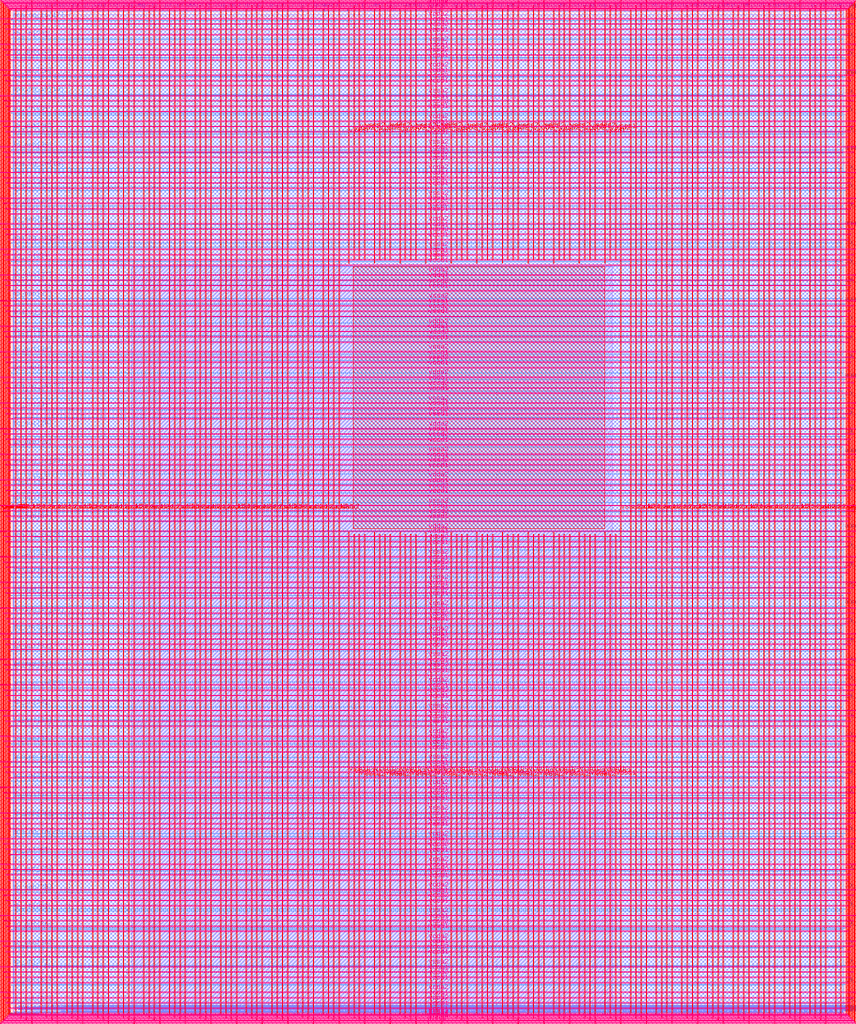
<source format=lef>
VERSION 5.7 ;
  NOWIREEXTENSIONATPIN ON ;
  DIVIDERCHAR "/" ;
  BUSBITCHARS "[]" ;
MACRO user_project_wrapper
  CLASS BLOCK ;
  FOREIGN user_project_wrapper ;
  ORIGIN 0.000 0.000 ;
  SIZE 2920.000 BY 3520.000 ;
  PIN analog_io[0]
    DIRECTION INOUT ;
    USE SIGNAL ;
    PORT
      LAYER met3 ;
        RECT 2917.600 1426.380 2924.800 1427.580 ;
    END
  END analog_io[0]
  PIN analog_io[10]
    DIRECTION INOUT ;
    USE SIGNAL ;
    PORT
      LAYER met2 ;
        RECT 2230.490 3517.600 2231.050 3524.800 ;
    END
  END analog_io[10]
  PIN analog_io[11]
    DIRECTION INOUT ;
    USE SIGNAL ;
    PORT
      LAYER met2 ;
        RECT 1905.730 3517.600 1906.290 3524.800 ;
    END
  END analog_io[11]
  PIN analog_io[12]
    DIRECTION INOUT ;
    USE SIGNAL ;
    PORT
      LAYER met2 ;
        RECT 1581.430 3517.600 1581.990 3524.800 ;
    END
  END analog_io[12]
  PIN analog_io[13]
    DIRECTION INOUT ;
    USE SIGNAL ;
    PORT
      LAYER met2 ;
        RECT 1257.130 3517.600 1257.690 3524.800 ;
    END
  END analog_io[13]
  PIN analog_io[14]
    DIRECTION INOUT ;
    USE SIGNAL ;
    PORT
      LAYER met2 ;
        RECT 932.370 3517.600 932.930 3524.800 ;
    END
  END analog_io[14]
  PIN analog_io[15]
    DIRECTION INOUT ;
    USE SIGNAL ;
    PORT
      LAYER met2 ;
        RECT 608.070 3517.600 608.630 3524.800 ;
    END
  END analog_io[15]
  PIN analog_io[16]
    DIRECTION INOUT ;
    USE SIGNAL ;
    PORT
      LAYER met2 ;
        RECT 283.770 3517.600 284.330 3524.800 ;
    END
  END analog_io[16]
  PIN analog_io[17]
    DIRECTION INOUT ;
    USE SIGNAL ;
    PORT
      LAYER met3 ;
        RECT -4.800 3486.100 2.400 3487.300 ;
    END
  END analog_io[17]
  PIN analog_io[18]
    DIRECTION INOUT ;
    USE SIGNAL ;
    PORT
      LAYER met3 ;
        RECT -4.800 3224.980 2.400 3226.180 ;
    END
  END analog_io[18]
  PIN analog_io[19]
    DIRECTION INOUT ;
    USE SIGNAL ;
    PORT
      LAYER met3 ;
        RECT -4.800 2964.540 2.400 2965.740 ;
    END
  END analog_io[19]
  PIN analog_io[1]
    DIRECTION INOUT ;
    USE SIGNAL ;
    PORT
      LAYER met3 ;
        RECT 2917.600 1692.260 2924.800 1693.460 ;
    END
  END analog_io[1]
  PIN analog_io[20]
    DIRECTION INOUT ;
    USE SIGNAL ;
    PORT
      LAYER met3 ;
        RECT -4.800 2703.420 2.400 2704.620 ;
    END
  END analog_io[20]
  PIN analog_io[21]
    DIRECTION INOUT ;
    USE SIGNAL ;
    PORT
      LAYER met3 ;
        RECT -4.800 2442.980 2.400 2444.180 ;
    END
  END analog_io[21]
  PIN analog_io[22]
    DIRECTION INOUT ;
    USE SIGNAL ;
    PORT
      LAYER met3 ;
        RECT -4.800 2182.540 2.400 2183.740 ;
    END
  END analog_io[22]
  PIN analog_io[23]
    DIRECTION INOUT ;
    USE SIGNAL ;
    PORT
      LAYER met3 ;
        RECT -4.800 1921.420 2.400 1922.620 ;
    END
  END analog_io[23]
  PIN analog_io[24]
    DIRECTION INOUT ;
    USE SIGNAL ;
    PORT
      LAYER met3 ;
        RECT -4.800 1660.980 2.400 1662.180 ;
    END
  END analog_io[24]
  PIN analog_io[25]
    DIRECTION INOUT ;
    USE SIGNAL ;
    PORT
      LAYER met3 ;
        RECT -4.800 1399.860 2.400 1401.060 ;
    END
  END analog_io[25]
  PIN analog_io[26]
    DIRECTION INOUT ;
    USE SIGNAL ;
    PORT
      LAYER met3 ;
        RECT -4.800 1139.420 2.400 1140.620 ;
    END
  END analog_io[26]
  PIN analog_io[27]
    DIRECTION INOUT ;
    USE SIGNAL ;
    PORT
      LAYER met3 ;
        RECT -4.800 878.980 2.400 880.180 ;
    END
  END analog_io[27]
  PIN analog_io[28]
    DIRECTION INOUT ;
    USE SIGNAL ;
    PORT
      LAYER met3 ;
        RECT -4.800 617.860 2.400 619.060 ;
    END
  END analog_io[28]
  PIN analog_io[2]
    DIRECTION INOUT ;
    USE SIGNAL ;
    PORT
      LAYER met3 ;
        RECT 2917.600 1958.140 2924.800 1959.340 ;
    END
  END analog_io[2]
  PIN analog_io[3]
    DIRECTION INOUT ;
    USE SIGNAL ;
    PORT
      LAYER met3 ;
        RECT 2917.600 2223.340 2924.800 2224.540 ;
    END
  END analog_io[3]
  PIN analog_io[4]
    DIRECTION INOUT ;
    USE SIGNAL ;
    PORT
      LAYER met3 ;
        RECT 2917.600 2489.220 2924.800 2490.420 ;
    END
  END analog_io[4]
  PIN analog_io[5]
    DIRECTION INOUT ;
    USE SIGNAL ;
    PORT
      LAYER met3 ;
        RECT 2917.600 2755.100 2924.800 2756.300 ;
    END
  END analog_io[5]
  PIN analog_io[6]
    DIRECTION INOUT ;
    USE SIGNAL ;
    PORT
      LAYER met3 ;
        RECT 2917.600 3020.300 2924.800 3021.500 ;
    END
  END analog_io[6]
  PIN analog_io[7]
    DIRECTION INOUT ;
    USE SIGNAL ;
    PORT
      LAYER met3 ;
        RECT 2917.600 3286.180 2924.800 3287.380 ;
    END
  END analog_io[7]
  PIN analog_io[8]
    DIRECTION INOUT ;
    USE SIGNAL ;
    PORT
      LAYER met2 ;
        RECT 2879.090 3517.600 2879.650 3524.800 ;
    END
  END analog_io[8]
  PIN analog_io[9]
    DIRECTION INOUT ;
    USE SIGNAL ;
    PORT
      LAYER met2 ;
        RECT 2554.790 3517.600 2555.350 3524.800 ;
    END
  END analog_io[9]
  PIN io_in[0]
    DIRECTION INPUT ;
    USE SIGNAL ;
    PORT
      LAYER met3 ;
        RECT 2917.600 32.380 2924.800 33.580 ;
    END
  END io_in[0]
  PIN io_in[10]
    DIRECTION INPUT ;
    USE SIGNAL ;
    PORT
      LAYER met3 ;
        RECT 2917.600 2289.980 2924.800 2291.180 ;
    END
  END io_in[10]
  PIN io_in[11]
    DIRECTION INPUT ;
    USE SIGNAL ;
    PORT
      LAYER met3 ;
        RECT 2917.600 2555.860 2924.800 2557.060 ;
    END
  END io_in[11]
  PIN io_in[12]
    DIRECTION INPUT ;
    USE SIGNAL ;
    PORT
      LAYER met3 ;
        RECT 2917.600 2821.060 2924.800 2822.260 ;
    END
  END io_in[12]
  PIN io_in[13]
    DIRECTION INPUT ;
    USE SIGNAL ;
    PORT
      LAYER met3 ;
        RECT 2917.600 3086.940 2924.800 3088.140 ;
    END
  END io_in[13]
  PIN io_in[14]
    DIRECTION INPUT ;
    USE SIGNAL ;
    PORT
      LAYER met3 ;
        RECT 2917.600 3352.820 2924.800 3354.020 ;
    END
  END io_in[14]
  PIN io_in[15]
    DIRECTION INPUT ;
    USE SIGNAL ;
    PORT
      LAYER met2 ;
        RECT 2798.130 3517.600 2798.690 3524.800 ;
    END
  END io_in[15]
  PIN io_in[16]
    DIRECTION INPUT ;
    USE SIGNAL ;
    PORT
      LAYER met2 ;
        RECT 2473.830 3517.600 2474.390 3524.800 ;
    END
  END io_in[16]
  PIN io_in[17]
    DIRECTION INPUT ;
    USE SIGNAL ;
    PORT
      LAYER met2 ;
        RECT 2149.070 3517.600 2149.630 3524.800 ;
    END
  END io_in[17]
  PIN io_in[18]
    DIRECTION INPUT ;
    USE SIGNAL ;
    PORT
      LAYER met2 ;
        RECT 1824.770 3517.600 1825.330 3524.800 ;
    END
  END io_in[18]
  PIN io_in[19]
    DIRECTION INPUT ;
    USE SIGNAL ;
    PORT
      LAYER met2 ;
        RECT 1500.470 3517.600 1501.030 3524.800 ;
    END
  END io_in[19]
  PIN io_in[1]
    DIRECTION INPUT ;
    USE SIGNAL ;
    PORT
      LAYER met3 ;
        RECT 2917.600 230.940 2924.800 232.140 ;
    END
  END io_in[1]
  PIN io_in[20]
    DIRECTION INPUT ;
    USE SIGNAL ;
    PORT
      LAYER met2 ;
        RECT 1175.710 3517.600 1176.270 3524.800 ;
    END
  END io_in[20]
  PIN io_in[21]
    DIRECTION INPUT ;
    USE SIGNAL ;
    PORT
      LAYER met2 ;
        RECT 851.410 3517.600 851.970 3524.800 ;
    END
  END io_in[21]
  PIN io_in[22]
    DIRECTION INPUT ;
    USE SIGNAL ;
    PORT
      LAYER met2 ;
        RECT 527.110 3517.600 527.670 3524.800 ;
    END
  END io_in[22]
  PIN io_in[23]
    DIRECTION INPUT ;
    USE SIGNAL ;
    PORT
      LAYER met2 ;
        RECT 202.350 3517.600 202.910 3524.800 ;
    END
  END io_in[23]
  PIN io_in[24]
    DIRECTION INPUT ;
    USE SIGNAL ;
    PORT
      LAYER met3 ;
        RECT -4.800 3420.820 2.400 3422.020 ;
    END
  END io_in[24]
  PIN io_in[25]
    DIRECTION INPUT ;
    USE SIGNAL ;
    PORT
      LAYER met3 ;
        RECT -4.800 3159.700 2.400 3160.900 ;
    END
  END io_in[25]
  PIN io_in[26]
    DIRECTION INPUT ;
    USE SIGNAL ;
    PORT
      LAYER met3 ;
        RECT -4.800 2899.260 2.400 2900.460 ;
    END
  END io_in[26]
  PIN io_in[27]
    DIRECTION INPUT ;
    USE SIGNAL ;
    PORT
      LAYER met3 ;
        RECT -4.800 2638.820 2.400 2640.020 ;
    END
  END io_in[27]
  PIN io_in[28]
    DIRECTION INPUT ;
    USE SIGNAL ;
    PORT
      LAYER met3 ;
        RECT -4.800 2377.700 2.400 2378.900 ;
    END
  END io_in[28]
  PIN io_in[29]
    DIRECTION INPUT ;
    USE SIGNAL ;
    PORT
      LAYER met3 ;
        RECT -4.800 2117.260 2.400 2118.460 ;
    END
  END io_in[29]
  PIN io_in[2]
    DIRECTION INPUT ;
    USE SIGNAL ;
    PORT
      LAYER met3 ;
        RECT 2917.600 430.180 2924.800 431.380 ;
    END
  END io_in[2]
  PIN io_in[30]
    DIRECTION INPUT ;
    USE SIGNAL ;
    PORT
      LAYER met3 ;
        RECT -4.800 1856.140 2.400 1857.340 ;
    END
  END io_in[30]
  PIN io_in[31]
    DIRECTION INPUT ;
    USE SIGNAL ;
    PORT
      LAYER met3 ;
        RECT -4.800 1595.700 2.400 1596.900 ;
    END
  END io_in[31]
  PIN io_in[32]
    DIRECTION INPUT ;
    USE SIGNAL ;
    PORT
      LAYER met3 ;
        RECT -4.800 1335.260 2.400 1336.460 ;
    END
  END io_in[32]
  PIN io_in[33]
    DIRECTION INPUT ;
    USE SIGNAL ;
    PORT
      LAYER met3 ;
        RECT -4.800 1074.140 2.400 1075.340 ;
    END
  END io_in[33]
  PIN io_in[34]
    DIRECTION INPUT ;
    USE SIGNAL ;
    PORT
      LAYER met3 ;
        RECT -4.800 813.700 2.400 814.900 ;
    END
  END io_in[34]
  PIN io_in[35]
    DIRECTION INPUT ;
    USE SIGNAL ;
    PORT
      LAYER met3 ;
        RECT -4.800 552.580 2.400 553.780 ;
    END
  END io_in[35]
  PIN io_in[36]
    DIRECTION INPUT ;
    USE SIGNAL ;
    PORT
      LAYER met3 ;
        RECT -4.800 357.420 2.400 358.620 ;
    END
  END io_in[36]
  PIN io_in[37]
    DIRECTION INPUT ;
    USE SIGNAL ;
    PORT
      LAYER met3 ;
        RECT -4.800 161.580 2.400 162.780 ;
    END
  END io_in[37]
  PIN io_in[3]
    DIRECTION INPUT ;
    USE SIGNAL ;
    PORT
      LAYER met3 ;
        RECT 2917.600 629.420 2924.800 630.620 ;
    END
  END io_in[3]
  PIN io_in[4]
    DIRECTION INPUT ;
    USE SIGNAL ;
    PORT
      LAYER met3 ;
        RECT 2917.600 828.660 2924.800 829.860 ;
    END
  END io_in[4]
  PIN io_in[5]
    DIRECTION INPUT ;
    USE SIGNAL ;
    PORT
      LAYER met3 ;
        RECT 2917.600 1027.900 2924.800 1029.100 ;
    END
  END io_in[5]
  PIN io_in[6]
    DIRECTION INPUT ;
    USE SIGNAL ;
    PORT
      LAYER met3 ;
        RECT 2917.600 1227.140 2924.800 1228.340 ;
    END
  END io_in[6]
  PIN io_in[7]
    DIRECTION INPUT ;
    USE SIGNAL ;
    PORT
      LAYER met3 ;
        RECT 2917.600 1493.020 2924.800 1494.220 ;
    END
  END io_in[7]
  PIN io_in[8]
    DIRECTION INPUT ;
    USE SIGNAL ;
    PORT
      LAYER met3 ;
        RECT 2917.600 1758.900 2924.800 1760.100 ;
    END
  END io_in[8]
  PIN io_in[9]
    DIRECTION INPUT ;
    USE SIGNAL ;
    PORT
      LAYER met3 ;
        RECT 2917.600 2024.100 2924.800 2025.300 ;
    END
  END io_in[9]
  PIN io_oeb[0]
    DIRECTION OUTPUT TRISTATE ;
    USE SIGNAL ;
    PORT
      LAYER met3 ;
        RECT 2917.600 164.980 2924.800 166.180 ;
    END
  END io_oeb[0]
  PIN io_oeb[10]
    DIRECTION OUTPUT TRISTATE ;
    USE SIGNAL ;
    PORT
      LAYER met3 ;
        RECT 2917.600 2422.580 2924.800 2423.780 ;
    END
  END io_oeb[10]
  PIN io_oeb[11]
    DIRECTION OUTPUT TRISTATE ;
    USE SIGNAL ;
    PORT
      LAYER met3 ;
        RECT 2917.600 2688.460 2924.800 2689.660 ;
    END
  END io_oeb[11]
  PIN io_oeb[12]
    DIRECTION OUTPUT TRISTATE ;
    USE SIGNAL ;
    PORT
      LAYER met3 ;
        RECT 2917.600 2954.340 2924.800 2955.540 ;
    END
  END io_oeb[12]
  PIN io_oeb[13]
    DIRECTION OUTPUT TRISTATE ;
    USE SIGNAL ;
    PORT
      LAYER met3 ;
        RECT 2917.600 3219.540 2924.800 3220.740 ;
    END
  END io_oeb[13]
  PIN io_oeb[14]
    DIRECTION OUTPUT TRISTATE ;
    USE SIGNAL ;
    PORT
      LAYER met3 ;
        RECT 2917.600 3485.420 2924.800 3486.620 ;
    END
  END io_oeb[14]
  PIN io_oeb[15]
    DIRECTION OUTPUT TRISTATE ;
    USE SIGNAL ;
    PORT
      LAYER met2 ;
        RECT 2635.750 3517.600 2636.310 3524.800 ;
    END
  END io_oeb[15]
  PIN io_oeb[16]
    DIRECTION OUTPUT TRISTATE ;
    USE SIGNAL ;
    PORT
      LAYER met2 ;
        RECT 2311.450 3517.600 2312.010 3524.800 ;
    END
  END io_oeb[16]
  PIN io_oeb[17]
    DIRECTION OUTPUT TRISTATE ;
    USE SIGNAL ;
    PORT
      LAYER met2 ;
        RECT 1987.150 3517.600 1987.710 3524.800 ;
    END
  END io_oeb[17]
  PIN io_oeb[18]
    DIRECTION OUTPUT TRISTATE ;
    USE SIGNAL ;
    PORT
      LAYER met2 ;
        RECT 1662.390 3517.600 1662.950 3524.800 ;
    END
  END io_oeb[18]
  PIN io_oeb[19]
    DIRECTION OUTPUT TRISTATE ;
    USE SIGNAL ;
    PORT
      LAYER met2 ;
        RECT 1338.090 3517.600 1338.650 3524.800 ;
    END
  END io_oeb[19]
  PIN io_oeb[1]
    DIRECTION OUTPUT TRISTATE ;
    USE SIGNAL ;
    PORT
      LAYER met3 ;
        RECT 2917.600 364.220 2924.800 365.420 ;
    END
  END io_oeb[1]
  PIN io_oeb[20]
    DIRECTION OUTPUT TRISTATE ;
    USE SIGNAL ;
    PORT
      LAYER met2 ;
        RECT 1013.790 3517.600 1014.350 3524.800 ;
    END
  END io_oeb[20]
  PIN io_oeb[21]
    DIRECTION OUTPUT TRISTATE ;
    USE SIGNAL ;
    PORT
      LAYER met2 ;
        RECT 689.030 3517.600 689.590 3524.800 ;
    END
  END io_oeb[21]
  PIN io_oeb[22]
    DIRECTION OUTPUT TRISTATE ;
    USE SIGNAL ;
    PORT
      LAYER met2 ;
        RECT 364.730 3517.600 365.290 3524.800 ;
    END
  END io_oeb[22]
  PIN io_oeb[23]
    DIRECTION OUTPUT TRISTATE ;
    USE SIGNAL ;
    PORT
      LAYER met2 ;
        RECT 40.430 3517.600 40.990 3524.800 ;
    END
  END io_oeb[23]
  PIN io_oeb[24]
    DIRECTION OUTPUT TRISTATE ;
    USE SIGNAL ;
    PORT
      LAYER met3 ;
        RECT -4.800 3290.260 2.400 3291.460 ;
    END
  END io_oeb[24]
  PIN io_oeb[25]
    DIRECTION OUTPUT TRISTATE ;
    USE SIGNAL ;
    PORT
      LAYER met3 ;
        RECT -4.800 3029.820 2.400 3031.020 ;
    END
  END io_oeb[25]
  PIN io_oeb[26]
    DIRECTION OUTPUT TRISTATE ;
    USE SIGNAL ;
    PORT
      LAYER met3 ;
        RECT -4.800 2768.700 2.400 2769.900 ;
    END
  END io_oeb[26]
  PIN io_oeb[27]
    DIRECTION OUTPUT TRISTATE ;
    USE SIGNAL ;
    PORT
      LAYER met3 ;
        RECT -4.800 2508.260 2.400 2509.460 ;
    END
  END io_oeb[27]
  PIN io_oeb[28]
    DIRECTION OUTPUT TRISTATE ;
    USE SIGNAL ;
    PORT
      LAYER met3 ;
        RECT -4.800 2247.140 2.400 2248.340 ;
    END
  END io_oeb[28]
  PIN io_oeb[29]
    DIRECTION OUTPUT TRISTATE ;
    USE SIGNAL ;
    PORT
      LAYER met3 ;
        RECT -4.800 1986.700 2.400 1987.900 ;
    END
  END io_oeb[29]
  PIN io_oeb[2]
    DIRECTION OUTPUT TRISTATE ;
    USE SIGNAL ;
    PORT
      LAYER met3 ;
        RECT 2917.600 563.460 2924.800 564.660 ;
    END
  END io_oeb[2]
  PIN io_oeb[30]
    DIRECTION OUTPUT TRISTATE ;
    USE SIGNAL ;
    PORT
      LAYER met3 ;
        RECT -4.800 1726.260 2.400 1727.460 ;
    END
  END io_oeb[30]
  PIN io_oeb[31]
    DIRECTION OUTPUT TRISTATE ;
    USE SIGNAL ;
    PORT
      LAYER met3 ;
        RECT -4.800 1465.140 2.400 1466.340 ;
    END
  END io_oeb[31]
  PIN io_oeb[32]
    DIRECTION OUTPUT TRISTATE ;
    USE SIGNAL ;
    PORT
      LAYER met3 ;
        RECT -4.800 1204.700 2.400 1205.900 ;
    END
  END io_oeb[32]
  PIN io_oeb[33]
    DIRECTION OUTPUT TRISTATE ;
    USE SIGNAL ;
    PORT
      LAYER met3 ;
        RECT -4.800 943.580 2.400 944.780 ;
    END
  END io_oeb[33]
  PIN io_oeb[34]
    DIRECTION OUTPUT TRISTATE ;
    USE SIGNAL ;
    PORT
      LAYER met3 ;
        RECT -4.800 683.140 2.400 684.340 ;
    END
  END io_oeb[34]
  PIN io_oeb[35]
    DIRECTION OUTPUT TRISTATE ;
    USE SIGNAL ;
    PORT
      LAYER met3 ;
        RECT -4.800 422.700 2.400 423.900 ;
    END
  END io_oeb[35]
  PIN io_oeb[36]
    DIRECTION OUTPUT TRISTATE ;
    USE SIGNAL ;
    PORT
      LAYER met3 ;
        RECT -4.800 226.860 2.400 228.060 ;
    END
  END io_oeb[36]
  PIN io_oeb[37]
    DIRECTION OUTPUT TRISTATE ;
    USE SIGNAL ;
    PORT
      LAYER met3 ;
        RECT -4.800 31.700 2.400 32.900 ;
    END
  END io_oeb[37]
  PIN io_oeb[3]
    DIRECTION OUTPUT TRISTATE ;
    USE SIGNAL ;
    PORT
      LAYER met3 ;
        RECT 2917.600 762.700 2924.800 763.900 ;
    END
  END io_oeb[3]
  PIN io_oeb[4]
    DIRECTION OUTPUT TRISTATE ;
    USE SIGNAL ;
    PORT
      LAYER met3 ;
        RECT 2917.600 961.940 2924.800 963.140 ;
    END
  END io_oeb[4]
  PIN io_oeb[5]
    DIRECTION OUTPUT TRISTATE ;
    USE SIGNAL ;
    PORT
      LAYER met3 ;
        RECT 2917.600 1161.180 2924.800 1162.380 ;
    END
  END io_oeb[5]
  PIN io_oeb[6]
    DIRECTION OUTPUT TRISTATE ;
    USE SIGNAL ;
    PORT
      LAYER met3 ;
        RECT 2917.600 1360.420 2924.800 1361.620 ;
    END
  END io_oeb[6]
  PIN io_oeb[7]
    DIRECTION OUTPUT TRISTATE ;
    USE SIGNAL ;
    PORT
      LAYER met3 ;
        RECT 2917.600 1625.620 2924.800 1626.820 ;
    END
  END io_oeb[7]
  PIN io_oeb[8]
    DIRECTION OUTPUT TRISTATE ;
    USE SIGNAL ;
    PORT
      LAYER met3 ;
        RECT 2917.600 1891.500 2924.800 1892.700 ;
    END
  END io_oeb[8]
  PIN io_oeb[9]
    DIRECTION OUTPUT TRISTATE ;
    USE SIGNAL ;
    PORT
      LAYER met3 ;
        RECT 2917.600 2157.380 2924.800 2158.580 ;
    END
  END io_oeb[9]
  PIN io_out[0]
    DIRECTION OUTPUT TRISTATE ;
    USE SIGNAL ;
    PORT
      LAYER met3 ;
        RECT 2917.600 98.340 2924.800 99.540 ;
    END
  END io_out[0]
  PIN io_out[10]
    DIRECTION OUTPUT TRISTATE ;
    USE SIGNAL ;
    PORT
      LAYER met3 ;
        RECT 2917.600 2356.620 2924.800 2357.820 ;
    END
  END io_out[10]
  PIN io_out[11]
    DIRECTION OUTPUT TRISTATE ;
    USE SIGNAL ;
    PORT
      LAYER met3 ;
        RECT 2917.600 2621.820 2924.800 2623.020 ;
    END
  END io_out[11]
  PIN io_out[12]
    DIRECTION OUTPUT TRISTATE ;
    USE SIGNAL ;
    PORT
      LAYER met3 ;
        RECT 2917.600 2887.700 2924.800 2888.900 ;
    END
  END io_out[12]
  PIN io_out[13]
    DIRECTION OUTPUT TRISTATE ;
    USE SIGNAL ;
    PORT
      LAYER met3 ;
        RECT 2917.600 3153.580 2924.800 3154.780 ;
    END
  END io_out[13]
  PIN io_out[14]
    DIRECTION OUTPUT TRISTATE ;
    USE SIGNAL ;
    PORT
      LAYER met3 ;
        RECT 2917.600 3418.780 2924.800 3419.980 ;
    END
  END io_out[14]
  PIN io_out[15]
    DIRECTION OUTPUT TRISTATE ;
    USE SIGNAL ;
    PORT
      LAYER met2 ;
        RECT 2717.170 3517.600 2717.730 3524.800 ;
    END
  END io_out[15]
  PIN io_out[16]
    DIRECTION OUTPUT TRISTATE ;
    USE SIGNAL ;
    PORT
      LAYER met2 ;
        RECT 2392.410 3517.600 2392.970 3524.800 ;
    END
  END io_out[16]
  PIN io_out[17]
    DIRECTION OUTPUT TRISTATE ;
    USE SIGNAL ;
    PORT
      LAYER met2 ;
        RECT 2068.110 3517.600 2068.670 3524.800 ;
    END
  END io_out[17]
  PIN io_out[18]
    DIRECTION OUTPUT TRISTATE ;
    USE SIGNAL ;
    PORT
      LAYER met2 ;
        RECT 1743.810 3517.600 1744.370 3524.800 ;
    END
  END io_out[18]
  PIN io_out[19]
    DIRECTION OUTPUT TRISTATE ;
    USE SIGNAL ;
    PORT
      LAYER met2 ;
        RECT 1419.050 3517.600 1419.610 3524.800 ;
    END
  END io_out[19]
  PIN io_out[1]
    DIRECTION OUTPUT TRISTATE ;
    USE SIGNAL ;
    PORT
      LAYER met3 ;
        RECT 2917.600 297.580 2924.800 298.780 ;
    END
  END io_out[1]
  PIN io_out[20]
    DIRECTION OUTPUT TRISTATE ;
    USE SIGNAL ;
    PORT
      LAYER met2 ;
        RECT 1094.750 3517.600 1095.310 3524.800 ;
    END
  END io_out[20]
  PIN io_out[21]
    DIRECTION OUTPUT TRISTATE ;
    USE SIGNAL ;
    PORT
      LAYER met2 ;
        RECT 770.450 3517.600 771.010 3524.800 ;
    END
  END io_out[21]
  PIN io_out[22]
    DIRECTION OUTPUT TRISTATE ;
    USE SIGNAL ;
    PORT
      LAYER met2 ;
        RECT 445.690 3517.600 446.250 3524.800 ;
    END
  END io_out[22]
  PIN io_out[23]
    DIRECTION OUTPUT TRISTATE ;
    USE SIGNAL ;
    PORT
      LAYER met2 ;
        RECT 121.390 3517.600 121.950 3524.800 ;
    END
  END io_out[23]
  PIN io_out[24]
    DIRECTION OUTPUT TRISTATE ;
    USE SIGNAL ;
    PORT
      LAYER met3 ;
        RECT -4.800 3355.540 2.400 3356.740 ;
    END
  END io_out[24]
  PIN io_out[25]
    DIRECTION OUTPUT TRISTATE ;
    USE SIGNAL ;
    PORT
      LAYER met3 ;
        RECT -4.800 3095.100 2.400 3096.300 ;
    END
  END io_out[25]
  PIN io_out[26]
    DIRECTION OUTPUT TRISTATE ;
    USE SIGNAL ;
    PORT
      LAYER met3 ;
        RECT -4.800 2833.980 2.400 2835.180 ;
    END
  END io_out[26]
  PIN io_out[27]
    DIRECTION OUTPUT TRISTATE ;
    USE SIGNAL ;
    PORT
      LAYER met3 ;
        RECT -4.800 2573.540 2.400 2574.740 ;
    END
  END io_out[27]
  PIN io_out[28]
    DIRECTION OUTPUT TRISTATE ;
    USE SIGNAL ;
    PORT
      LAYER met3 ;
        RECT -4.800 2312.420 2.400 2313.620 ;
    END
  END io_out[28]
  PIN io_out[29]
    DIRECTION OUTPUT TRISTATE ;
    USE SIGNAL ;
    PORT
      LAYER met3 ;
        RECT -4.800 2051.980 2.400 2053.180 ;
    END
  END io_out[29]
  PIN io_out[2]
    DIRECTION OUTPUT TRISTATE ;
    USE SIGNAL ;
    PORT
      LAYER met3 ;
        RECT 2917.600 496.820 2924.800 498.020 ;
    END
  END io_out[2]
  PIN io_out[30]
    DIRECTION OUTPUT TRISTATE ;
    USE SIGNAL ;
    PORT
      LAYER met3 ;
        RECT -4.800 1791.540 2.400 1792.740 ;
    END
  END io_out[30]
  PIN io_out[31]
    DIRECTION OUTPUT TRISTATE ;
    USE SIGNAL ;
    PORT
      LAYER met3 ;
        RECT -4.800 1530.420 2.400 1531.620 ;
    END
  END io_out[31]
  PIN io_out[32]
    DIRECTION OUTPUT TRISTATE ;
    USE SIGNAL ;
    PORT
      LAYER met3 ;
        RECT -4.800 1269.980 2.400 1271.180 ;
    END
  END io_out[32]
  PIN io_out[33]
    DIRECTION OUTPUT TRISTATE ;
    USE SIGNAL ;
    PORT
      LAYER met3 ;
        RECT -4.800 1008.860 2.400 1010.060 ;
    END
  END io_out[33]
  PIN io_out[34]
    DIRECTION OUTPUT TRISTATE ;
    USE SIGNAL ;
    PORT
      LAYER met3 ;
        RECT -4.800 748.420 2.400 749.620 ;
    END
  END io_out[34]
  PIN io_out[35]
    DIRECTION OUTPUT TRISTATE ;
    USE SIGNAL ;
    PORT
      LAYER met3 ;
        RECT -4.800 487.300 2.400 488.500 ;
    END
  END io_out[35]
  PIN io_out[36]
    DIRECTION OUTPUT TRISTATE ;
    USE SIGNAL ;
    PORT
      LAYER met3 ;
        RECT -4.800 292.140 2.400 293.340 ;
    END
  END io_out[36]
  PIN io_out[37]
    DIRECTION OUTPUT TRISTATE ;
    USE SIGNAL ;
    PORT
      LAYER met3 ;
        RECT -4.800 96.300 2.400 97.500 ;
    END
  END io_out[37]
  PIN io_out[3]
    DIRECTION OUTPUT TRISTATE ;
    USE SIGNAL ;
    PORT
      LAYER met3 ;
        RECT 2917.600 696.060 2924.800 697.260 ;
    END
  END io_out[3]
  PIN io_out[4]
    DIRECTION OUTPUT TRISTATE ;
    USE SIGNAL ;
    PORT
      LAYER met3 ;
        RECT 2917.600 895.300 2924.800 896.500 ;
    END
  END io_out[4]
  PIN io_out[5]
    DIRECTION OUTPUT TRISTATE ;
    USE SIGNAL ;
    PORT
      LAYER met3 ;
        RECT 2917.600 1094.540 2924.800 1095.740 ;
    END
  END io_out[5]
  PIN io_out[6]
    DIRECTION OUTPUT TRISTATE ;
    USE SIGNAL ;
    PORT
      LAYER met3 ;
        RECT 2917.600 1293.780 2924.800 1294.980 ;
    END
  END io_out[6]
  PIN io_out[7]
    DIRECTION OUTPUT TRISTATE ;
    USE SIGNAL ;
    PORT
      LAYER met3 ;
        RECT 2917.600 1559.660 2924.800 1560.860 ;
    END
  END io_out[7]
  PIN io_out[8]
    DIRECTION OUTPUT TRISTATE ;
    USE SIGNAL ;
    PORT
      LAYER met3 ;
        RECT 2917.600 1824.860 2924.800 1826.060 ;
    END
  END io_out[8]
  PIN io_out[9]
    DIRECTION OUTPUT TRISTATE ;
    USE SIGNAL ;
    PORT
      LAYER met3 ;
        RECT 2917.600 2090.740 2924.800 2091.940 ;
    END
  END io_out[9]
  PIN la_data_in[0]
    DIRECTION INPUT ;
    USE SIGNAL ;
    PORT
      LAYER met2 ;
        RECT 629.230 -4.800 629.790 2.400 ;
    END
  END la_data_in[0]
  PIN la_data_in[100]
    DIRECTION INPUT ;
    USE SIGNAL ;
    PORT
      LAYER met2 ;
        RECT 2402.530 -4.800 2403.090 2.400 ;
    END
  END la_data_in[100]
  PIN la_data_in[101]
    DIRECTION INPUT ;
    USE SIGNAL ;
    PORT
      LAYER met2 ;
        RECT 2420.010 -4.800 2420.570 2.400 ;
    END
  END la_data_in[101]
  PIN la_data_in[102]
    DIRECTION INPUT ;
    USE SIGNAL ;
    PORT
      LAYER met2 ;
        RECT 2437.950 -4.800 2438.510 2.400 ;
    END
  END la_data_in[102]
  PIN la_data_in[103]
    DIRECTION INPUT ;
    USE SIGNAL ;
    PORT
      LAYER met2 ;
        RECT 2455.430 -4.800 2455.990 2.400 ;
    END
  END la_data_in[103]
  PIN la_data_in[104]
    DIRECTION INPUT ;
    USE SIGNAL ;
    PORT
      LAYER met2 ;
        RECT 2473.370 -4.800 2473.930 2.400 ;
    END
  END la_data_in[104]
  PIN la_data_in[105]
    DIRECTION INPUT ;
    USE SIGNAL ;
    PORT
      LAYER met2 ;
        RECT 2490.850 -4.800 2491.410 2.400 ;
    END
  END la_data_in[105]
  PIN la_data_in[106]
    DIRECTION INPUT ;
    USE SIGNAL ;
    PORT
      LAYER met2 ;
        RECT 2508.790 -4.800 2509.350 2.400 ;
    END
  END la_data_in[106]
  PIN la_data_in[107]
    DIRECTION INPUT ;
    USE SIGNAL ;
    PORT
      LAYER met2 ;
        RECT 2526.730 -4.800 2527.290 2.400 ;
    END
  END la_data_in[107]
  PIN la_data_in[108]
    DIRECTION INPUT ;
    USE SIGNAL ;
    PORT
      LAYER met2 ;
        RECT 2544.210 -4.800 2544.770 2.400 ;
    END
  END la_data_in[108]
  PIN la_data_in[109]
    DIRECTION INPUT ;
    USE SIGNAL ;
    PORT
      LAYER met2 ;
        RECT 2562.150 -4.800 2562.710 2.400 ;
    END
  END la_data_in[109]
  PIN la_data_in[10]
    DIRECTION INPUT ;
    USE SIGNAL ;
    PORT
      LAYER met2 ;
        RECT 806.330 -4.800 806.890 2.400 ;
    END
  END la_data_in[10]
  PIN la_data_in[110]
    DIRECTION INPUT ;
    USE SIGNAL ;
    PORT
      LAYER met2 ;
        RECT 2579.630 -4.800 2580.190 2.400 ;
    END
  END la_data_in[110]
  PIN la_data_in[111]
    DIRECTION INPUT ;
    USE SIGNAL ;
    PORT
      LAYER met2 ;
        RECT 2597.570 -4.800 2598.130 2.400 ;
    END
  END la_data_in[111]
  PIN la_data_in[112]
    DIRECTION INPUT ;
    USE SIGNAL ;
    PORT
      LAYER met2 ;
        RECT 2615.050 -4.800 2615.610 2.400 ;
    END
  END la_data_in[112]
  PIN la_data_in[113]
    DIRECTION INPUT ;
    USE SIGNAL ;
    PORT
      LAYER met2 ;
        RECT 2632.990 -4.800 2633.550 2.400 ;
    END
  END la_data_in[113]
  PIN la_data_in[114]
    DIRECTION INPUT ;
    USE SIGNAL ;
    PORT
      LAYER met2 ;
        RECT 2650.470 -4.800 2651.030 2.400 ;
    END
  END la_data_in[114]
  PIN la_data_in[115]
    DIRECTION INPUT ;
    USE SIGNAL ;
    PORT
      LAYER met2 ;
        RECT 2668.410 -4.800 2668.970 2.400 ;
    END
  END la_data_in[115]
  PIN la_data_in[116]
    DIRECTION INPUT ;
    USE SIGNAL ;
    PORT
      LAYER met2 ;
        RECT 2685.890 -4.800 2686.450 2.400 ;
    END
  END la_data_in[116]
  PIN la_data_in[117]
    DIRECTION INPUT ;
    USE SIGNAL ;
    PORT
      LAYER met2 ;
        RECT 2703.830 -4.800 2704.390 2.400 ;
    END
  END la_data_in[117]
  PIN la_data_in[118]
    DIRECTION INPUT ;
    USE SIGNAL ;
    PORT
      LAYER met2 ;
        RECT 2721.770 -4.800 2722.330 2.400 ;
    END
  END la_data_in[118]
  PIN la_data_in[119]
    DIRECTION INPUT ;
    USE SIGNAL ;
    PORT
      LAYER met2 ;
        RECT 2739.250 -4.800 2739.810 2.400 ;
    END
  END la_data_in[119]
  PIN la_data_in[11]
    DIRECTION INPUT ;
    USE SIGNAL ;
    PORT
      LAYER met2 ;
        RECT 824.270 -4.800 824.830 2.400 ;
    END
  END la_data_in[11]
  PIN la_data_in[120]
    DIRECTION INPUT ;
    USE SIGNAL ;
    PORT
      LAYER met2 ;
        RECT 2757.190 -4.800 2757.750 2.400 ;
    END
  END la_data_in[120]
  PIN la_data_in[121]
    DIRECTION INPUT ;
    USE SIGNAL ;
    PORT
      LAYER met2 ;
        RECT 2774.670 -4.800 2775.230 2.400 ;
    END
  END la_data_in[121]
  PIN la_data_in[122]
    DIRECTION INPUT ;
    USE SIGNAL ;
    PORT
      LAYER met2 ;
        RECT 2792.610 -4.800 2793.170 2.400 ;
    END
  END la_data_in[122]
  PIN la_data_in[123]
    DIRECTION INPUT ;
    USE SIGNAL ;
    PORT
      LAYER met2 ;
        RECT 2810.090 -4.800 2810.650 2.400 ;
    END
  END la_data_in[123]
  PIN la_data_in[124]
    DIRECTION INPUT ;
    USE SIGNAL ;
    PORT
      LAYER met2 ;
        RECT 2828.030 -4.800 2828.590 2.400 ;
    END
  END la_data_in[124]
  PIN la_data_in[125]
    DIRECTION INPUT ;
    USE SIGNAL ;
    PORT
      LAYER met2 ;
        RECT 2845.510 -4.800 2846.070 2.400 ;
    END
  END la_data_in[125]
  PIN la_data_in[126]
    DIRECTION INPUT ;
    USE SIGNAL ;
    PORT
      LAYER met2 ;
        RECT 2863.450 -4.800 2864.010 2.400 ;
    END
  END la_data_in[126]
  PIN la_data_in[127]
    DIRECTION INPUT ;
    USE SIGNAL ;
    PORT
      LAYER met2 ;
        RECT 2881.390 -4.800 2881.950 2.400 ;
    END
  END la_data_in[127]
  PIN la_data_in[12]
    DIRECTION INPUT ;
    USE SIGNAL ;
    PORT
      LAYER met2 ;
        RECT 841.750 -4.800 842.310 2.400 ;
    END
  END la_data_in[12]
  PIN la_data_in[13]
    DIRECTION INPUT ;
    USE SIGNAL ;
    PORT
      LAYER met2 ;
        RECT 859.690 -4.800 860.250 2.400 ;
    END
  END la_data_in[13]
  PIN la_data_in[14]
    DIRECTION INPUT ;
    USE SIGNAL ;
    PORT
      LAYER met2 ;
        RECT 877.170 -4.800 877.730 2.400 ;
    END
  END la_data_in[14]
  PIN la_data_in[15]
    DIRECTION INPUT ;
    USE SIGNAL ;
    PORT
      LAYER met2 ;
        RECT 895.110 -4.800 895.670 2.400 ;
    END
  END la_data_in[15]
  PIN la_data_in[16]
    DIRECTION INPUT ;
    USE SIGNAL ;
    PORT
      LAYER met2 ;
        RECT 912.590 -4.800 913.150 2.400 ;
    END
  END la_data_in[16]
  PIN la_data_in[17]
    DIRECTION INPUT ;
    USE SIGNAL ;
    PORT
      LAYER met2 ;
        RECT 930.530 -4.800 931.090 2.400 ;
    END
  END la_data_in[17]
  PIN la_data_in[18]
    DIRECTION INPUT ;
    USE SIGNAL ;
    PORT
      LAYER met2 ;
        RECT 948.470 -4.800 949.030 2.400 ;
    END
  END la_data_in[18]
  PIN la_data_in[19]
    DIRECTION INPUT ;
    USE SIGNAL ;
    PORT
      LAYER met2 ;
        RECT 965.950 -4.800 966.510 2.400 ;
    END
  END la_data_in[19]
  PIN la_data_in[1]
    DIRECTION INPUT ;
    USE SIGNAL ;
    PORT
      LAYER met2 ;
        RECT 646.710 -4.800 647.270 2.400 ;
    END
  END la_data_in[1]
  PIN la_data_in[20]
    DIRECTION INPUT ;
    USE SIGNAL ;
    PORT
      LAYER met2 ;
        RECT 983.890 -4.800 984.450 2.400 ;
    END
  END la_data_in[20]
  PIN la_data_in[21]
    DIRECTION INPUT ;
    USE SIGNAL ;
    PORT
      LAYER met2 ;
        RECT 1001.370 -4.800 1001.930 2.400 ;
    END
  END la_data_in[21]
  PIN la_data_in[22]
    DIRECTION INPUT ;
    USE SIGNAL ;
    PORT
      LAYER met2 ;
        RECT 1019.310 -4.800 1019.870 2.400 ;
    END
  END la_data_in[22]
  PIN la_data_in[23]
    DIRECTION INPUT ;
    USE SIGNAL ;
    PORT
      LAYER met2 ;
        RECT 1036.790 -4.800 1037.350 2.400 ;
    END
  END la_data_in[23]
  PIN la_data_in[24]
    DIRECTION INPUT ;
    USE SIGNAL ;
    PORT
      LAYER met2 ;
        RECT 1054.730 -4.800 1055.290 2.400 ;
    END
  END la_data_in[24]
  PIN la_data_in[25]
    DIRECTION INPUT ;
    USE SIGNAL ;
    PORT
      LAYER met2 ;
        RECT 1072.210 -4.800 1072.770 2.400 ;
    END
  END la_data_in[25]
  PIN la_data_in[26]
    DIRECTION INPUT ;
    USE SIGNAL ;
    PORT
      LAYER met2 ;
        RECT 1090.150 -4.800 1090.710 2.400 ;
    END
  END la_data_in[26]
  PIN la_data_in[27]
    DIRECTION INPUT ;
    USE SIGNAL ;
    PORT
      LAYER met2 ;
        RECT 1107.630 -4.800 1108.190 2.400 ;
    END
  END la_data_in[27]
  PIN la_data_in[28]
    DIRECTION INPUT ;
    USE SIGNAL ;
    PORT
      LAYER met2 ;
        RECT 1125.570 -4.800 1126.130 2.400 ;
    END
  END la_data_in[28]
  PIN la_data_in[29]
    DIRECTION INPUT ;
    USE SIGNAL ;
    PORT
      LAYER met2 ;
        RECT 1143.510 -4.800 1144.070 2.400 ;
    END
  END la_data_in[29]
  PIN la_data_in[2]
    DIRECTION INPUT ;
    USE SIGNAL ;
    PORT
      LAYER met2 ;
        RECT 664.650 -4.800 665.210 2.400 ;
    END
  END la_data_in[2]
  PIN la_data_in[30]
    DIRECTION INPUT ;
    USE SIGNAL ;
    PORT
      LAYER met2 ;
        RECT 1160.990 -4.800 1161.550 2.400 ;
    END
  END la_data_in[30]
  PIN la_data_in[31]
    DIRECTION INPUT ;
    USE SIGNAL ;
    PORT
      LAYER met2 ;
        RECT 1178.930 -4.800 1179.490 2.400 ;
    END
  END la_data_in[31]
  PIN la_data_in[32]
    DIRECTION INPUT ;
    USE SIGNAL ;
    PORT
      LAYER met2 ;
        RECT 1196.410 -4.800 1196.970 2.400 ;
    END
  END la_data_in[32]
  PIN la_data_in[33]
    DIRECTION INPUT ;
    USE SIGNAL ;
    PORT
      LAYER met2 ;
        RECT 1214.350 -4.800 1214.910 2.400 ;
    END
  END la_data_in[33]
  PIN la_data_in[34]
    DIRECTION INPUT ;
    USE SIGNAL ;
    PORT
      LAYER met2 ;
        RECT 1231.830 -4.800 1232.390 2.400 ;
    END
  END la_data_in[34]
  PIN la_data_in[35]
    DIRECTION INPUT ;
    USE SIGNAL ;
    PORT
      LAYER met2 ;
        RECT 1249.770 -4.800 1250.330 2.400 ;
    END
  END la_data_in[35]
  PIN la_data_in[36]
    DIRECTION INPUT ;
    USE SIGNAL ;
    PORT
      LAYER met2 ;
        RECT 1267.250 -4.800 1267.810 2.400 ;
    END
  END la_data_in[36]
  PIN la_data_in[37]
    DIRECTION INPUT ;
    USE SIGNAL ;
    PORT
      LAYER met2 ;
        RECT 1285.190 -4.800 1285.750 2.400 ;
    END
  END la_data_in[37]
  PIN la_data_in[38]
    DIRECTION INPUT ;
    USE SIGNAL ;
    PORT
      LAYER met2 ;
        RECT 1303.130 -4.800 1303.690 2.400 ;
    END
  END la_data_in[38]
  PIN la_data_in[39]
    DIRECTION INPUT ;
    USE SIGNAL ;
    PORT
      LAYER met2 ;
        RECT 1320.610 -4.800 1321.170 2.400 ;
    END
  END la_data_in[39]
  PIN la_data_in[3]
    DIRECTION INPUT ;
    USE SIGNAL ;
    PORT
      LAYER met2 ;
        RECT 682.130 -4.800 682.690 2.400 ;
    END
  END la_data_in[3]
  PIN la_data_in[40]
    DIRECTION INPUT ;
    USE SIGNAL ;
    PORT
      LAYER met2 ;
        RECT 1338.550 -4.800 1339.110 2.400 ;
    END
  END la_data_in[40]
  PIN la_data_in[41]
    DIRECTION INPUT ;
    USE SIGNAL ;
    PORT
      LAYER met2 ;
        RECT 1356.030 -4.800 1356.590 2.400 ;
    END
  END la_data_in[41]
  PIN la_data_in[42]
    DIRECTION INPUT ;
    USE SIGNAL ;
    PORT
      LAYER met2 ;
        RECT 1373.970 -4.800 1374.530 2.400 ;
    END
  END la_data_in[42]
  PIN la_data_in[43]
    DIRECTION INPUT ;
    USE SIGNAL ;
    PORT
      LAYER met2 ;
        RECT 1391.450 -4.800 1392.010 2.400 ;
    END
  END la_data_in[43]
  PIN la_data_in[44]
    DIRECTION INPUT ;
    USE SIGNAL ;
    PORT
      LAYER met2 ;
        RECT 1409.390 -4.800 1409.950 2.400 ;
    END
  END la_data_in[44]
  PIN la_data_in[45]
    DIRECTION INPUT ;
    USE SIGNAL ;
    PORT
      LAYER met2 ;
        RECT 1426.870 -4.800 1427.430 2.400 ;
    END
  END la_data_in[45]
  PIN la_data_in[46]
    DIRECTION INPUT ;
    USE SIGNAL ;
    PORT
      LAYER met2 ;
        RECT 1444.810 -4.800 1445.370 2.400 ;
    END
  END la_data_in[46]
  PIN la_data_in[47]
    DIRECTION INPUT ;
    USE SIGNAL ;
    PORT
      LAYER met2 ;
        RECT 1462.750 -4.800 1463.310 2.400 ;
    END
  END la_data_in[47]
  PIN la_data_in[48]
    DIRECTION INPUT ;
    USE SIGNAL ;
    PORT
      LAYER met2 ;
        RECT 1480.230 -4.800 1480.790 2.400 ;
    END
  END la_data_in[48]
  PIN la_data_in[49]
    DIRECTION INPUT ;
    USE SIGNAL ;
    PORT
      LAYER met2 ;
        RECT 1498.170 -4.800 1498.730 2.400 ;
    END
  END la_data_in[49]
  PIN la_data_in[4]
    DIRECTION INPUT ;
    USE SIGNAL ;
    PORT
      LAYER met2 ;
        RECT 700.070 -4.800 700.630 2.400 ;
    END
  END la_data_in[4]
  PIN la_data_in[50]
    DIRECTION INPUT ;
    USE SIGNAL ;
    PORT
      LAYER met2 ;
        RECT 1515.650 -4.800 1516.210 2.400 ;
    END
  END la_data_in[50]
  PIN la_data_in[51]
    DIRECTION INPUT ;
    USE SIGNAL ;
    PORT
      LAYER met2 ;
        RECT 1533.590 -4.800 1534.150 2.400 ;
    END
  END la_data_in[51]
  PIN la_data_in[52]
    DIRECTION INPUT ;
    USE SIGNAL ;
    PORT
      LAYER met2 ;
        RECT 1551.070 -4.800 1551.630 2.400 ;
    END
  END la_data_in[52]
  PIN la_data_in[53]
    DIRECTION INPUT ;
    USE SIGNAL ;
    PORT
      LAYER met2 ;
        RECT 1569.010 -4.800 1569.570 2.400 ;
    END
  END la_data_in[53]
  PIN la_data_in[54]
    DIRECTION INPUT ;
    USE SIGNAL ;
    PORT
      LAYER met2 ;
        RECT 1586.490 -4.800 1587.050 2.400 ;
    END
  END la_data_in[54]
  PIN la_data_in[55]
    DIRECTION INPUT ;
    USE SIGNAL ;
    PORT
      LAYER met2 ;
        RECT 1604.430 -4.800 1604.990 2.400 ;
    END
  END la_data_in[55]
  PIN la_data_in[56]
    DIRECTION INPUT ;
    USE SIGNAL ;
    PORT
      LAYER met2 ;
        RECT 1621.910 -4.800 1622.470 2.400 ;
    END
  END la_data_in[56]
  PIN la_data_in[57]
    DIRECTION INPUT ;
    USE SIGNAL ;
    PORT
      LAYER met2 ;
        RECT 1639.850 -4.800 1640.410 2.400 ;
    END
  END la_data_in[57]
  PIN la_data_in[58]
    DIRECTION INPUT ;
    USE SIGNAL ;
    PORT
      LAYER met2 ;
        RECT 1657.790 -4.800 1658.350 2.400 ;
    END
  END la_data_in[58]
  PIN la_data_in[59]
    DIRECTION INPUT ;
    USE SIGNAL ;
    PORT
      LAYER met2 ;
        RECT 1675.270 -4.800 1675.830 2.400 ;
    END
  END la_data_in[59]
  PIN la_data_in[5]
    DIRECTION INPUT ;
    USE SIGNAL ;
    PORT
      LAYER met2 ;
        RECT 717.550 -4.800 718.110 2.400 ;
    END
  END la_data_in[5]
  PIN la_data_in[60]
    DIRECTION INPUT ;
    USE SIGNAL ;
    PORT
      LAYER met2 ;
        RECT 1693.210 -4.800 1693.770 2.400 ;
    END
  END la_data_in[60]
  PIN la_data_in[61]
    DIRECTION INPUT ;
    USE SIGNAL ;
    PORT
      LAYER met2 ;
        RECT 1710.690 -4.800 1711.250 2.400 ;
    END
  END la_data_in[61]
  PIN la_data_in[62]
    DIRECTION INPUT ;
    USE SIGNAL ;
    PORT
      LAYER met2 ;
        RECT 1728.630 -4.800 1729.190 2.400 ;
    END
  END la_data_in[62]
  PIN la_data_in[63]
    DIRECTION INPUT ;
    USE SIGNAL ;
    PORT
      LAYER met2 ;
        RECT 1746.110 -4.800 1746.670 2.400 ;
    END
  END la_data_in[63]
  PIN la_data_in[64]
    DIRECTION INPUT ;
    USE SIGNAL ;
    PORT
      LAYER met2 ;
        RECT 1764.050 -4.800 1764.610 2.400 ;
    END
  END la_data_in[64]
  PIN la_data_in[65]
    DIRECTION INPUT ;
    USE SIGNAL ;
    PORT
      LAYER met2 ;
        RECT 1781.530 -4.800 1782.090 2.400 ;
    END
  END la_data_in[65]
  PIN la_data_in[66]
    DIRECTION INPUT ;
    USE SIGNAL ;
    PORT
      LAYER met2 ;
        RECT 1799.470 -4.800 1800.030 2.400 ;
    END
  END la_data_in[66]
  PIN la_data_in[67]
    DIRECTION INPUT ;
    USE SIGNAL ;
    PORT
      LAYER met2 ;
        RECT 1817.410 -4.800 1817.970 2.400 ;
    END
  END la_data_in[67]
  PIN la_data_in[68]
    DIRECTION INPUT ;
    USE SIGNAL ;
    PORT
      LAYER met2 ;
        RECT 1834.890 -4.800 1835.450 2.400 ;
    END
  END la_data_in[68]
  PIN la_data_in[69]
    DIRECTION INPUT ;
    USE SIGNAL ;
    PORT
      LAYER met2 ;
        RECT 1852.830 -4.800 1853.390 2.400 ;
    END
  END la_data_in[69]
  PIN la_data_in[6]
    DIRECTION INPUT ;
    USE SIGNAL ;
    PORT
      LAYER met2 ;
        RECT 735.490 -4.800 736.050 2.400 ;
    END
  END la_data_in[6]
  PIN la_data_in[70]
    DIRECTION INPUT ;
    USE SIGNAL ;
    PORT
      LAYER met2 ;
        RECT 1870.310 -4.800 1870.870 2.400 ;
    END
  END la_data_in[70]
  PIN la_data_in[71]
    DIRECTION INPUT ;
    USE SIGNAL ;
    PORT
      LAYER met2 ;
        RECT 1888.250 -4.800 1888.810 2.400 ;
    END
  END la_data_in[71]
  PIN la_data_in[72]
    DIRECTION INPUT ;
    USE SIGNAL ;
    PORT
      LAYER met2 ;
        RECT 1905.730 -4.800 1906.290 2.400 ;
    END
  END la_data_in[72]
  PIN la_data_in[73]
    DIRECTION INPUT ;
    USE SIGNAL ;
    PORT
      LAYER met2 ;
        RECT 1923.670 -4.800 1924.230 2.400 ;
    END
  END la_data_in[73]
  PIN la_data_in[74]
    DIRECTION INPUT ;
    USE SIGNAL ;
    PORT
      LAYER met2 ;
        RECT 1941.150 -4.800 1941.710 2.400 ;
    END
  END la_data_in[74]
  PIN la_data_in[75]
    DIRECTION INPUT ;
    USE SIGNAL ;
    PORT
      LAYER met2 ;
        RECT 1959.090 -4.800 1959.650 2.400 ;
    END
  END la_data_in[75]
  PIN la_data_in[76]
    DIRECTION INPUT ;
    USE SIGNAL ;
    PORT
      LAYER met2 ;
        RECT 1976.570 -4.800 1977.130 2.400 ;
    END
  END la_data_in[76]
  PIN la_data_in[77]
    DIRECTION INPUT ;
    USE SIGNAL ;
    PORT
      LAYER met2 ;
        RECT 1994.510 -4.800 1995.070 2.400 ;
    END
  END la_data_in[77]
  PIN la_data_in[78]
    DIRECTION INPUT ;
    USE SIGNAL ;
    PORT
      LAYER met2 ;
        RECT 2012.450 -4.800 2013.010 2.400 ;
    END
  END la_data_in[78]
  PIN la_data_in[79]
    DIRECTION INPUT ;
    USE SIGNAL ;
    PORT
      LAYER met2 ;
        RECT 2029.930 -4.800 2030.490 2.400 ;
    END
  END la_data_in[79]
  PIN la_data_in[7]
    DIRECTION INPUT ;
    USE SIGNAL ;
    PORT
      LAYER met2 ;
        RECT 752.970 -4.800 753.530 2.400 ;
    END
  END la_data_in[7]
  PIN la_data_in[80]
    DIRECTION INPUT ;
    USE SIGNAL ;
    PORT
      LAYER met2 ;
        RECT 2047.870 -4.800 2048.430 2.400 ;
    END
  END la_data_in[80]
  PIN la_data_in[81]
    DIRECTION INPUT ;
    USE SIGNAL ;
    PORT
      LAYER met2 ;
        RECT 2065.350 -4.800 2065.910 2.400 ;
    END
  END la_data_in[81]
  PIN la_data_in[82]
    DIRECTION INPUT ;
    USE SIGNAL ;
    PORT
      LAYER met2 ;
        RECT 2083.290 -4.800 2083.850 2.400 ;
    END
  END la_data_in[82]
  PIN la_data_in[83]
    DIRECTION INPUT ;
    USE SIGNAL ;
    PORT
      LAYER met2 ;
        RECT 2100.770 -4.800 2101.330 2.400 ;
    END
  END la_data_in[83]
  PIN la_data_in[84]
    DIRECTION INPUT ;
    USE SIGNAL ;
    PORT
      LAYER met2 ;
        RECT 2118.710 -4.800 2119.270 2.400 ;
    END
  END la_data_in[84]
  PIN la_data_in[85]
    DIRECTION INPUT ;
    USE SIGNAL ;
    PORT
      LAYER met2 ;
        RECT 2136.190 -4.800 2136.750 2.400 ;
    END
  END la_data_in[85]
  PIN la_data_in[86]
    DIRECTION INPUT ;
    USE SIGNAL ;
    PORT
      LAYER met2 ;
        RECT 2154.130 -4.800 2154.690 2.400 ;
    END
  END la_data_in[86]
  PIN la_data_in[87]
    DIRECTION INPUT ;
    USE SIGNAL ;
    PORT
      LAYER met2 ;
        RECT 2172.070 -4.800 2172.630 2.400 ;
    END
  END la_data_in[87]
  PIN la_data_in[88]
    DIRECTION INPUT ;
    USE SIGNAL ;
    PORT
      LAYER met2 ;
        RECT 2189.550 -4.800 2190.110 2.400 ;
    END
  END la_data_in[88]
  PIN la_data_in[89]
    DIRECTION INPUT ;
    USE SIGNAL ;
    PORT
      LAYER met2 ;
        RECT 2207.490 -4.800 2208.050 2.400 ;
    END
  END la_data_in[89]
  PIN la_data_in[8]
    DIRECTION INPUT ;
    USE SIGNAL ;
    PORT
      LAYER met2 ;
        RECT 770.910 -4.800 771.470 2.400 ;
    END
  END la_data_in[8]
  PIN la_data_in[90]
    DIRECTION INPUT ;
    USE SIGNAL ;
    PORT
      LAYER met2 ;
        RECT 2224.970 -4.800 2225.530 2.400 ;
    END
  END la_data_in[90]
  PIN la_data_in[91]
    DIRECTION INPUT ;
    USE SIGNAL ;
    PORT
      LAYER met2 ;
        RECT 2242.910 -4.800 2243.470 2.400 ;
    END
  END la_data_in[91]
  PIN la_data_in[92]
    DIRECTION INPUT ;
    USE SIGNAL ;
    PORT
      LAYER met2 ;
        RECT 2260.390 -4.800 2260.950 2.400 ;
    END
  END la_data_in[92]
  PIN la_data_in[93]
    DIRECTION INPUT ;
    USE SIGNAL ;
    PORT
      LAYER met2 ;
        RECT 2278.330 -4.800 2278.890 2.400 ;
    END
  END la_data_in[93]
  PIN la_data_in[94]
    DIRECTION INPUT ;
    USE SIGNAL ;
    PORT
      LAYER met2 ;
        RECT 2295.810 -4.800 2296.370 2.400 ;
    END
  END la_data_in[94]
  PIN la_data_in[95]
    DIRECTION INPUT ;
    USE SIGNAL ;
    PORT
      LAYER met2 ;
        RECT 2313.750 -4.800 2314.310 2.400 ;
    END
  END la_data_in[95]
  PIN la_data_in[96]
    DIRECTION INPUT ;
    USE SIGNAL ;
    PORT
      LAYER met2 ;
        RECT 2331.230 -4.800 2331.790 2.400 ;
    END
  END la_data_in[96]
  PIN la_data_in[97]
    DIRECTION INPUT ;
    USE SIGNAL ;
    PORT
      LAYER met2 ;
        RECT 2349.170 -4.800 2349.730 2.400 ;
    END
  END la_data_in[97]
  PIN la_data_in[98]
    DIRECTION INPUT ;
    USE SIGNAL ;
    PORT
      LAYER met2 ;
        RECT 2367.110 -4.800 2367.670 2.400 ;
    END
  END la_data_in[98]
  PIN la_data_in[99]
    DIRECTION INPUT ;
    USE SIGNAL ;
    PORT
      LAYER met2 ;
        RECT 2384.590 -4.800 2385.150 2.400 ;
    END
  END la_data_in[99]
  PIN la_data_in[9]
    DIRECTION INPUT ;
    USE SIGNAL ;
    PORT
      LAYER met2 ;
        RECT 788.850 -4.800 789.410 2.400 ;
    END
  END la_data_in[9]
  PIN la_data_out[0]
    DIRECTION OUTPUT TRISTATE ;
    USE SIGNAL ;
    PORT
      LAYER met2 ;
        RECT 634.750 -4.800 635.310 2.400 ;
    END
  END la_data_out[0]
  PIN la_data_out[100]
    DIRECTION OUTPUT TRISTATE ;
    USE SIGNAL ;
    PORT
      LAYER met2 ;
        RECT 2408.510 -4.800 2409.070 2.400 ;
    END
  END la_data_out[100]
  PIN la_data_out[101]
    DIRECTION OUTPUT TRISTATE ;
    USE SIGNAL ;
    PORT
      LAYER met2 ;
        RECT 2425.990 -4.800 2426.550 2.400 ;
    END
  END la_data_out[101]
  PIN la_data_out[102]
    DIRECTION OUTPUT TRISTATE ;
    USE SIGNAL ;
    PORT
      LAYER met2 ;
        RECT 2443.930 -4.800 2444.490 2.400 ;
    END
  END la_data_out[102]
  PIN la_data_out[103]
    DIRECTION OUTPUT TRISTATE ;
    USE SIGNAL ;
    PORT
      LAYER met2 ;
        RECT 2461.410 -4.800 2461.970 2.400 ;
    END
  END la_data_out[103]
  PIN la_data_out[104]
    DIRECTION OUTPUT TRISTATE ;
    USE SIGNAL ;
    PORT
      LAYER met2 ;
        RECT 2479.350 -4.800 2479.910 2.400 ;
    END
  END la_data_out[104]
  PIN la_data_out[105]
    DIRECTION OUTPUT TRISTATE ;
    USE SIGNAL ;
    PORT
      LAYER met2 ;
        RECT 2496.830 -4.800 2497.390 2.400 ;
    END
  END la_data_out[105]
  PIN la_data_out[106]
    DIRECTION OUTPUT TRISTATE ;
    USE SIGNAL ;
    PORT
      LAYER met2 ;
        RECT 2514.770 -4.800 2515.330 2.400 ;
    END
  END la_data_out[106]
  PIN la_data_out[107]
    DIRECTION OUTPUT TRISTATE ;
    USE SIGNAL ;
    PORT
      LAYER met2 ;
        RECT 2532.250 -4.800 2532.810 2.400 ;
    END
  END la_data_out[107]
  PIN la_data_out[108]
    DIRECTION OUTPUT TRISTATE ;
    USE SIGNAL ;
    PORT
      LAYER met2 ;
        RECT 2550.190 -4.800 2550.750 2.400 ;
    END
  END la_data_out[108]
  PIN la_data_out[109]
    DIRECTION OUTPUT TRISTATE ;
    USE SIGNAL ;
    PORT
      LAYER met2 ;
        RECT 2567.670 -4.800 2568.230 2.400 ;
    END
  END la_data_out[109]
  PIN la_data_out[10]
    DIRECTION OUTPUT TRISTATE ;
    USE SIGNAL ;
    PORT
      LAYER met2 ;
        RECT 812.310 -4.800 812.870 2.400 ;
    END
  END la_data_out[10]
  PIN la_data_out[110]
    DIRECTION OUTPUT TRISTATE ;
    USE SIGNAL ;
    PORT
      LAYER met2 ;
        RECT 2585.610 -4.800 2586.170 2.400 ;
    END
  END la_data_out[110]
  PIN la_data_out[111]
    DIRECTION OUTPUT TRISTATE ;
    USE SIGNAL ;
    PORT
      LAYER met2 ;
        RECT 2603.550 -4.800 2604.110 2.400 ;
    END
  END la_data_out[111]
  PIN la_data_out[112]
    DIRECTION OUTPUT TRISTATE ;
    USE SIGNAL ;
    PORT
      LAYER met2 ;
        RECT 2621.030 -4.800 2621.590 2.400 ;
    END
  END la_data_out[112]
  PIN la_data_out[113]
    DIRECTION OUTPUT TRISTATE ;
    USE SIGNAL ;
    PORT
      LAYER met2 ;
        RECT 2638.970 -4.800 2639.530 2.400 ;
    END
  END la_data_out[113]
  PIN la_data_out[114]
    DIRECTION OUTPUT TRISTATE ;
    USE SIGNAL ;
    PORT
      LAYER met2 ;
        RECT 2656.450 -4.800 2657.010 2.400 ;
    END
  END la_data_out[114]
  PIN la_data_out[115]
    DIRECTION OUTPUT TRISTATE ;
    USE SIGNAL ;
    PORT
      LAYER met2 ;
        RECT 2674.390 -4.800 2674.950 2.400 ;
    END
  END la_data_out[115]
  PIN la_data_out[116]
    DIRECTION OUTPUT TRISTATE ;
    USE SIGNAL ;
    PORT
      LAYER met2 ;
        RECT 2691.870 -4.800 2692.430 2.400 ;
    END
  END la_data_out[116]
  PIN la_data_out[117]
    DIRECTION OUTPUT TRISTATE ;
    USE SIGNAL ;
    PORT
      LAYER met2 ;
        RECT 2709.810 -4.800 2710.370 2.400 ;
    END
  END la_data_out[117]
  PIN la_data_out[118]
    DIRECTION OUTPUT TRISTATE ;
    USE SIGNAL ;
    PORT
      LAYER met2 ;
        RECT 2727.290 -4.800 2727.850 2.400 ;
    END
  END la_data_out[118]
  PIN la_data_out[119]
    DIRECTION OUTPUT TRISTATE ;
    USE SIGNAL ;
    PORT
      LAYER met2 ;
        RECT 2745.230 -4.800 2745.790 2.400 ;
    END
  END la_data_out[119]
  PIN la_data_out[11]
    DIRECTION OUTPUT TRISTATE ;
    USE SIGNAL ;
    PORT
      LAYER met2 ;
        RECT 830.250 -4.800 830.810 2.400 ;
    END
  END la_data_out[11]
  PIN la_data_out[120]
    DIRECTION OUTPUT TRISTATE ;
    USE SIGNAL ;
    PORT
      LAYER met2 ;
        RECT 2763.170 -4.800 2763.730 2.400 ;
    END
  END la_data_out[120]
  PIN la_data_out[121]
    DIRECTION OUTPUT TRISTATE ;
    USE SIGNAL ;
    PORT
      LAYER met2 ;
        RECT 2780.650 -4.800 2781.210 2.400 ;
    END
  END la_data_out[121]
  PIN la_data_out[122]
    DIRECTION OUTPUT TRISTATE ;
    USE SIGNAL ;
    PORT
      LAYER met2 ;
        RECT 2798.590 -4.800 2799.150 2.400 ;
    END
  END la_data_out[122]
  PIN la_data_out[123]
    DIRECTION OUTPUT TRISTATE ;
    USE SIGNAL ;
    PORT
      LAYER met2 ;
        RECT 2816.070 -4.800 2816.630 2.400 ;
    END
  END la_data_out[123]
  PIN la_data_out[124]
    DIRECTION OUTPUT TRISTATE ;
    USE SIGNAL ;
    PORT
      LAYER met2 ;
        RECT 2834.010 -4.800 2834.570 2.400 ;
    END
  END la_data_out[124]
  PIN la_data_out[125]
    DIRECTION OUTPUT TRISTATE ;
    USE SIGNAL ;
    PORT
      LAYER met2 ;
        RECT 2851.490 -4.800 2852.050 2.400 ;
    END
  END la_data_out[125]
  PIN la_data_out[126]
    DIRECTION OUTPUT TRISTATE ;
    USE SIGNAL ;
    PORT
      LAYER met2 ;
        RECT 2869.430 -4.800 2869.990 2.400 ;
    END
  END la_data_out[126]
  PIN la_data_out[127]
    DIRECTION OUTPUT TRISTATE ;
    USE SIGNAL ;
    PORT
      LAYER met2 ;
        RECT 2886.910 -4.800 2887.470 2.400 ;
    END
  END la_data_out[127]
  PIN la_data_out[12]
    DIRECTION OUTPUT TRISTATE ;
    USE SIGNAL ;
    PORT
      LAYER met2 ;
        RECT 847.730 -4.800 848.290 2.400 ;
    END
  END la_data_out[12]
  PIN la_data_out[13]
    DIRECTION OUTPUT TRISTATE ;
    USE SIGNAL ;
    PORT
      LAYER met2 ;
        RECT 865.670 -4.800 866.230 2.400 ;
    END
  END la_data_out[13]
  PIN la_data_out[14]
    DIRECTION OUTPUT TRISTATE ;
    USE SIGNAL ;
    PORT
      LAYER met2 ;
        RECT 883.150 -4.800 883.710 2.400 ;
    END
  END la_data_out[14]
  PIN la_data_out[15]
    DIRECTION OUTPUT TRISTATE ;
    USE SIGNAL ;
    PORT
      LAYER met2 ;
        RECT 901.090 -4.800 901.650 2.400 ;
    END
  END la_data_out[15]
  PIN la_data_out[16]
    DIRECTION OUTPUT TRISTATE ;
    USE SIGNAL ;
    PORT
      LAYER met2 ;
        RECT 918.570 -4.800 919.130 2.400 ;
    END
  END la_data_out[16]
  PIN la_data_out[17]
    DIRECTION OUTPUT TRISTATE ;
    USE SIGNAL ;
    PORT
      LAYER met2 ;
        RECT 936.510 -4.800 937.070 2.400 ;
    END
  END la_data_out[17]
  PIN la_data_out[18]
    DIRECTION OUTPUT TRISTATE ;
    USE SIGNAL ;
    PORT
      LAYER met2 ;
        RECT 953.990 -4.800 954.550 2.400 ;
    END
  END la_data_out[18]
  PIN la_data_out[19]
    DIRECTION OUTPUT TRISTATE ;
    USE SIGNAL ;
    PORT
      LAYER met2 ;
        RECT 971.930 -4.800 972.490 2.400 ;
    END
  END la_data_out[19]
  PIN la_data_out[1]
    DIRECTION OUTPUT TRISTATE ;
    USE SIGNAL ;
    PORT
      LAYER met2 ;
        RECT 652.690 -4.800 653.250 2.400 ;
    END
  END la_data_out[1]
  PIN la_data_out[20]
    DIRECTION OUTPUT TRISTATE ;
    USE SIGNAL ;
    PORT
      LAYER met2 ;
        RECT 989.410 -4.800 989.970 2.400 ;
    END
  END la_data_out[20]
  PIN la_data_out[21]
    DIRECTION OUTPUT TRISTATE ;
    USE SIGNAL ;
    PORT
      LAYER met2 ;
        RECT 1007.350 -4.800 1007.910 2.400 ;
    END
  END la_data_out[21]
  PIN la_data_out[22]
    DIRECTION OUTPUT TRISTATE ;
    USE SIGNAL ;
    PORT
      LAYER met2 ;
        RECT 1025.290 -4.800 1025.850 2.400 ;
    END
  END la_data_out[22]
  PIN la_data_out[23]
    DIRECTION OUTPUT TRISTATE ;
    USE SIGNAL ;
    PORT
      LAYER met2 ;
        RECT 1042.770 -4.800 1043.330 2.400 ;
    END
  END la_data_out[23]
  PIN la_data_out[24]
    DIRECTION OUTPUT TRISTATE ;
    USE SIGNAL ;
    PORT
      LAYER met2 ;
        RECT 1060.710 -4.800 1061.270 2.400 ;
    END
  END la_data_out[24]
  PIN la_data_out[25]
    DIRECTION OUTPUT TRISTATE ;
    USE SIGNAL ;
    PORT
      LAYER met2 ;
        RECT 1078.190 -4.800 1078.750 2.400 ;
    END
  END la_data_out[25]
  PIN la_data_out[26]
    DIRECTION OUTPUT TRISTATE ;
    USE SIGNAL ;
    PORT
      LAYER met2 ;
        RECT 1096.130 -4.800 1096.690 2.400 ;
    END
  END la_data_out[26]
  PIN la_data_out[27]
    DIRECTION OUTPUT TRISTATE ;
    USE SIGNAL ;
    PORT
      LAYER met2 ;
        RECT 1113.610 -4.800 1114.170 2.400 ;
    END
  END la_data_out[27]
  PIN la_data_out[28]
    DIRECTION OUTPUT TRISTATE ;
    USE SIGNAL ;
    PORT
      LAYER met2 ;
        RECT 1131.550 -4.800 1132.110 2.400 ;
    END
  END la_data_out[28]
  PIN la_data_out[29]
    DIRECTION OUTPUT TRISTATE ;
    USE SIGNAL ;
    PORT
      LAYER met2 ;
        RECT 1149.030 -4.800 1149.590 2.400 ;
    END
  END la_data_out[29]
  PIN la_data_out[2]
    DIRECTION OUTPUT TRISTATE ;
    USE SIGNAL ;
    PORT
      LAYER met2 ;
        RECT 670.630 -4.800 671.190 2.400 ;
    END
  END la_data_out[2]
  PIN la_data_out[30]
    DIRECTION OUTPUT TRISTATE ;
    USE SIGNAL ;
    PORT
      LAYER met2 ;
        RECT 1166.970 -4.800 1167.530 2.400 ;
    END
  END la_data_out[30]
  PIN la_data_out[31]
    DIRECTION OUTPUT TRISTATE ;
    USE SIGNAL ;
    PORT
      LAYER met2 ;
        RECT 1184.910 -4.800 1185.470 2.400 ;
    END
  END la_data_out[31]
  PIN la_data_out[32]
    DIRECTION OUTPUT TRISTATE ;
    USE SIGNAL ;
    PORT
      LAYER met2 ;
        RECT 1202.390 -4.800 1202.950 2.400 ;
    END
  END la_data_out[32]
  PIN la_data_out[33]
    DIRECTION OUTPUT TRISTATE ;
    USE SIGNAL ;
    PORT
      LAYER met2 ;
        RECT 1220.330 -4.800 1220.890 2.400 ;
    END
  END la_data_out[33]
  PIN la_data_out[34]
    DIRECTION OUTPUT TRISTATE ;
    USE SIGNAL ;
    PORT
      LAYER met2 ;
        RECT 1237.810 -4.800 1238.370 2.400 ;
    END
  END la_data_out[34]
  PIN la_data_out[35]
    DIRECTION OUTPUT TRISTATE ;
    USE SIGNAL ;
    PORT
      LAYER met2 ;
        RECT 1255.750 -4.800 1256.310 2.400 ;
    END
  END la_data_out[35]
  PIN la_data_out[36]
    DIRECTION OUTPUT TRISTATE ;
    USE SIGNAL ;
    PORT
      LAYER met2 ;
        RECT 1273.230 -4.800 1273.790 2.400 ;
    END
  END la_data_out[36]
  PIN la_data_out[37]
    DIRECTION OUTPUT TRISTATE ;
    USE SIGNAL ;
    PORT
      LAYER met2 ;
        RECT 1291.170 -4.800 1291.730 2.400 ;
    END
  END la_data_out[37]
  PIN la_data_out[38]
    DIRECTION OUTPUT TRISTATE ;
    USE SIGNAL ;
    PORT
      LAYER met2 ;
        RECT 1308.650 -4.800 1309.210 2.400 ;
    END
  END la_data_out[38]
  PIN la_data_out[39]
    DIRECTION OUTPUT TRISTATE ;
    USE SIGNAL ;
    PORT
      LAYER met2 ;
        RECT 1326.590 -4.800 1327.150 2.400 ;
    END
  END la_data_out[39]
  PIN la_data_out[3]
    DIRECTION OUTPUT TRISTATE ;
    USE SIGNAL ;
    PORT
      LAYER met2 ;
        RECT 688.110 -4.800 688.670 2.400 ;
    END
  END la_data_out[3]
  PIN la_data_out[40]
    DIRECTION OUTPUT TRISTATE ;
    USE SIGNAL ;
    PORT
      LAYER met2 ;
        RECT 1344.070 -4.800 1344.630 2.400 ;
    END
  END la_data_out[40]
  PIN la_data_out[41]
    DIRECTION OUTPUT TRISTATE ;
    USE SIGNAL ;
    PORT
      LAYER met2 ;
        RECT 1362.010 -4.800 1362.570 2.400 ;
    END
  END la_data_out[41]
  PIN la_data_out[42]
    DIRECTION OUTPUT TRISTATE ;
    USE SIGNAL ;
    PORT
      LAYER met2 ;
        RECT 1379.950 -4.800 1380.510 2.400 ;
    END
  END la_data_out[42]
  PIN la_data_out[43]
    DIRECTION OUTPUT TRISTATE ;
    USE SIGNAL ;
    PORT
      LAYER met2 ;
        RECT 1397.430 -4.800 1397.990 2.400 ;
    END
  END la_data_out[43]
  PIN la_data_out[44]
    DIRECTION OUTPUT TRISTATE ;
    USE SIGNAL ;
    PORT
      LAYER met2 ;
        RECT 1415.370 -4.800 1415.930 2.400 ;
    END
  END la_data_out[44]
  PIN la_data_out[45]
    DIRECTION OUTPUT TRISTATE ;
    USE SIGNAL ;
    PORT
      LAYER met2 ;
        RECT 1432.850 -4.800 1433.410 2.400 ;
    END
  END la_data_out[45]
  PIN la_data_out[46]
    DIRECTION OUTPUT TRISTATE ;
    USE SIGNAL ;
    PORT
      LAYER met2 ;
        RECT 1450.790 -4.800 1451.350 2.400 ;
    END
  END la_data_out[46]
  PIN la_data_out[47]
    DIRECTION OUTPUT TRISTATE ;
    USE SIGNAL ;
    PORT
      LAYER met2 ;
        RECT 1468.270 -4.800 1468.830 2.400 ;
    END
  END la_data_out[47]
  PIN la_data_out[48]
    DIRECTION OUTPUT TRISTATE ;
    USE SIGNAL ;
    PORT
      LAYER met2 ;
        RECT 1486.210 -4.800 1486.770 2.400 ;
    END
  END la_data_out[48]
  PIN la_data_out[49]
    DIRECTION OUTPUT TRISTATE ;
    USE SIGNAL ;
    PORT
      LAYER met2 ;
        RECT 1503.690 -4.800 1504.250 2.400 ;
    END
  END la_data_out[49]
  PIN la_data_out[4]
    DIRECTION OUTPUT TRISTATE ;
    USE SIGNAL ;
    PORT
      LAYER met2 ;
        RECT 706.050 -4.800 706.610 2.400 ;
    END
  END la_data_out[4]
  PIN la_data_out[50]
    DIRECTION OUTPUT TRISTATE ;
    USE SIGNAL ;
    PORT
      LAYER met2 ;
        RECT 1521.630 -4.800 1522.190 2.400 ;
    END
  END la_data_out[50]
  PIN la_data_out[51]
    DIRECTION OUTPUT TRISTATE ;
    USE SIGNAL ;
    PORT
      LAYER met2 ;
        RECT 1539.570 -4.800 1540.130 2.400 ;
    END
  END la_data_out[51]
  PIN la_data_out[52]
    DIRECTION OUTPUT TRISTATE ;
    USE SIGNAL ;
    PORT
      LAYER met2 ;
        RECT 1557.050 -4.800 1557.610 2.400 ;
    END
  END la_data_out[52]
  PIN la_data_out[53]
    DIRECTION OUTPUT TRISTATE ;
    USE SIGNAL ;
    PORT
      LAYER met2 ;
        RECT 1574.990 -4.800 1575.550 2.400 ;
    END
  END la_data_out[53]
  PIN la_data_out[54]
    DIRECTION OUTPUT TRISTATE ;
    USE SIGNAL ;
    PORT
      LAYER met2 ;
        RECT 1592.470 -4.800 1593.030 2.400 ;
    END
  END la_data_out[54]
  PIN la_data_out[55]
    DIRECTION OUTPUT TRISTATE ;
    USE SIGNAL ;
    PORT
      LAYER met2 ;
        RECT 1610.410 -4.800 1610.970 2.400 ;
    END
  END la_data_out[55]
  PIN la_data_out[56]
    DIRECTION OUTPUT TRISTATE ;
    USE SIGNAL ;
    PORT
      LAYER met2 ;
        RECT 1627.890 -4.800 1628.450 2.400 ;
    END
  END la_data_out[56]
  PIN la_data_out[57]
    DIRECTION OUTPUT TRISTATE ;
    USE SIGNAL ;
    PORT
      LAYER met2 ;
        RECT 1645.830 -4.800 1646.390 2.400 ;
    END
  END la_data_out[57]
  PIN la_data_out[58]
    DIRECTION OUTPUT TRISTATE ;
    USE SIGNAL ;
    PORT
      LAYER met2 ;
        RECT 1663.310 -4.800 1663.870 2.400 ;
    END
  END la_data_out[58]
  PIN la_data_out[59]
    DIRECTION OUTPUT TRISTATE ;
    USE SIGNAL ;
    PORT
      LAYER met2 ;
        RECT 1681.250 -4.800 1681.810 2.400 ;
    END
  END la_data_out[59]
  PIN la_data_out[5]
    DIRECTION OUTPUT TRISTATE ;
    USE SIGNAL ;
    PORT
      LAYER met2 ;
        RECT 723.530 -4.800 724.090 2.400 ;
    END
  END la_data_out[5]
  PIN la_data_out[60]
    DIRECTION OUTPUT TRISTATE ;
    USE SIGNAL ;
    PORT
      LAYER met2 ;
        RECT 1699.190 -4.800 1699.750 2.400 ;
    END
  END la_data_out[60]
  PIN la_data_out[61]
    DIRECTION OUTPUT TRISTATE ;
    USE SIGNAL ;
    PORT
      LAYER met2 ;
        RECT 1716.670 -4.800 1717.230 2.400 ;
    END
  END la_data_out[61]
  PIN la_data_out[62]
    DIRECTION OUTPUT TRISTATE ;
    USE SIGNAL ;
    PORT
      LAYER met2 ;
        RECT 1734.610 -4.800 1735.170 2.400 ;
    END
  END la_data_out[62]
  PIN la_data_out[63]
    DIRECTION OUTPUT TRISTATE ;
    USE SIGNAL ;
    PORT
      LAYER met2 ;
        RECT 1752.090 -4.800 1752.650 2.400 ;
    END
  END la_data_out[63]
  PIN la_data_out[64]
    DIRECTION OUTPUT TRISTATE ;
    USE SIGNAL ;
    PORT
      LAYER met2 ;
        RECT 1770.030 -4.800 1770.590 2.400 ;
    END
  END la_data_out[64]
  PIN la_data_out[65]
    DIRECTION OUTPUT TRISTATE ;
    USE SIGNAL ;
    PORT
      LAYER met2 ;
        RECT 1787.510 -4.800 1788.070 2.400 ;
    END
  END la_data_out[65]
  PIN la_data_out[66]
    DIRECTION OUTPUT TRISTATE ;
    USE SIGNAL ;
    PORT
      LAYER met2 ;
        RECT 1805.450 -4.800 1806.010 2.400 ;
    END
  END la_data_out[66]
  PIN la_data_out[67]
    DIRECTION OUTPUT TRISTATE ;
    USE SIGNAL ;
    PORT
      LAYER met2 ;
        RECT 1822.930 -4.800 1823.490 2.400 ;
    END
  END la_data_out[67]
  PIN la_data_out[68]
    DIRECTION OUTPUT TRISTATE ;
    USE SIGNAL ;
    PORT
      LAYER met2 ;
        RECT 1840.870 -4.800 1841.430 2.400 ;
    END
  END la_data_out[68]
  PIN la_data_out[69]
    DIRECTION OUTPUT TRISTATE ;
    USE SIGNAL ;
    PORT
      LAYER met2 ;
        RECT 1858.350 -4.800 1858.910 2.400 ;
    END
  END la_data_out[69]
  PIN la_data_out[6]
    DIRECTION OUTPUT TRISTATE ;
    USE SIGNAL ;
    PORT
      LAYER met2 ;
        RECT 741.470 -4.800 742.030 2.400 ;
    END
  END la_data_out[6]
  PIN la_data_out[70]
    DIRECTION OUTPUT TRISTATE ;
    USE SIGNAL ;
    PORT
      LAYER met2 ;
        RECT 1876.290 -4.800 1876.850 2.400 ;
    END
  END la_data_out[70]
  PIN la_data_out[71]
    DIRECTION OUTPUT TRISTATE ;
    USE SIGNAL ;
    PORT
      LAYER met2 ;
        RECT 1894.230 -4.800 1894.790 2.400 ;
    END
  END la_data_out[71]
  PIN la_data_out[72]
    DIRECTION OUTPUT TRISTATE ;
    USE SIGNAL ;
    PORT
      LAYER met2 ;
        RECT 1911.710 -4.800 1912.270 2.400 ;
    END
  END la_data_out[72]
  PIN la_data_out[73]
    DIRECTION OUTPUT TRISTATE ;
    USE SIGNAL ;
    PORT
      LAYER met2 ;
        RECT 1929.650 -4.800 1930.210 2.400 ;
    END
  END la_data_out[73]
  PIN la_data_out[74]
    DIRECTION OUTPUT TRISTATE ;
    USE SIGNAL ;
    PORT
      LAYER met2 ;
        RECT 1947.130 -4.800 1947.690 2.400 ;
    END
  END la_data_out[74]
  PIN la_data_out[75]
    DIRECTION OUTPUT TRISTATE ;
    USE SIGNAL ;
    PORT
      LAYER met2 ;
        RECT 1965.070 -4.800 1965.630 2.400 ;
    END
  END la_data_out[75]
  PIN la_data_out[76]
    DIRECTION OUTPUT TRISTATE ;
    USE SIGNAL ;
    PORT
      LAYER met2 ;
        RECT 1982.550 -4.800 1983.110 2.400 ;
    END
  END la_data_out[76]
  PIN la_data_out[77]
    DIRECTION OUTPUT TRISTATE ;
    USE SIGNAL ;
    PORT
      LAYER met2 ;
        RECT 2000.490 -4.800 2001.050 2.400 ;
    END
  END la_data_out[77]
  PIN la_data_out[78]
    DIRECTION OUTPUT TRISTATE ;
    USE SIGNAL ;
    PORT
      LAYER met2 ;
        RECT 2017.970 -4.800 2018.530 2.400 ;
    END
  END la_data_out[78]
  PIN la_data_out[79]
    DIRECTION OUTPUT TRISTATE ;
    USE SIGNAL ;
    PORT
      LAYER met2 ;
        RECT 2035.910 -4.800 2036.470 2.400 ;
    END
  END la_data_out[79]
  PIN la_data_out[7]
    DIRECTION OUTPUT TRISTATE ;
    USE SIGNAL ;
    PORT
      LAYER met2 ;
        RECT 758.950 -4.800 759.510 2.400 ;
    END
  END la_data_out[7]
  PIN la_data_out[80]
    DIRECTION OUTPUT TRISTATE ;
    USE SIGNAL ;
    PORT
      LAYER met2 ;
        RECT 2053.850 -4.800 2054.410 2.400 ;
    END
  END la_data_out[80]
  PIN la_data_out[81]
    DIRECTION OUTPUT TRISTATE ;
    USE SIGNAL ;
    PORT
      LAYER met2 ;
        RECT 2071.330 -4.800 2071.890 2.400 ;
    END
  END la_data_out[81]
  PIN la_data_out[82]
    DIRECTION OUTPUT TRISTATE ;
    USE SIGNAL ;
    PORT
      LAYER met2 ;
        RECT 2089.270 -4.800 2089.830 2.400 ;
    END
  END la_data_out[82]
  PIN la_data_out[83]
    DIRECTION OUTPUT TRISTATE ;
    USE SIGNAL ;
    PORT
      LAYER met2 ;
        RECT 2106.750 -4.800 2107.310 2.400 ;
    END
  END la_data_out[83]
  PIN la_data_out[84]
    DIRECTION OUTPUT TRISTATE ;
    USE SIGNAL ;
    PORT
      LAYER met2 ;
        RECT 2124.690 -4.800 2125.250 2.400 ;
    END
  END la_data_out[84]
  PIN la_data_out[85]
    DIRECTION OUTPUT TRISTATE ;
    USE SIGNAL ;
    PORT
      LAYER met2 ;
        RECT 2142.170 -4.800 2142.730 2.400 ;
    END
  END la_data_out[85]
  PIN la_data_out[86]
    DIRECTION OUTPUT TRISTATE ;
    USE SIGNAL ;
    PORT
      LAYER met2 ;
        RECT 2160.110 -4.800 2160.670 2.400 ;
    END
  END la_data_out[86]
  PIN la_data_out[87]
    DIRECTION OUTPUT TRISTATE ;
    USE SIGNAL ;
    PORT
      LAYER met2 ;
        RECT 2177.590 -4.800 2178.150 2.400 ;
    END
  END la_data_out[87]
  PIN la_data_out[88]
    DIRECTION OUTPUT TRISTATE ;
    USE SIGNAL ;
    PORT
      LAYER met2 ;
        RECT 2195.530 -4.800 2196.090 2.400 ;
    END
  END la_data_out[88]
  PIN la_data_out[89]
    DIRECTION OUTPUT TRISTATE ;
    USE SIGNAL ;
    PORT
      LAYER met2 ;
        RECT 2213.010 -4.800 2213.570 2.400 ;
    END
  END la_data_out[89]
  PIN la_data_out[8]
    DIRECTION OUTPUT TRISTATE ;
    USE SIGNAL ;
    PORT
      LAYER met2 ;
        RECT 776.890 -4.800 777.450 2.400 ;
    END
  END la_data_out[8]
  PIN la_data_out[90]
    DIRECTION OUTPUT TRISTATE ;
    USE SIGNAL ;
    PORT
      LAYER met2 ;
        RECT 2230.950 -4.800 2231.510 2.400 ;
    END
  END la_data_out[90]
  PIN la_data_out[91]
    DIRECTION OUTPUT TRISTATE ;
    USE SIGNAL ;
    PORT
      LAYER met2 ;
        RECT 2248.890 -4.800 2249.450 2.400 ;
    END
  END la_data_out[91]
  PIN la_data_out[92]
    DIRECTION OUTPUT TRISTATE ;
    USE SIGNAL ;
    PORT
      LAYER met2 ;
        RECT 2266.370 -4.800 2266.930 2.400 ;
    END
  END la_data_out[92]
  PIN la_data_out[93]
    DIRECTION OUTPUT TRISTATE ;
    USE SIGNAL ;
    PORT
      LAYER met2 ;
        RECT 2284.310 -4.800 2284.870 2.400 ;
    END
  END la_data_out[93]
  PIN la_data_out[94]
    DIRECTION OUTPUT TRISTATE ;
    USE SIGNAL ;
    PORT
      LAYER met2 ;
        RECT 2301.790 -4.800 2302.350 2.400 ;
    END
  END la_data_out[94]
  PIN la_data_out[95]
    DIRECTION OUTPUT TRISTATE ;
    USE SIGNAL ;
    PORT
      LAYER met2 ;
        RECT 2319.730 -4.800 2320.290 2.400 ;
    END
  END la_data_out[95]
  PIN la_data_out[96]
    DIRECTION OUTPUT TRISTATE ;
    USE SIGNAL ;
    PORT
      LAYER met2 ;
        RECT 2337.210 -4.800 2337.770 2.400 ;
    END
  END la_data_out[96]
  PIN la_data_out[97]
    DIRECTION OUTPUT TRISTATE ;
    USE SIGNAL ;
    PORT
      LAYER met2 ;
        RECT 2355.150 -4.800 2355.710 2.400 ;
    END
  END la_data_out[97]
  PIN la_data_out[98]
    DIRECTION OUTPUT TRISTATE ;
    USE SIGNAL ;
    PORT
      LAYER met2 ;
        RECT 2372.630 -4.800 2373.190 2.400 ;
    END
  END la_data_out[98]
  PIN la_data_out[99]
    DIRECTION OUTPUT TRISTATE ;
    USE SIGNAL ;
    PORT
      LAYER met2 ;
        RECT 2390.570 -4.800 2391.130 2.400 ;
    END
  END la_data_out[99]
  PIN la_data_out[9]
    DIRECTION OUTPUT TRISTATE ;
    USE SIGNAL ;
    PORT
      LAYER met2 ;
        RECT 794.370 -4.800 794.930 2.400 ;
    END
  END la_data_out[9]
  PIN la_oenb[0]
    DIRECTION INPUT ;
    USE SIGNAL ;
    PORT
      LAYER met2 ;
        RECT 640.730 -4.800 641.290 2.400 ;
    END
  END la_oenb[0]
  PIN la_oenb[100]
    DIRECTION INPUT ;
    USE SIGNAL ;
    PORT
      LAYER met2 ;
        RECT 2414.030 -4.800 2414.590 2.400 ;
    END
  END la_oenb[100]
  PIN la_oenb[101]
    DIRECTION INPUT ;
    USE SIGNAL ;
    PORT
      LAYER met2 ;
        RECT 2431.970 -4.800 2432.530 2.400 ;
    END
  END la_oenb[101]
  PIN la_oenb[102]
    DIRECTION INPUT ;
    USE SIGNAL ;
    PORT
      LAYER met2 ;
        RECT 2449.450 -4.800 2450.010 2.400 ;
    END
  END la_oenb[102]
  PIN la_oenb[103]
    DIRECTION INPUT ;
    USE SIGNAL ;
    PORT
      LAYER met2 ;
        RECT 2467.390 -4.800 2467.950 2.400 ;
    END
  END la_oenb[103]
  PIN la_oenb[104]
    DIRECTION INPUT ;
    USE SIGNAL ;
    PORT
      LAYER met2 ;
        RECT 2485.330 -4.800 2485.890 2.400 ;
    END
  END la_oenb[104]
  PIN la_oenb[105]
    DIRECTION INPUT ;
    USE SIGNAL ;
    PORT
      LAYER met2 ;
        RECT 2502.810 -4.800 2503.370 2.400 ;
    END
  END la_oenb[105]
  PIN la_oenb[106]
    DIRECTION INPUT ;
    USE SIGNAL ;
    PORT
      LAYER met2 ;
        RECT 2520.750 -4.800 2521.310 2.400 ;
    END
  END la_oenb[106]
  PIN la_oenb[107]
    DIRECTION INPUT ;
    USE SIGNAL ;
    PORT
      LAYER met2 ;
        RECT 2538.230 -4.800 2538.790 2.400 ;
    END
  END la_oenb[107]
  PIN la_oenb[108]
    DIRECTION INPUT ;
    USE SIGNAL ;
    PORT
      LAYER met2 ;
        RECT 2556.170 -4.800 2556.730 2.400 ;
    END
  END la_oenb[108]
  PIN la_oenb[109]
    DIRECTION INPUT ;
    USE SIGNAL ;
    PORT
      LAYER met2 ;
        RECT 2573.650 -4.800 2574.210 2.400 ;
    END
  END la_oenb[109]
  PIN la_oenb[10]
    DIRECTION INPUT ;
    USE SIGNAL ;
    PORT
      LAYER met2 ;
        RECT 818.290 -4.800 818.850 2.400 ;
    END
  END la_oenb[10]
  PIN la_oenb[110]
    DIRECTION INPUT ;
    USE SIGNAL ;
    PORT
      LAYER met2 ;
        RECT 2591.590 -4.800 2592.150 2.400 ;
    END
  END la_oenb[110]
  PIN la_oenb[111]
    DIRECTION INPUT ;
    USE SIGNAL ;
    PORT
      LAYER met2 ;
        RECT 2609.070 -4.800 2609.630 2.400 ;
    END
  END la_oenb[111]
  PIN la_oenb[112]
    DIRECTION INPUT ;
    USE SIGNAL ;
    PORT
      LAYER met2 ;
        RECT 2627.010 -4.800 2627.570 2.400 ;
    END
  END la_oenb[112]
  PIN la_oenb[113]
    DIRECTION INPUT ;
    USE SIGNAL ;
    PORT
      LAYER met2 ;
        RECT 2644.950 -4.800 2645.510 2.400 ;
    END
  END la_oenb[113]
  PIN la_oenb[114]
    DIRECTION INPUT ;
    USE SIGNAL ;
    PORT
      LAYER met2 ;
        RECT 2662.430 -4.800 2662.990 2.400 ;
    END
  END la_oenb[114]
  PIN la_oenb[115]
    DIRECTION INPUT ;
    USE SIGNAL ;
    PORT
      LAYER met2 ;
        RECT 2680.370 -4.800 2680.930 2.400 ;
    END
  END la_oenb[115]
  PIN la_oenb[116]
    DIRECTION INPUT ;
    USE SIGNAL ;
    PORT
      LAYER met2 ;
        RECT 2697.850 -4.800 2698.410 2.400 ;
    END
  END la_oenb[116]
  PIN la_oenb[117]
    DIRECTION INPUT ;
    USE SIGNAL ;
    PORT
      LAYER met2 ;
        RECT 2715.790 -4.800 2716.350 2.400 ;
    END
  END la_oenb[117]
  PIN la_oenb[118]
    DIRECTION INPUT ;
    USE SIGNAL ;
    PORT
      LAYER met2 ;
        RECT 2733.270 -4.800 2733.830 2.400 ;
    END
  END la_oenb[118]
  PIN la_oenb[119]
    DIRECTION INPUT ;
    USE SIGNAL ;
    PORT
      LAYER met2 ;
        RECT 2751.210 -4.800 2751.770 2.400 ;
    END
  END la_oenb[119]
  PIN la_oenb[11]
    DIRECTION INPUT ;
    USE SIGNAL ;
    PORT
      LAYER met2 ;
        RECT 835.770 -4.800 836.330 2.400 ;
    END
  END la_oenb[11]
  PIN la_oenb[120]
    DIRECTION INPUT ;
    USE SIGNAL ;
    PORT
      LAYER met2 ;
        RECT 2768.690 -4.800 2769.250 2.400 ;
    END
  END la_oenb[120]
  PIN la_oenb[121]
    DIRECTION INPUT ;
    USE SIGNAL ;
    PORT
      LAYER met2 ;
        RECT 2786.630 -4.800 2787.190 2.400 ;
    END
  END la_oenb[121]
  PIN la_oenb[122]
    DIRECTION INPUT ;
    USE SIGNAL ;
    PORT
      LAYER met2 ;
        RECT 2804.110 -4.800 2804.670 2.400 ;
    END
  END la_oenb[122]
  PIN la_oenb[123]
    DIRECTION INPUT ;
    USE SIGNAL ;
    PORT
      LAYER met2 ;
        RECT 2822.050 -4.800 2822.610 2.400 ;
    END
  END la_oenb[123]
  PIN la_oenb[124]
    DIRECTION INPUT ;
    USE SIGNAL ;
    PORT
      LAYER met2 ;
        RECT 2839.990 -4.800 2840.550 2.400 ;
    END
  END la_oenb[124]
  PIN la_oenb[125]
    DIRECTION INPUT ;
    USE SIGNAL ;
    PORT
      LAYER met2 ;
        RECT 2857.470 -4.800 2858.030 2.400 ;
    END
  END la_oenb[125]
  PIN la_oenb[126]
    DIRECTION INPUT ;
    USE SIGNAL ;
    PORT
      LAYER met2 ;
        RECT 2875.410 -4.800 2875.970 2.400 ;
    END
  END la_oenb[126]
  PIN la_oenb[127]
    DIRECTION INPUT ;
    USE SIGNAL ;
    PORT
      LAYER met2 ;
        RECT 2892.890 -4.800 2893.450 2.400 ;
    END
  END la_oenb[127]
  PIN la_oenb[12]
    DIRECTION INPUT ;
    USE SIGNAL ;
    PORT
      LAYER met2 ;
        RECT 853.710 -4.800 854.270 2.400 ;
    END
  END la_oenb[12]
  PIN la_oenb[13]
    DIRECTION INPUT ;
    USE SIGNAL ;
    PORT
      LAYER met2 ;
        RECT 871.190 -4.800 871.750 2.400 ;
    END
  END la_oenb[13]
  PIN la_oenb[14]
    DIRECTION INPUT ;
    USE SIGNAL ;
    PORT
      LAYER met2 ;
        RECT 889.130 -4.800 889.690 2.400 ;
    END
  END la_oenb[14]
  PIN la_oenb[15]
    DIRECTION INPUT ;
    USE SIGNAL ;
    PORT
      LAYER met2 ;
        RECT 907.070 -4.800 907.630 2.400 ;
    END
  END la_oenb[15]
  PIN la_oenb[16]
    DIRECTION INPUT ;
    USE SIGNAL ;
    PORT
      LAYER met2 ;
        RECT 924.550 -4.800 925.110 2.400 ;
    END
  END la_oenb[16]
  PIN la_oenb[17]
    DIRECTION INPUT ;
    USE SIGNAL ;
    PORT
      LAYER met2 ;
        RECT 942.490 -4.800 943.050 2.400 ;
    END
  END la_oenb[17]
  PIN la_oenb[18]
    DIRECTION INPUT ;
    USE SIGNAL ;
    PORT
      LAYER met2 ;
        RECT 959.970 -4.800 960.530 2.400 ;
    END
  END la_oenb[18]
  PIN la_oenb[19]
    DIRECTION INPUT ;
    USE SIGNAL ;
    PORT
      LAYER met2 ;
        RECT 977.910 -4.800 978.470 2.400 ;
    END
  END la_oenb[19]
  PIN la_oenb[1]
    DIRECTION INPUT ;
    USE SIGNAL ;
    PORT
      LAYER met2 ;
        RECT 658.670 -4.800 659.230 2.400 ;
    END
  END la_oenb[1]
  PIN la_oenb[20]
    DIRECTION INPUT ;
    USE SIGNAL ;
    PORT
      LAYER met2 ;
        RECT 995.390 -4.800 995.950 2.400 ;
    END
  END la_oenb[20]
  PIN la_oenb[21]
    DIRECTION INPUT ;
    USE SIGNAL ;
    PORT
      LAYER met2 ;
        RECT 1013.330 -4.800 1013.890 2.400 ;
    END
  END la_oenb[21]
  PIN la_oenb[22]
    DIRECTION INPUT ;
    USE SIGNAL ;
    PORT
      LAYER met2 ;
        RECT 1030.810 -4.800 1031.370 2.400 ;
    END
  END la_oenb[22]
  PIN la_oenb[23]
    DIRECTION INPUT ;
    USE SIGNAL ;
    PORT
      LAYER met2 ;
        RECT 1048.750 -4.800 1049.310 2.400 ;
    END
  END la_oenb[23]
  PIN la_oenb[24]
    DIRECTION INPUT ;
    USE SIGNAL ;
    PORT
      LAYER met2 ;
        RECT 1066.690 -4.800 1067.250 2.400 ;
    END
  END la_oenb[24]
  PIN la_oenb[25]
    DIRECTION INPUT ;
    USE SIGNAL ;
    PORT
      LAYER met2 ;
        RECT 1084.170 -4.800 1084.730 2.400 ;
    END
  END la_oenb[25]
  PIN la_oenb[26]
    DIRECTION INPUT ;
    USE SIGNAL ;
    PORT
      LAYER met2 ;
        RECT 1102.110 -4.800 1102.670 2.400 ;
    END
  END la_oenb[26]
  PIN la_oenb[27]
    DIRECTION INPUT ;
    USE SIGNAL ;
    PORT
      LAYER met2 ;
        RECT 1119.590 -4.800 1120.150 2.400 ;
    END
  END la_oenb[27]
  PIN la_oenb[28]
    DIRECTION INPUT ;
    USE SIGNAL ;
    PORT
      LAYER met2 ;
        RECT 1137.530 -4.800 1138.090 2.400 ;
    END
  END la_oenb[28]
  PIN la_oenb[29]
    DIRECTION INPUT ;
    USE SIGNAL ;
    PORT
      LAYER met2 ;
        RECT 1155.010 -4.800 1155.570 2.400 ;
    END
  END la_oenb[29]
  PIN la_oenb[2]
    DIRECTION INPUT ;
    USE SIGNAL ;
    PORT
      LAYER met2 ;
        RECT 676.150 -4.800 676.710 2.400 ;
    END
  END la_oenb[2]
  PIN la_oenb[30]
    DIRECTION INPUT ;
    USE SIGNAL ;
    PORT
      LAYER met2 ;
        RECT 1172.950 -4.800 1173.510 2.400 ;
    END
  END la_oenb[30]
  PIN la_oenb[31]
    DIRECTION INPUT ;
    USE SIGNAL ;
    PORT
      LAYER met2 ;
        RECT 1190.430 -4.800 1190.990 2.400 ;
    END
  END la_oenb[31]
  PIN la_oenb[32]
    DIRECTION INPUT ;
    USE SIGNAL ;
    PORT
      LAYER met2 ;
        RECT 1208.370 -4.800 1208.930 2.400 ;
    END
  END la_oenb[32]
  PIN la_oenb[33]
    DIRECTION INPUT ;
    USE SIGNAL ;
    PORT
      LAYER met2 ;
        RECT 1225.850 -4.800 1226.410 2.400 ;
    END
  END la_oenb[33]
  PIN la_oenb[34]
    DIRECTION INPUT ;
    USE SIGNAL ;
    PORT
      LAYER met2 ;
        RECT 1243.790 -4.800 1244.350 2.400 ;
    END
  END la_oenb[34]
  PIN la_oenb[35]
    DIRECTION INPUT ;
    USE SIGNAL ;
    PORT
      LAYER met2 ;
        RECT 1261.730 -4.800 1262.290 2.400 ;
    END
  END la_oenb[35]
  PIN la_oenb[36]
    DIRECTION INPUT ;
    USE SIGNAL ;
    PORT
      LAYER met2 ;
        RECT 1279.210 -4.800 1279.770 2.400 ;
    END
  END la_oenb[36]
  PIN la_oenb[37]
    DIRECTION INPUT ;
    USE SIGNAL ;
    PORT
      LAYER met2 ;
        RECT 1297.150 -4.800 1297.710 2.400 ;
    END
  END la_oenb[37]
  PIN la_oenb[38]
    DIRECTION INPUT ;
    USE SIGNAL ;
    PORT
      LAYER met2 ;
        RECT 1314.630 -4.800 1315.190 2.400 ;
    END
  END la_oenb[38]
  PIN la_oenb[39]
    DIRECTION INPUT ;
    USE SIGNAL ;
    PORT
      LAYER met2 ;
        RECT 1332.570 -4.800 1333.130 2.400 ;
    END
  END la_oenb[39]
  PIN la_oenb[3]
    DIRECTION INPUT ;
    USE SIGNAL ;
    PORT
      LAYER met2 ;
        RECT 694.090 -4.800 694.650 2.400 ;
    END
  END la_oenb[3]
  PIN la_oenb[40]
    DIRECTION INPUT ;
    USE SIGNAL ;
    PORT
      LAYER met2 ;
        RECT 1350.050 -4.800 1350.610 2.400 ;
    END
  END la_oenb[40]
  PIN la_oenb[41]
    DIRECTION INPUT ;
    USE SIGNAL ;
    PORT
      LAYER met2 ;
        RECT 1367.990 -4.800 1368.550 2.400 ;
    END
  END la_oenb[41]
  PIN la_oenb[42]
    DIRECTION INPUT ;
    USE SIGNAL ;
    PORT
      LAYER met2 ;
        RECT 1385.470 -4.800 1386.030 2.400 ;
    END
  END la_oenb[42]
  PIN la_oenb[43]
    DIRECTION INPUT ;
    USE SIGNAL ;
    PORT
      LAYER met2 ;
        RECT 1403.410 -4.800 1403.970 2.400 ;
    END
  END la_oenb[43]
  PIN la_oenb[44]
    DIRECTION INPUT ;
    USE SIGNAL ;
    PORT
      LAYER met2 ;
        RECT 1421.350 -4.800 1421.910 2.400 ;
    END
  END la_oenb[44]
  PIN la_oenb[45]
    DIRECTION INPUT ;
    USE SIGNAL ;
    PORT
      LAYER met2 ;
        RECT 1438.830 -4.800 1439.390 2.400 ;
    END
  END la_oenb[45]
  PIN la_oenb[46]
    DIRECTION INPUT ;
    USE SIGNAL ;
    PORT
      LAYER met2 ;
        RECT 1456.770 -4.800 1457.330 2.400 ;
    END
  END la_oenb[46]
  PIN la_oenb[47]
    DIRECTION INPUT ;
    USE SIGNAL ;
    PORT
      LAYER met2 ;
        RECT 1474.250 -4.800 1474.810 2.400 ;
    END
  END la_oenb[47]
  PIN la_oenb[48]
    DIRECTION INPUT ;
    USE SIGNAL ;
    PORT
      LAYER met2 ;
        RECT 1492.190 -4.800 1492.750 2.400 ;
    END
  END la_oenb[48]
  PIN la_oenb[49]
    DIRECTION INPUT ;
    USE SIGNAL ;
    PORT
      LAYER met2 ;
        RECT 1509.670 -4.800 1510.230 2.400 ;
    END
  END la_oenb[49]
  PIN la_oenb[4]
    DIRECTION INPUT ;
    USE SIGNAL ;
    PORT
      LAYER met2 ;
        RECT 712.030 -4.800 712.590 2.400 ;
    END
  END la_oenb[4]
  PIN la_oenb[50]
    DIRECTION INPUT ;
    USE SIGNAL ;
    PORT
      LAYER met2 ;
        RECT 1527.610 -4.800 1528.170 2.400 ;
    END
  END la_oenb[50]
  PIN la_oenb[51]
    DIRECTION INPUT ;
    USE SIGNAL ;
    PORT
      LAYER met2 ;
        RECT 1545.090 -4.800 1545.650 2.400 ;
    END
  END la_oenb[51]
  PIN la_oenb[52]
    DIRECTION INPUT ;
    USE SIGNAL ;
    PORT
      LAYER met2 ;
        RECT 1563.030 -4.800 1563.590 2.400 ;
    END
  END la_oenb[52]
  PIN la_oenb[53]
    DIRECTION INPUT ;
    USE SIGNAL ;
    PORT
      LAYER met2 ;
        RECT 1580.970 -4.800 1581.530 2.400 ;
    END
  END la_oenb[53]
  PIN la_oenb[54]
    DIRECTION INPUT ;
    USE SIGNAL ;
    PORT
      LAYER met2 ;
        RECT 1598.450 -4.800 1599.010 2.400 ;
    END
  END la_oenb[54]
  PIN la_oenb[55]
    DIRECTION INPUT ;
    USE SIGNAL ;
    PORT
      LAYER met2 ;
        RECT 1616.390 -4.800 1616.950 2.400 ;
    END
  END la_oenb[55]
  PIN la_oenb[56]
    DIRECTION INPUT ;
    USE SIGNAL ;
    PORT
      LAYER met2 ;
        RECT 1633.870 -4.800 1634.430 2.400 ;
    END
  END la_oenb[56]
  PIN la_oenb[57]
    DIRECTION INPUT ;
    USE SIGNAL ;
    PORT
      LAYER met2 ;
        RECT 1651.810 -4.800 1652.370 2.400 ;
    END
  END la_oenb[57]
  PIN la_oenb[58]
    DIRECTION INPUT ;
    USE SIGNAL ;
    PORT
      LAYER met2 ;
        RECT 1669.290 -4.800 1669.850 2.400 ;
    END
  END la_oenb[58]
  PIN la_oenb[59]
    DIRECTION INPUT ;
    USE SIGNAL ;
    PORT
      LAYER met2 ;
        RECT 1687.230 -4.800 1687.790 2.400 ;
    END
  END la_oenb[59]
  PIN la_oenb[5]
    DIRECTION INPUT ;
    USE SIGNAL ;
    PORT
      LAYER met2 ;
        RECT 729.510 -4.800 730.070 2.400 ;
    END
  END la_oenb[5]
  PIN la_oenb[60]
    DIRECTION INPUT ;
    USE SIGNAL ;
    PORT
      LAYER met2 ;
        RECT 1704.710 -4.800 1705.270 2.400 ;
    END
  END la_oenb[60]
  PIN la_oenb[61]
    DIRECTION INPUT ;
    USE SIGNAL ;
    PORT
      LAYER met2 ;
        RECT 1722.650 -4.800 1723.210 2.400 ;
    END
  END la_oenb[61]
  PIN la_oenb[62]
    DIRECTION INPUT ;
    USE SIGNAL ;
    PORT
      LAYER met2 ;
        RECT 1740.130 -4.800 1740.690 2.400 ;
    END
  END la_oenb[62]
  PIN la_oenb[63]
    DIRECTION INPUT ;
    USE SIGNAL ;
    PORT
      LAYER met2 ;
        RECT 1758.070 -4.800 1758.630 2.400 ;
    END
  END la_oenb[63]
  PIN la_oenb[64]
    DIRECTION INPUT ;
    USE SIGNAL ;
    PORT
      LAYER met2 ;
        RECT 1776.010 -4.800 1776.570 2.400 ;
    END
  END la_oenb[64]
  PIN la_oenb[65]
    DIRECTION INPUT ;
    USE SIGNAL ;
    PORT
      LAYER met2 ;
        RECT 1793.490 -4.800 1794.050 2.400 ;
    END
  END la_oenb[65]
  PIN la_oenb[66]
    DIRECTION INPUT ;
    USE SIGNAL ;
    PORT
      LAYER met2 ;
        RECT 1811.430 -4.800 1811.990 2.400 ;
    END
  END la_oenb[66]
  PIN la_oenb[67]
    DIRECTION INPUT ;
    USE SIGNAL ;
    PORT
      LAYER met2 ;
        RECT 1828.910 -4.800 1829.470 2.400 ;
    END
  END la_oenb[67]
  PIN la_oenb[68]
    DIRECTION INPUT ;
    USE SIGNAL ;
    PORT
      LAYER met2 ;
        RECT 1846.850 -4.800 1847.410 2.400 ;
    END
  END la_oenb[68]
  PIN la_oenb[69]
    DIRECTION INPUT ;
    USE SIGNAL ;
    PORT
      LAYER met2 ;
        RECT 1864.330 -4.800 1864.890 2.400 ;
    END
  END la_oenb[69]
  PIN la_oenb[6]
    DIRECTION INPUT ;
    USE SIGNAL ;
    PORT
      LAYER met2 ;
        RECT 747.450 -4.800 748.010 2.400 ;
    END
  END la_oenb[6]
  PIN la_oenb[70]
    DIRECTION INPUT ;
    USE SIGNAL ;
    PORT
      LAYER met2 ;
        RECT 1882.270 -4.800 1882.830 2.400 ;
    END
  END la_oenb[70]
  PIN la_oenb[71]
    DIRECTION INPUT ;
    USE SIGNAL ;
    PORT
      LAYER met2 ;
        RECT 1899.750 -4.800 1900.310 2.400 ;
    END
  END la_oenb[71]
  PIN la_oenb[72]
    DIRECTION INPUT ;
    USE SIGNAL ;
    PORT
      LAYER met2 ;
        RECT 1917.690 -4.800 1918.250 2.400 ;
    END
  END la_oenb[72]
  PIN la_oenb[73]
    DIRECTION INPUT ;
    USE SIGNAL ;
    PORT
      LAYER met2 ;
        RECT 1935.630 -4.800 1936.190 2.400 ;
    END
  END la_oenb[73]
  PIN la_oenb[74]
    DIRECTION INPUT ;
    USE SIGNAL ;
    PORT
      LAYER met2 ;
        RECT 1953.110 -4.800 1953.670 2.400 ;
    END
  END la_oenb[74]
  PIN la_oenb[75]
    DIRECTION INPUT ;
    USE SIGNAL ;
    PORT
      LAYER met2 ;
        RECT 1971.050 -4.800 1971.610 2.400 ;
    END
  END la_oenb[75]
  PIN la_oenb[76]
    DIRECTION INPUT ;
    USE SIGNAL ;
    PORT
      LAYER met2 ;
        RECT 1988.530 -4.800 1989.090 2.400 ;
    END
  END la_oenb[76]
  PIN la_oenb[77]
    DIRECTION INPUT ;
    USE SIGNAL ;
    PORT
      LAYER met2 ;
        RECT 2006.470 -4.800 2007.030 2.400 ;
    END
  END la_oenb[77]
  PIN la_oenb[78]
    DIRECTION INPUT ;
    USE SIGNAL ;
    PORT
      LAYER met2 ;
        RECT 2023.950 -4.800 2024.510 2.400 ;
    END
  END la_oenb[78]
  PIN la_oenb[79]
    DIRECTION INPUT ;
    USE SIGNAL ;
    PORT
      LAYER met2 ;
        RECT 2041.890 -4.800 2042.450 2.400 ;
    END
  END la_oenb[79]
  PIN la_oenb[7]
    DIRECTION INPUT ;
    USE SIGNAL ;
    PORT
      LAYER met2 ;
        RECT 764.930 -4.800 765.490 2.400 ;
    END
  END la_oenb[7]
  PIN la_oenb[80]
    DIRECTION INPUT ;
    USE SIGNAL ;
    PORT
      LAYER met2 ;
        RECT 2059.370 -4.800 2059.930 2.400 ;
    END
  END la_oenb[80]
  PIN la_oenb[81]
    DIRECTION INPUT ;
    USE SIGNAL ;
    PORT
      LAYER met2 ;
        RECT 2077.310 -4.800 2077.870 2.400 ;
    END
  END la_oenb[81]
  PIN la_oenb[82]
    DIRECTION INPUT ;
    USE SIGNAL ;
    PORT
      LAYER met2 ;
        RECT 2094.790 -4.800 2095.350 2.400 ;
    END
  END la_oenb[82]
  PIN la_oenb[83]
    DIRECTION INPUT ;
    USE SIGNAL ;
    PORT
      LAYER met2 ;
        RECT 2112.730 -4.800 2113.290 2.400 ;
    END
  END la_oenb[83]
  PIN la_oenb[84]
    DIRECTION INPUT ;
    USE SIGNAL ;
    PORT
      LAYER met2 ;
        RECT 2130.670 -4.800 2131.230 2.400 ;
    END
  END la_oenb[84]
  PIN la_oenb[85]
    DIRECTION INPUT ;
    USE SIGNAL ;
    PORT
      LAYER met2 ;
        RECT 2148.150 -4.800 2148.710 2.400 ;
    END
  END la_oenb[85]
  PIN la_oenb[86]
    DIRECTION INPUT ;
    USE SIGNAL ;
    PORT
      LAYER met2 ;
        RECT 2166.090 -4.800 2166.650 2.400 ;
    END
  END la_oenb[86]
  PIN la_oenb[87]
    DIRECTION INPUT ;
    USE SIGNAL ;
    PORT
      LAYER met2 ;
        RECT 2183.570 -4.800 2184.130 2.400 ;
    END
  END la_oenb[87]
  PIN la_oenb[88]
    DIRECTION INPUT ;
    USE SIGNAL ;
    PORT
      LAYER met2 ;
        RECT 2201.510 -4.800 2202.070 2.400 ;
    END
  END la_oenb[88]
  PIN la_oenb[89]
    DIRECTION INPUT ;
    USE SIGNAL ;
    PORT
      LAYER met2 ;
        RECT 2218.990 -4.800 2219.550 2.400 ;
    END
  END la_oenb[89]
  PIN la_oenb[8]
    DIRECTION INPUT ;
    USE SIGNAL ;
    PORT
      LAYER met2 ;
        RECT 782.870 -4.800 783.430 2.400 ;
    END
  END la_oenb[8]
  PIN la_oenb[90]
    DIRECTION INPUT ;
    USE SIGNAL ;
    PORT
      LAYER met2 ;
        RECT 2236.930 -4.800 2237.490 2.400 ;
    END
  END la_oenb[90]
  PIN la_oenb[91]
    DIRECTION INPUT ;
    USE SIGNAL ;
    PORT
      LAYER met2 ;
        RECT 2254.410 -4.800 2254.970 2.400 ;
    END
  END la_oenb[91]
  PIN la_oenb[92]
    DIRECTION INPUT ;
    USE SIGNAL ;
    PORT
      LAYER met2 ;
        RECT 2272.350 -4.800 2272.910 2.400 ;
    END
  END la_oenb[92]
  PIN la_oenb[93]
    DIRECTION INPUT ;
    USE SIGNAL ;
    PORT
      LAYER met2 ;
        RECT 2290.290 -4.800 2290.850 2.400 ;
    END
  END la_oenb[93]
  PIN la_oenb[94]
    DIRECTION INPUT ;
    USE SIGNAL ;
    PORT
      LAYER met2 ;
        RECT 2307.770 -4.800 2308.330 2.400 ;
    END
  END la_oenb[94]
  PIN la_oenb[95]
    DIRECTION INPUT ;
    USE SIGNAL ;
    PORT
      LAYER met2 ;
        RECT 2325.710 -4.800 2326.270 2.400 ;
    END
  END la_oenb[95]
  PIN la_oenb[96]
    DIRECTION INPUT ;
    USE SIGNAL ;
    PORT
      LAYER met2 ;
        RECT 2343.190 -4.800 2343.750 2.400 ;
    END
  END la_oenb[96]
  PIN la_oenb[97]
    DIRECTION INPUT ;
    USE SIGNAL ;
    PORT
      LAYER met2 ;
        RECT 2361.130 -4.800 2361.690 2.400 ;
    END
  END la_oenb[97]
  PIN la_oenb[98]
    DIRECTION INPUT ;
    USE SIGNAL ;
    PORT
      LAYER met2 ;
        RECT 2378.610 -4.800 2379.170 2.400 ;
    END
  END la_oenb[98]
  PIN la_oenb[99]
    DIRECTION INPUT ;
    USE SIGNAL ;
    PORT
      LAYER met2 ;
        RECT 2396.550 -4.800 2397.110 2.400 ;
    END
  END la_oenb[99]
  PIN la_oenb[9]
    DIRECTION INPUT ;
    USE SIGNAL ;
    PORT
      LAYER met2 ;
        RECT 800.350 -4.800 800.910 2.400 ;
    END
  END la_oenb[9]
  PIN user_clock2
    DIRECTION INPUT ;
    USE SIGNAL ;
    PORT
      LAYER met2 ;
        RECT 2898.870 -4.800 2899.430 2.400 ;
    END
  END user_clock2
  PIN user_irq[0]
    DIRECTION OUTPUT TRISTATE ;
    USE SIGNAL ;
    PORT
      LAYER met2 ;
        RECT 2904.850 -4.800 2905.410 2.400 ;
    END
  END user_irq[0]
  PIN user_irq[1]
    DIRECTION OUTPUT TRISTATE ;
    USE SIGNAL ;
    PORT
      LAYER met2 ;
        RECT 2910.830 -4.800 2911.390 2.400 ;
    END
  END user_irq[1]
  PIN user_irq[2]
    DIRECTION OUTPUT TRISTATE ;
    USE SIGNAL ;
    PORT
      LAYER met2 ;
        RECT 2916.810 -4.800 2917.370 2.400 ;
    END
  END user_irq[2]
  PIN vccd1
    DIRECTION INPUT ;
    USE POWER ;
    PORT
      LAYER met5 ;
        RECT -10.030 -4.670 2929.650 -1.570 ;
    END
    PORT
      LAYER met5 ;
        RECT -14.830 14.330 2934.450 17.430 ;
    END
    PORT
      LAYER met5 ;
        RECT -14.830 194.330 2934.450 197.430 ;
    END
    PORT
      LAYER met5 ;
        RECT -14.830 374.330 2934.450 377.430 ;
    END
    PORT
      LAYER met5 ;
        RECT -14.830 554.330 2934.450 557.430 ;
    END
    PORT
      LAYER met5 ;
        RECT -14.830 734.330 2934.450 737.430 ;
    END
    PORT
      LAYER met5 ;
        RECT -14.830 914.330 2934.450 917.430 ;
    END
    PORT
      LAYER met5 ;
        RECT -14.830 1094.330 2934.450 1097.430 ;
    END
    PORT
      LAYER met5 ;
        RECT -14.830 1274.330 2934.450 1277.430 ;
    END
    PORT
      LAYER met5 ;
        RECT -14.830 1454.330 2934.450 1457.430 ;
    END
    PORT
      LAYER met5 ;
        RECT -14.830 1634.330 2934.450 1637.430 ;
    END
    PORT
      LAYER met5 ;
        RECT -14.830 1814.330 2934.450 1817.430 ;
    END
    PORT
      LAYER met5 ;
        RECT -14.830 1994.330 2934.450 1997.430 ;
    END
    PORT
      LAYER met5 ;
        RECT -14.830 2174.330 2934.450 2177.430 ;
    END
    PORT
      LAYER met5 ;
        RECT -14.830 2354.330 2934.450 2357.430 ;
    END
    PORT
      LAYER met5 ;
        RECT -14.830 2534.330 2934.450 2537.430 ;
    END
    PORT
      LAYER met5 ;
        RECT -14.830 2714.330 2934.450 2717.430 ;
    END
    PORT
      LAYER met5 ;
        RECT -14.830 2894.330 2934.450 2897.430 ;
    END
    PORT
      LAYER met5 ;
        RECT -14.830 3074.330 2934.450 3077.430 ;
    END
    PORT
      LAYER met5 ;
        RECT -14.830 3254.330 2934.450 3257.430 ;
    END
    PORT
      LAYER met5 ;
        RECT -14.830 3434.330 2934.450 3437.430 ;
    END
    PORT
      LAYER met5 ;
        RECT -10.030 3521.250 2929.650 3524.350 ;
    END
    PORT
      LAYER met4 ;
        RECT 1268.970 -9.470 1272.070 1690.000 ;
    END
    PORT
      LAYER met4 ;
        RECT 1448.970 -9.470 1452.070 1690.000 ;
    END
    PORT
      LAYER met4 ;
        RECT 1628.970 -9.470 1632.070 1690.000 ;
    END
    PORT
      LAYER met4 ;
        RECT 1808.970 -9.470 1812.070 1690.000 ;
    END
    PORT
      LAYER met4 ;
        RECT 1988.970 -9.470 1992.070 1690.000 ;
    END
    PORT
      LAYER met4 ;
        RECT -10.030 -4.670 -6.930 3524.350 ;
    END
    PORT
      LAYER met4 ;
        RECT 2926.550 -4.670 2929.650 3524.350 ;
    END
    PORT
      LAYER met4 ;
        RECT 8.970 -9.470 12.070 3529.150 ;
    END
    PORT
      LAYER met4 ;
        RECT 188.970 -9.470 192.070 3529.150 ;
    END
    PORT
      LAYER met4 ;
        RECT 368.970 -9.470 372.070 3529.150 ;
    END
    PORT
      LAYER met4 ;
        RECT 548.970 -9.470 552.070 3529.150 ;
    END
    PORT
      LAYER met4 ;
        RECT 728.970 -9.470 732.070 3529.150 ;
    END
    PORT
      LAYER met4 ;
        RECT 908.970 -9.470 912.070 3529.150 ;
    END
    PORT
      LAYER met4 ;
        RECT 1088.970 -9.470 1092.070 3529.150 ;
    END
    PORT
      LAYER met4 ;
        RECT 1268.970 2633.395 1272.070 3529.150 ;
    END
    PORT
      LAYER met4 ;
        RECT 1448.970 2633.395 1452.070 3529.150 ;
    END
    PORT
      LAYER met4 ;
        RECT 1628.970 2633.395 1632.070 3529.150 ;
    END
    PORT
      LAYER met4 ;
        RECT 1808.970 2633.395 1812.070 3529.150 ;
    END
    PORT
      LAYER met4 ;
        RECT 1988.970 2633.395 1992.070 3529.150 ;
    END
    PORT
      LAYER met4 ;
        RECT 2168.970 -9.470 2172.070 3529.150 ;
    END
    PORT
      LAYER met4 ;
        RECT 2348.970 -9.470 2352.070 3529.150 ;
    END
    PORT
      LAYER met4 ;
        RECT 2528.970 -9.470 2532.070 3529.150 ;
    END
    PORT
      LAYER met4 ;
        RECT 2708.970 -9.470 2712.070 3529.150 ;
    END
    PORT
      LAYER met4 ;
        RECT 2888.970 -9.470 2892.070 3529.150 ;
    END
  END vccd1
  PIN vccd2
    DIRECTION INPUT ;
    USE POWER ;
    PORT
      LAYER met5 ;
        RECT -19.630 -14.270 2939.250 -11.170 ;
    END
    PORT
      LAYER met5 ;
        RECT -24.430 32.930 2944.050 36.030 ;
    END
    PORT
      LAYER met5 ;
        RECT -24.430 212.930 2944.050 216.030 ;
    END
    PORT
      LAYER met5 ;
        RECT -24.430 392.930 2944.050 396.030 ;
    END
    PORT
      LAYER met5 ;
        RECT -24.430 572.930 2944.050 576.030 ;
    END
    PORT
      LAYER met5 ;
        RECT -24.430 752.930 2944.050 756.030 ;
    END
    PORT
      LAYER met5 ;
        RECT -24.430 932.930 2944.050 936.030 ;
    END
    PORT
      LAYER met5 ;
        RECT -24.430 1112.930 2944.050 1116.030 ;
    END
    PORT
      LAYER met5 ;
        RECT -24.430 1292.930 2944.050 1296.030 ;
    END
    PORT
      LAYER met5 ;
        RECT -24.430 1472.930 2944.050 1476.030 ;
    END
    PORT
      LAYER met5 ;
        RECT -24.430 1652.930 2944.050 1656.030 ;
    END
    PORT
      LAYER met5 ;
        RECT -24.430 1832.930 2944.050 1836.030 ;
    END
    PORT
      LAYER met5 ;
        RECT -24.430 2012.930 2944.050 2016.030 ;
    END
    PORT
      LAYER met5 ;
        RECT -24.430 2192.930 2944.050 2196.030 ;
    END
    PORT
      LAYER met5 ;
        RECT -24.430 2372.930 2944.050 2376.030 ;
    END
    PORT
      LAYER met5 ;
        RECT -24.430 2552.930 2944.050 2556.030 ;
    END
    PORT
      LAYER met5 ;
        RECT -24.430 2732.930 2944.050 2736.030 ;
    END
    PORT
      LAYER met5 ;
        RECT -24.430 2912.930 2944.050 2916.030 ;
    END
    PORT
      LAYER met5 ;
        RECT -24.430 3092.930 2944.050 3096.030 ;
    END
    PORT
      LAYER met5 ;
        RECT -24.430 3272.930 2944.050 3276.030 ;
    END
    PORT
      LAYER met5 ;
        RECT -24.430 3452.930 2944.050 3456.030 ;
    END
    PORT
      LAYER met5 ;
        RECT -19.630 3530.850 2939.250 3533.950 ;
    END
    PORT
      LAYER met4 ;
        RECT 1287.570 -19.070 1290.670 1680.000 ;
    END
    PORT
      LAYER met4 ;
        RECT 1467.570 -19.070 1470.670 1680.000 ;
    END
    PORT
      LAYER met4 ;
        RECT 1647.570 -19.070 1650.670 1680.000 ;
    END
    PORT
      LAYER met4 ;
        RECT 1827.570 -19.070 1830.670 1680.000 ;
    END
    PORT
      LAYER met4 ;
        RECT 2007.570 -19.070 2010.670 1680.000 ;
    END
    PORT
      LAYER met4 ;
        RECT -19.630 -14.270 -16.530 3533.950 ;
    END
    PORT
      LAYER met4 ;
        RECT 2936.150 -14.270 2939.250 3533.950 ;
    END
    PORT
      LAYER met4 ;
        RECT 27.570 -19.070 30.670 3538.750 ;
    END
    PORT
      LAYER met4 ;
        RECT 207.570 -19.070 210.670 3538.750 ;
    END
    PORT
      LAYER met4 ;
        RECT 387.570 -19.070 390.670 3538.750 ;
    END
    PORT
      LAYER met4 ;
        RECT 567.570 -19.070 570.670 3538.750 ;
    END
    PORT
      LAYER met4 ;
        RECT 747.570 -19.070 750.670 3538.750 ;
    END
    PORT
      LAYER met4 ;
        RECT 927.570 -19.070 930.670 3538.750 ;
    END
    PORT
      LAYER met4 ;
        RECT 1107.570 -19.070 1110.670 3538.750 ;
    END
    PORT
      LAYER met4 ;
        RECT 1287.570 2643.395 1290.670 3538.750 ;
    END
    PORT
      LAYER met4 ;
        RECT 1467.570 2643.395 1470.670 3538.750 ;
    END
    PORT
      LAYER met4 ;
        RECT 1647.570 2643.395 1650.670 3538.750 ;
    END
    PORT
      LAYER met4 ;
        RECT 1827.570 2643.395 1830.670 3538.750 ;
    END
    PORT
      LAYER met4 ;
        RECT 2007.570 2643.395 2010.670 3538.750 ;
    END
    PORT
      LAYER met4 ;
        RECT 2187.570 -19.070 2190.670 3538.750 ;
    END
    PORT
      LAYER met4 ;
        RECT 2367.570 -19.070 2370.670 3538.750 ;
    END
    PORT
      LAYER met4 ;
        RECT 2547.570 -19.070 2550.670 3538.750 ;
    END
    PORT
      LAYER met4 ;
        RECT 2727.570 -19.070 2730.670 3538.750 ;
    END
    PORT
      LAYER met4 ;
        RECT 2907.570 -19.070 2910.670 3538.750 ;
    END
  END vccd2
  PIN vdda1
    DIRECTION INPUT ;
    USE POWER ;
    PORT
      LAYER met5 ;
        RECT -29.230 -23.870 2948.850 -20.770 ;
    END
    PORT
      LAYER met5 ;
        RECT -34.030 51.530 2953.650 54.630 ;
    END
    PORT
      LAYER met5 ;
        RECT -34.030 231.530 2953.650 234.630 ;
    END
    PORT
      LAYER met5 ;
        RECT -34.030 411.530 2953.650 414.630 ;
    END
    PORT
      LAYER met5 ;
        RECT -34.030 591.530 2953.650 594.630 ;
    END
    PORT
      LAYER met5 ;
        RECT -34.030 771.530 2953.650 774.630 ;
    END
    PORT
      LAYER met5 ;
        RECT -34.030 951.530 2953.650 954.630 ;
    END
    PORT
      LAYER met5 ;
        RECT -34.030 1131.530 2953.650 1134.630 ;
    END
    PORT
      LAYER met5 ;
        RECT -34.030 1311.530 2953.650 1314.630 ;
    END
    PORT
      LAYER met5 ;
        RECT -34.030 1491.530 2953.650 1494.630 ;
    END
    PORT
      LAYER met5 ;
        RECT -34.030 1671.530 2953.650 1674.630 ;
    END
    PORT
      LAYER met5 ;
        RECT -34.030 1851.530 2953.650 1854.630 ;
    END
    PORT
      LAYER met5 ;
        RECT -34.030 2031.530 2953.650 2034.630 ;
    END
    PORT
      LAYER met5 ;
        RECT -34.030 2211.530 2953.650 2214.630 ;
    END
    PORT
      LAYER met5 ;
        RECT -34.030 2391.530 2953.650 2394.630 ;
    END
    PORT
      LAYER met5 ;
        RECT -34.030 2571.530 2953.650 2574.630 ;
    END
    PORT
      LAYER met5 ;
        RECT -34.030 2751.530 2953.650 2754.630 ;
    END
    PORT
      LAYER met5 ;
        RECT -34.030 2931.530 2953.650 2934.630 ;
    END
    PORT
      LAYER met5 ;
        RECT -34.030 3111.530 2953.650 3114.630 ;
    END
    PORT
      LAYER met5 ;
        RECT -34.030 3291.530 2953.650 3294.630 ;
    END
    PORT
      LAYER met5 ;
        RECT -34.030 3471.530 2953.650 3474.630 ;
    END
    PORT
      LAYER met5 ;
        RECT -29.230 3540.450 2948.850 3543.550 ;
    END
    PORT
      LAYER met4 ;
        RECT 1306.170 -28.670 1309.270 1680.000 ;
    END
    PORT
      LAYER met4 ;
        RECT 1486.170 -28.670 1489.270 1680.000 ;
    END
    PORT
      LAYER met4 ;
        RECT 1666.170 -28.670 1669.270 1680.000 ;
    END
    PORT
      LAYER met4 ;
        RECT 1846.170 -28.670 1849.270 1680.000 ;
    END
    PORT
      LAYER met4 ;
        RECT 2026.170 -28.670 2029.270 1680.000 ;
    END
    PORT
      LAYER met4 ;
        RECT -29.230 -23.870 -26.130 3543.550 ;
    END
    PORT
      LAYER met4 ;
        RECT 2945.750 -23.870 2948.850 3543.550 ;
    END
    PORT
      LAYER met4 ;
        RECT 46.170 -28.670 49.270 3548.350 ;
    END
    PORT
      LAYER met4 ;
        RECT 226.170 -28.670 229.270 3548.350 ;
    END
    PORT
      LAYER met4 ;
        RECT 406.170 -28.670 409.270 3548.350 ;
    END
    PORT
      LAYER met4 ;
        RECT 586.170 -28.670 589.270 3548.350 ;
    END
    PORT
      LAYER met4 ;
        RECT 766.170 -28.670 769.270 3548.350 ;
    END
    PORT
      LAYER met4 ;
        RECT 946.170 -28.670 949.270 3548.350 ;
    END
    PORT
      LAYER met4 ;
        RECT 1126.170 -28.670 1129.270 3548.350 ;
    END
    PORT
      LAYER met4 ;
        RECT 1306.170 2643.395 1309.270 3548.350 ;
    END
    PORT
      LAYER met4 ;
        RECT 1486.170 2643.395 1489.270 3548.350 ;
    END
    PORT
      LAYER met4 ;
        RECT 1666.170 2643.395 1669.270 3548.350 ;
    END
    PORT
      LAYER met4 ;
        RECT 1846.170 2643.395 1849.270 3548.350 ;
    END
    PORT
      LAYER met4 ;
        RECT 2026.170 2643.395 2029.270 3548.350 ;
    END
    PORT
      LAYER met4 ;
        RECT 2206.170 -28.670 2209.270 3548.350 ;
    END
    PORT
      LAYER met4 ;
        RECT 2386.170 -28.670 2389.270 3548.350 ;
    END
    PORT
      LAYER met4 ;
        RECT 2566.170 -28.670 2569.270 3548.350 ;
    END
    PORT
      LAYER met4 ;
        RECT 2746.170 -28.670 2749.270 3548.350 ;
    END
  END vdda1
  PIN vdda2
    DIRECTION INPUT ;
    USE POWER ;
    PORT
      LAYER met5 ;
        RECT -38.830 -33.470 2958.450 -30.370 ;
    END
    PORT
      LAYER met5 ;
        RECT -43.630 70.130 2963.250 73.230 ;
    END
    PORT
      LAYER met5 ;
        RECT -43.630 250.130 2963.250 253.230 ;
    END
    PORT
      LAYER met5 ;
        RECT -43.630 430.130 2963.250 433.230 ;
    END
    PORT
      LAYER met5 ;
        RECT -43.630 610.130 2963.250 613.230 ;
    END
    PORT
      LAYER met5 ;
        RECT -43.630 790.130 2963.250 793.230 ;
    END
    PORT
      LAYER met5 ;
        RECT -43.630 970.130 2963.250 973.230 ;
    END
    PORT
      LAYER met5 ;
        RECT -43.630 1150.130 2963.250 1153.230 ;
    END
    PORT
      LAYER met5 ;
        RECT -43.630 1330.130 2963.250 1333.230 ;
    END
    PORT
      LAYER met5 ;
        RECT -43.630 1510.130 2963.250 1513.230 ;
    END
    PORT
      LAYER met5 ;
        RECT -43.630 1690.130 2963.250 1693.230 ;
    END
    PORT
      LAYER met5 ;
        RECT -43.630 1870.130 2963.250 1873.230 ;
    END
    PORT
      LAYER met5 ;
        RECT -43.630 2050.130 2963.250 2053.230 ;
    END
    PORT
      LAYER met5 ;
        RECT -43.630 2230.130 2963.250 2233.230 ;
    END
    PORT
      LAYER met5 ;
        RECT -43.630 2410.130 2963.250 2413.230 ;
    END
    PORT
      LAYER met5 ;
        RECT -43.630 2590.130 2963.250 2593.230 ;
    END
    PORT
      LAYER met5 ;
        RECT -43.630 2770.130 2963.250 2773.230 ;
    END
    PORT
      LAYER met5 ;
        RECT -43.630 2950.130 2963.250 2953.230 ;
    END
    PORT
      LAYER met5 ;
        RECT -43.630 3130.130 2963.250 3133.230 ;
    END
    PORT
      LAYER met5 ;
        RECT -43.630 3310.130 2963.250 3313.230 ;
    END
    PORT
      LAYER met5 ;
        RECT -43.630 3490.130 2963.250 3493.230 ;
    END
    PORT
      LAYER met5 ;
        RECT -38.830 3550.050 2958.450 3553.150 ;
    END
    PORT
      LAYER met4 ;
        RECT 1324.770 -38.270 1327.870 1680.000 ;
    END
    PORT
      LAYER met4 ;
        RECT 1504.770 -38.270 1507.870 1680.000 ;
    END
    PORT
      LAYER met4 ;
        RECT 1684.770 -38.270 1687.870 1680.000 ;
    END
    PORT
      LAYER met4 ;
        RECT 1864.770 -38.270 1867.870 1680.000 ;
    END
    PORT
      LAYER met4 ;
        RECT 2044.770 -38.270 2047.870 1680.000 ;
    END
    PORT
      LAYER met4 ;
        RECT -38.830 -33.470 -35.730 3553.150 ;
    END
    PORT
      LAYER met4 ;
        RECT 2955.350 -33.470 2958.450 3553.150 ;
    END
    PORT
      LAYER met4 ;
        RECT 64.770 -38.270 67.870 3557.950 ;
    END
    PORT
      LAYER met4 ;
        RECT 244.770 -38.270 247.870 3557.950 ;
    END
    PORT
      LAYER met4 ;
        RECT 424.770 -38.270 427.870 3557.950 ;
    END
    PORT
      LAYER met4 ;
        RECT 604.770 -38.270 607.870 3557.950 ;
    END
    PORT
      LAYER met4 ;
        RECT 784.770 -38.270 787.870 3557.950 ;
    END
    PORT
      LAYER met4 ;
        RECT 964.770 -38.270 967.870 3557.950 ;
    END
    PORT
      LAYER met4 ;
        RECT 1144.770 -38.270 1147.870 3557.950 ;
    END
    PORT
      LAYER met4 ;
        RECT 1324.770 2643.395 1327.870 3557.950 ;
    END
    PORT
      LAYER met4 ;
        RECT 1504.770 2643.395 1507.870 3557.950 ;
    END
    PORT
      LAYER met4 ;
        RECT 1684.770 2643.395 1687.870 3557.950 ;
    END
    PORT
      LAYER met4 ;
        RECT 1864.770 2643.395 1867.870 3557.950 ;
    END
    PORT
      LAYER met4 ;
        RECT 2044.770 2643.395 2047.870 3557.950 ;
    END
    PORT
      LAYER met4 ;
        RECT 2224.770 -38.270 2227.870 3557.950 ;
    END
    PORT
      LAYER met4 ;
        RECT 2404.770 -38.270 2407.870 3557.950 ;
    END
    PORT
      LAYER met4 ;
        RECT 2584.770 -38.270 2587.870 3557.950 ;
    END
    PORT
      LAYER met4 ;
        RECT 2764.770 -38.270 2767.870 3557.950 ;
    END
  END vdda2
  PIN vssa1
    DIRECTION INPUT ;
    USE GROUND ;
    PORT
      LAYER met5 ;
        RECT -34.030 -28.670 2953.650 -25.570 ;
    END
    PORT
      LAYER met5 ;
        RECT -34.030 141.530 2953.650 144.630 ;
    END
    PORT
      LAYER met5 ;
        RECT -34.030 321.530 2953.650 324.630 ;
    END
    PORT
      LAYER met5 ;
        RECT -34.030 501.530 2953.650 504.630 ;
    END
    PORT
      LAYER met5 ;
        RECT -34.030 681.530 2953.650 684.630 ;
    END
    PORT
      LAYER met5 ;
        RECT -34.030 861.530 2953.650 864.630 ;
    END
    PORT
      LAYER met5 ;
        RECT -34.030 1041.530 2953.650 1044.630 ;
    END
    PORT
      LAYER met5 ;
        RECT -34.030 1221.530 2953.650 1224.630 ;
    END
    PORT
      LAYER met5 ;
        RECT -34.030 1401.530 2953.650 1404.630 ;
    END
    PORT
      LAYER met5 ;
        RECT -34.030 1581.530 2953.650 1584.630 ;
    END
    PORT
      LAYER met5 ;
        RECT -34.030 1761.530 2953.650 1764.630 ;
    END
    PORT
      LAYER met5 ;
        RECT -34.030 1941.530 2953.650 1944.630 ;
    END
    PORT
      LAYER met5 ;
        RECT -34.030 2121.530 2953.650 2124.630 ;
    END
    PORT
      LAYER met5 ;
        RECT -34.030 2301.530 2953.650 2304.630 ;
    END
    PORT
      LAYER met5 ;
        RECT -34.030 2481.530 2953.650 2484.630 ;
    END
    PORT
      LAYER met5 ;
        RECT -34.030 2661.530 2953.650 2664.630 ;
    END
    PORT
      LAYER met5 ;
        RECT -34.030 2841.530 2953.650 2844.630 ;
    END
    PORT
      LAYER met5 ;
        RECT -34.030 3021.530 2953.650 3024.630 ;
    END
    PORT
      LAYER met5 ;
        RECT -34.030 3201.530 2953.650 3204.630 ;
    END
    PORT
      LAYER met5 ;
        RECT -34.030 3381.530 2953.650 3384.630 ;
    END
    PORT
      LAYER met5 ;
        RECT -34.030 3545.250 2953.650 3548.350 ;
    END
    PORT
      LAYER met4 ;
        RECT 1216.170 -28.670 1219.270 1680.000 ;
    END
    PORT
      LAYER met4 ;
        RECT 1396.170 -28.670 1399.270 1680.000 ;
    END
    PORT
      LAYER met4 ;
        RECT 1576.170 -28.670 1579.270 1680.000 ;
    END
    PORT
      LAYER met4 ;
        RECT 1756.170 -28.670 1759.270 1680.000 ;
    END
    PORT
      LAYER met4 ;
        RECT 1936.170 -28.670 1939.270 1680.000 ;
    END
    PORT
      LAYER met4 ;
        RECT 2116.170 -28.670 2119.270 1680.000 ;
    END
    PORT
      LAYER met4 ;
        RECT -34.030 -28.670 -30.930 3548.350 ;
    END
    PORT
      LAYER met4 ;
        RECT 136.170 -28.670 139.270 3548.350 ;
    END
    PORT
      LAYER met4 ;
        RECT 316.170 -28.670 319.270 3548.350 ;
    END
    PORT
      LAYER met4 ;
        RECT 496.170 -28.670 499.270 3548.350 ;
    END
    PORT
      LAYER met4 ;
        RECT 676.170 -28.670 679.270 3548.350 ;
    END
    PORT
      LAYER met4 ;
        RECT 856.170 -28.670 859.270 3548.350 ;
    END
    PORT
      LAYER met4 ;
        RECT 1036.170 -28.670 1039.270 3548.350 ;
    END
    PORT
      LAYER met4 ;
        RECT 1216.170 2643.395 1219.270 3548.350 ;
    END
    PORT
      LAYER met4 ;
        RECT 1396.170 2643.395 1399.270 3548.350 ;
    END
    PORT
      LAYER met4 ;
        RECT 1576.170 2643.395 1579.270 3548.350 ;
    END
    PORT
      LAYER met4 ;
        RECT 1756.170 2643.395 1759.270 3548.350 ;
    END
    PORT
      LAYER met4 ;
        RECT 1936.170 2643.395 1939.270 3548.350 ;
    END
    PORT
      LAYER met4 ;
        RECT 2116.170 2643.395 2119.270 3548.350 ;
    END
    PORT
      LAYER met4 ;
        RECT 2296.170 -28.670 2299.270 3548.350 ;
    END
    PORT
      LAYER met4 ;
        RECT 2476.170 -28.670 2479.270 3548.350 ;
    END
    PORT
      LAYER met4 ;
        RECT 2656.170 -28.670 2659.270 3548.350 ;
    END
    PORT
      LAYER met4 ;
        RECT 2836.170 -28.670 2839.270 3548.350 ;
    END
    PORT
      LAYER met4 ;
        RECT 2950.550 -28.670 2953.650 3548.350 ;
    END
  END vssa1
  PIN vssa2
    DIRECTION INPUT ;
    USE GROUND ;
    PORT
      LAYER met5 ;
        RECT -43.630 -38.270 2963.250 -35.170 ;
    END
    PORT
      LAYER met5 ;
        RECT -43.630 160.130 2963.250 163.230 ;
    END
    PORT
      LAYER met5 ;
        RECT -43.630 340.130 2963.250 343.230 ;
    END
    PORT
      LAYER met5 ;
        RECT -43.630 520.130 2963.250 523.230 ;
    END
    PORT
      LAYER met5 ;
        RECT -43.630 700.130 2963.250 703.230 ;
    END
    PORT
      LAYER met5 ;
        RECT -43.630 880.130 2963.250 883.230 ;
    END
    PORT
      LAYER met5 ;
        RECT -43.630 1060.130 2963.250 1063.230 ;
    END
    PORT
      LAYER met5 ;
        RECT -43.630 1240.130 2963.250 1243.230 ;
    END
    PORT
      LAYER met5 ;
        RECT -43.630 1420.130 2963.250 1423.230 ;
    END
    PORT
      LAYER met5 ;
        RECT -43.630 1600.130 2963.250 1603.230 ;
    END
    PORT
      LAYER met5 ;
        RECT -43.630 1780.130 2963.250 1783.230 ;
    END
    PORT
      LAYER met5 ;
        RECT -43.630 1960.130 2963.250 1963.230 ;
    END
    PORT
      LAYER met5 ;
        RECT -43.630 2140.130 2963.250 2143.230 ;
    END
    PORT
      LAYER met5 ;
        RECT -43.630 2320.130 2963.250 2323.230 ;
    END
    PORT
      LAYER met5 ;
        RECT -43.630 2500.130 2963.250 2503.230 ;
    END
    PORT
      LAYER met5 ;
        RECT -43.630 2680.130 2963.250 2683.230 ;
    END
    PORT
      LAYER met5 ;
        RECT -43.630 2860.130 2963.250 2863.230 ;
    END
    PORT
      LAYER met5 ;
        RECT -43.630 3040.130 2963.250 3043.230 ;
    END
    PORT
      LAYER met5 ;
        RECT -43.630 3220.130 2963.250 3223.230 ;
    END
    PORT
      LAYER met5 ;
        RECT -43.630 3400.130 2963.250 3403.230 ;
    END
    PORT
      LAYER met5 ;
        RECT -43.630 3554.850 2963.250 3557.950 ;
    END
    PORT
      LAYER met4 ;
        RECT 1234.770 -38.270 1237.870 1680.000 ;
    END
    PORT
      LAYER met4 ;
        RECT 1414.770 -38.270 1417.870 1680.000 ;
    END
    PORT
      LAYER met4 ;
        RECT 1594.770 -38.270 1597.870 1680.000 ;
    END
    PORT
      LAYER met4 ;
        RECT 1774.770 -38.270 1777.870 1680.000 ;
    END
    PORT
      LAYER met4 ;
        RECT 1954.770 -38.270 1957.870 1680.000 ;
    END
    PORT
      LAYER met4 ;
        RECT -43.630 -38.270 -40.530 3557.950 ;
    END
    PORT
      LAYER met4 ;
        RECT 154.770 -38.270 157.870 3557.950 ;
    END
    PORT
      LAYER met4 ;
        RECT 334.770 -38.270 337.870 3557.950 ;
    END
    PORT
      LAYER met4 ;
        RECT 514.770 -38.270 517.870 3557.950 ;
    END
    PORT
      LAYER met4 ;
        RECT 694.770 -38.270 697.870 3557.950 ;
    END
    PORT
      LAYER met4 ;
        RECT 874.770 -38.270 877.870 3557.950 ;
    END
    PORT
      LAYER met4 ;
        RECT 1054.770 -38.270 1057.870 3557.950 ;
    END
    PORT
      LAYER met4 ;
        RECT 1234.770 2643.395 1237.870 3557.950 ;
    END
    PORT
      LAYER met4 ;
        RECT 1414.770 2643.395 1417.870 3557.950 ;
    END
    PORT
      LAYER met4 ;
        RECT 1594.770 2643.395 1597.870 3557.950 ;
    END
    PORT
      LAYER met4 ;
        RECT 1774.770 2643.395 1777.870 3557.950 ;
    END
    PORT
      LAYER met4 ;
        RECT 1954.770 2643.395 1957.870 3557.950 ;
    END
    PORT
      LAYER met4 ;
        RECT 2134.770 -38.270 2137.870 3557.950 ;
    END
    PORT
      LAYER met4 ;
        RECT 2314.770 -38.270 2317.870 3557.950 ;
    END
    PORT
      LAYER met4 ;
        RECT 2494.770 -38.270 2497.870 3557.950 ;
    END
    PORT
      LAYER met4 ;
        RECT 2674.770 -38.270 2677.870 3557.950 ;
    END
    PORT
      LAYER met4 ;
        RECT 2854.770 -38.270 2857.870 3557.950 ;
    END
    PORT
      LAYER met4 ;
        RECT 2960.150 -38.270 2963.250 3557.950 ;
    END
  END vssa2
  PIN vssd1
    DIRECTION INPUT ;
    USE GROUND ;
    PORT
      LAYER met5 ;
        RECT -14.830 -9.470 2934.450 -6.370 ;
    END
    PORT
      LAYER met5 ;
        RECT -14.830 104.330 2934.450 107.430 ;
    END
    PORT
      LAYER met5 ;
        RECT -14.830 284.330 2934.450 287.430 ;
    END
    PORT
      LAYER met5 ;
        RECT -14.830 464.330 2934.450 467.430 ;
    END
    PORT
      LAYER met5 ;
        RECT -14.830 644.330 2934.450 647.430 ;
    END
    PORT
      LAYER met5 ;
        RECT -14.830 824.330 2934.450 827.430 ;
    END
    PORT
      LAYER met5 ;
        RECT -14.830 1004.330 2934.450 1007.430 ;
    END
    PORT
      LAYER met5 ;
        RECT -14.830 1184.330 2934.450 1187.430 ;
    END
    PORT
      LAYER met5 ;
        RECT -14.830 1364.330 2934.450 1367.430 ;
    END
    PORT
      LAYER met5 ;
        RECT -14.830 1544.330 2934.450 1547.430 ;
    END
    PORT
      LAYER met5 ;
        RECT -14.830 1724.330 2934.450 1727.430 ;
    END
    PORT
      LAYER met5 ;
        RECT -14.830 1904.330 2934.450 1907.430 ;
    END
    PORT
      LAYER met5 ;
        RECT -14.830 2084.330 2934.450 2087.430 ;
    END
    PORT
      LAYER met5 ;
        RECT -14.830 2264.330 2934.450 2267.430 ;
    END
    PORT
      LAYER met5 ;
        RECT -14.830 2444.330 2934.450 2447.430 ;
    END
    PORT
      LAYER met5 ;
        RECT -14.830 2624.330 2934.450 2627.430 ;
    END
    PORT
      LAYER met5 ;
        RECT -14.830 2804.330 2934.450 2807.430 ;
    END
    PORT
      LAYER met5 ;
        RECT -14.830 2984.330 2934.450 2987.430 ;
    END
    PORT
      LAYER met5 ;
        RECT -14.830 3164.330 2934.450 3167.430 ;
    END
    PORT
      LAYER met5 ;
        RECT -14.830 3344.330 2934.450 3347.430 ;
    END
    PORT
      LAYER met5 ;
        RECT -14.830 3526.050 2934.450 3529.150 ;
    END
    PORT
      LAYER met4 ;
        RECT 1178.970 -9.470 1182.070 1690.000 ;
    END
    PORT
      LAYER met4 ;
        RECT 1358.970 -9.470 1362.070 1690.000 ;
    END
    PORT
      LAYER met4 ;
        RECT 1538.970 -9.470 1542.070 1690.000 ;
    END
    PORT
      LAYER met4 ;
        RECT 1718.970 -9.470 1722.070 1690.000 ;
    END
    PORT
      LAYER met4 ;
        RECT 1898.970 -9.470 1902.070 1690.000 ;
    END
    PORT
      LAYER met4 ;
        RECT 2078.970 -9.470 2082.070 1690.000 ;
    END
    PORT
      LAYER met4 ;
        RECT -14.830 -9.470 -11.730 3529.150 ;
    END
    PORT
      LAYER met4 ;
        RECT 98.970 -9.470 102.070 3529.150 ;
    END
    PORT
      LAYER met4 ;
        RECT 278.970 -9.470 282.070 3529.150 ;
    END
    PORT
      LAYER met4 ;
        RECT 458.970 -9.470 462.070 3529.150 ;
    END
    PORT
      LAYER met4 ;
        RECT 638.970 -9.470 642.070 3529.150 ;
    END
    PORT
      LAYER met4 ;
        RECT 818.970 -9.470 822.070 3529.150 ;
    END
    PORT
      LAYER met4 ;
        RECT 998.970 -9.470 1002.070 3529.150 ;
    END
    PORT
      LAYER met4 ;
        RECT 1178.970 2633.395 1182.070 3529.150 ;
    END
    PORT
      LAYER met4 ;
        RECT 1358.970 2633.395 1362.070 3529.150 ;
    END
    PORT
      LAYER met4 ;
        RECT 1538.970 2633.395 1542.070 3529.150 ;
    END
    PORT
      LAYER met4 ;
        RECT 1718.970 2633.395 1722.070 3529.150 ;
    END
    PORT
      LAYER met4 ;
        RECT 1898.970 2633.395 1902.070 3529.150 ;
    END
    PORT
      LAYER met4 ;
        RECT 2078.970 2633.395 2082.070 3529.150 ;
    END
    PORT
      LAYER met4 ;
        RECT 2258.970 -9.470 2262.070 3529.150 ;
    END
    PORT
      LAYER met4 ;
        RECT 2438.970 -9.470 2442.070 3529.150 ;
    END
    PORT
      LAYER met4 ;
        RECT 2618.970 -9.470 2622.070 3529.150 ;
    END
    PORT
      LAYER met4 ;
        RECT 2798.970 -9.470 2802.070 3529.150 ;
    END
    PORT
      LAYER met4 ;
        RECT 2931.350 -9.470 2934.450 3529.150 ;
    END
  END vssd1
  PIN vssd2
    DIRECTION INPUT ;
    USE GROUND ;
    PORT
      LAYER met5 ;
        RECT -24.430 -19.070 2944.050 -15.970 ;
    END
    PORT
      LAYER met5 ;
        RECT -24.430 122.930 2944.050 126.030 ;
    END
    PORT
      LAYER met5 ;
        RECT -24.430 302.930 2944.050 306.030 ;
    END
    PORT
      LAYER met5 ;
        RECT -24.430 482.930 2944.050 486.030 ;
    END
    PORT
      LAYER met5 ;
        RECT -24.430 662.930 2944.050 666.030 ;
    END
    PORT
      LAYER met5 ;
        RECT -24.430 842.930 2944.050 846.030 ;
    END
    PORT
      LAYER met5 ;
        RECT -24.430 1022.930 2944.050 1026.030 ;
    END
    PORT
      LAYER met5 ;
        RECT -24.430 1202.930 2944.050 1206.030 ;
    END
    PORT
      LAYER met5 ;
        RECT -24.430 1382.930 2944.050 1386.030 ;
    END
    PORT
      LAYER met5 ;
        RECT -24.430 1562.930 2944.050 1566.030 ;
    END
    PORT
      LAYER met5 ;
        RECT -24.430 1742.930 2944.050 1746.030 ;
    END
    PORT
      LAYER met5 ;
        RECT -24.430 1922.930 2944.050 1926.030 ;
    END
    PORT
      LAYER met5 ;
        RECT -24.430 2102.930 2944.050 2106.030 ;
    END
    PORT
      LAYER met5 ;
        RECT -24.430 2282.930 2944.050 2286.030 ;
    END
    PORT
      LAYER met5 ;
        RECT -24.430 2462.930 2944.050 2466.030 ;
    END
    PORT
      LAYER met5 ;
        RECT -24.430 2642.930 2944.050 2646.030 ;
    END
    PORT
      LAYER met5 ;
        RECT -24.430 2822.930 2944.050 2826.030 ;
    END
    PORT
      LAYER met5 ;
        RECT -24.430 3002.930 2944.050 3006.030 ;
    END
    PORT
      LAYER met5 ;
        RECT -24.430 3182.930 2944.050 3186.030 ;
    END
    PORT
      LAYER met5 ;
        RECT -24.430 3362.930 2944.050 3366.030 ;
    END
    PORT
      LAYER met5 ;
        RECT -24.430 3535.650 2944.050 3538.750 ;
    END
    PORT
      LAYER met4 ;
        RECT 1197.570 -19.070 1200.670 1680.000 ;
    END
    PORT
      LAYER met4 ;
        RECT 1377.570 -19.070 1380.670 1680.000 ;
    END
    PORT
      LAYER met4 ;
        RECT 1557.570 -19.070 1560.670 1680.000 ;
    END
    PORT
      LAYER met4 ;
        RECT 1737.570 -19.070 1740.670 1680.000 ;
    END
    PORT
      LAYER met4 ;
        RECT 1917.570 -19.070 1920.670 1680.000 ;
    END
    PORT
      LAYER met4 ;
        RECT 2097.570 -19.070 2100.670 1680.000 ;
    END
    PORT
      LAYER met4 ;
        RECT -24.430 -19.070 -21.330 3538.750 ;
    END
    PORT
      LAYER met4 ;
        RECT 117.570 -19.070 120.670 3538.750 ;
    END
    PORT
      LAYER met4 ;
        RECT 297.570 -19.070 300.670 3538.750 ;
    END
    PORT
      LAYER met4 ;
        RECT 477.570 -19.070 480.670 3538.750 ;
    END
    PORT
      LAYER met4 ;
        RECT 657.570 -19.070 660.670 3538.750 ;
    END
    PORT
      LAYER met4 ;
        RECT 837.570 -19.070 840.670 3538.750 ;
    END
    PORT
      LAYER met4 ;
        RECT 1017.570 -19.070 1020.670 3538.750 ;
    END
    PORT
      LAYER met4 ;
        RECT 1197.570 2643.395 1200.670 3538.750 ;
    END
    PORT
      LAYER met4 ;
        RECT 1377.570 2643.395 1380.670 3538.750 ;
    END
    PORT
      LAYER met4 ;
        RECT 1557.570 2643.395 1560.670 3538.750 ;
    END
    PORT
      LAYER met4 ;
        RECT 1737.570 2643.395 1740.670 3538.750 ;
    END
    PORT
      LAYER met4 ;
        RECT 1917.570 2643.395 1920.670 3538.750 ;
    END
    PORT
      LAYER met4 ;
        RECT 2097.570 2643.395 2100.670 3538.750 ;
    END
    PORT
      LAYER met4 ;
        RECT 2277.570 -19.070 2280.670 3538.750 ;
    END
    PORT
      LAYER met4 ;
        RECT 2457.570 -19.070 2460.670 3538.750 ;
    END
    PORT
      LAYER met4 ;
        RECT 2637.570 -19.070 2640.670 3538.750 ;
    END
    PORT
      LAYER met4 ;
        RECT 2817.570 -19.070 2820.670 3538.750 ;
    END
    PORT
      LAYER met4 ;
        RECT 2940.950 -19.070 2944.050 3538.750 ;
    END
  END vssd2
  PIN wb_clk_i
    DIRECTION INPUT ;
    USE SIGNAL ;
    PORT
      LAYER met2 ;
        RECT 2.710 -4.800 3.270 2.400 ;
    END
  END wb_clk_i
  PIN wb_rst_i
    DIRECTION INPUT ;
    USE SIGNAL ;
    PORT
      LAYER met2 ;
        RECT 8.230 -4.800 8.790 2.400 ;
    END
  END wb_rst_i
  PIN wbs_ack_o
    DIRECTION OUTPUT TRISTATE ;
    USE SIGNAL ;
    PORT
      LAYER met2 ;
        RECT 14.210 -4.800 14.770 2.400 ;
    END
  END wbs_ack_o
  PIN wbs_adr_i[0]
    DIRECTION INPUT ;
    USE SIGNAL ;
    PORT
      LAYER met2 ;
        RECT 38.130 -4.800 38.690 2.400 ;
    END
  END wbs_adr_i[0]
  PIN wbs_adr_i[10]
    DIRECTION INPUT ;
    USE SIGNAL ;
    PORT
      LAYER met2 ;
        RECT 239.150 -4.800 239.710 2.400 ;
    END
  END wbs_adr_i[10]
  PIN wbs_adr_i[11]
    DIRECTION INPUT ;
    USE SIGNAL ;
    PORT
      LAYER met2 ;
        RECT 256.630 -4.800 257.190 2.400 ;
    END
  END wbs_adr_i[11]
  PIN wbs_adr_i[12]
    DIRECTION INPUT ;
    USE SIGNAL ;
    PORT
      LAYER met2 ;
        RECT 274.570 -4.800 275.130 2.400 ;
    END
  END wbs_adr_i[12]
  PIN wbs_adr_i[13]
    DIRECTION INPUT ;
    USE SIGNAL ;
    PORT
      LAYER met2 ;
        RECT 292.050 -4.800 292.610 2.400 ;
    END
  END wbs_adr_i[13]
  PIN wbs_adr_i[14]
    DIRECTION INPUT ;
    USE SIGNAL ;
    PORT
      LAYER met2 ;
        RECT 309.990 -4.800 310.550 2.400 ;
    END
  END wbs_adr_i[14]
  PIN wbs_adr_i[15]
    DIRECTION INPUT ;
    USE SIGNAL ;
    PORT
      LAYER met2 ;
        RECT 327.470 -4.800 328.030 2.400 ;
    END
  END wbs_adr_i[15]
  PIN wbs_adr_i[16]
    DIRECTION INPUT ;
    USE SIGNAL ;
    PORT
      LAYER met2 ;
        RECT 345.410 -4.800 345.970 2.400 ;
    END
  END wbs_adr_i[16]
  PIN wbs_adr_i[17]
    DIRECTION INPUT ;
    USE SIGNAL ;
    PORT
      LAYER met2 ;
        RECT 362.890 -4.800 363.450 2.400 ;
    END
  END wbs_adr_i[17]
  PIN wbs_adr_i[18]
    DIRECTION INPUT ;
    USE SIGNAL ;
    PORT
      LAYER met2 ;
        RECT 380.830 -4.800 381.390 2.400 ;
    END
  END wbs_adr_i[18]
  PIN wbs_adr_i[19]
    DIRECTION INPUT ;
    USE SIGNAL ;
    PORT
      LAYER met2 ;
        RECT 398.310 -4.800 398.870 2.400 ;
    END
  END wbs_adr_i[19]
  PIN wbs_adr_i[1]
    DIRECTION INPUT ;
    USE SIGNAL ;
    PORT
      LAYER met2 ;
        RECT 61.590 -4.800 62.150 2.400 ;
    END
  END wbs_adr_i[1]
  PIN wbs_adr_i[20]
    DIRECTION INPUT ;
    USE SIGNAL ;
    PORT
      LAYER met2 ;
        RECT 416.250 -4.800 416.810 2.400 ;
    END
  END wbs_adr_i[20]
  PIN wbs_adr_i[21]
    DIRECTION INPUT ;
    USE SIGNAL ;
    PORT
      LAYER met2 ;
        RECT 434.190 -4.800 434.750 2.400 ;
    END
  END wbs_adr_i[21]
  PIN wbs_adr_i[22]
    DIRECTION INPUT ;
    USE SIGNAL ;
    PORT
      LAYER met2 ;
        RECT 451.670 -4.800 452.230 2.400 ;
    END
  END wbs_adr_i[22]
  PIN wbs_adr_i[23]
    DIRECTION INPUT ;
    USE SIGNAL ;
    PORT
      LAYER met2 ;
        RECT 469.610 -4.800 470.170 2.400 ;
    END
  END wbs_adr_i[23]
  PIN wbs_adr_i[24]
    DIRECTION INPUT ;
    USE SIGNAL ;
    PORT
      LAYER met2 ;
        RECT 487.090 -4.800 487.650 2.400 ;
    END
  END wbs_adr_i[24]
  PIN wbs_adr_i[25]
    DIRECTION INPUT ;
    USE SIGNAL ;
    PORT
      LAYER met2 ;
        RECT 505.030 -4.800 505.590 2.400 ;
    END
  END wbs_adr_i[25]
  PIN wbs_adr_i[26]
    DIRECTION INPUT ;
    USE SIGNAL ;
    PORT
      LAYER met2 ;
        RECT 522.510 -4.800 523.070 2.400 ;
    END
  END wbs_adr_i[26]
  PIN wbs_adr_i[27]
    DIRECTION INPUT ;
    USE SIGNAL ;
    PORT
      LAYER met2 ;
        RECT 540.450 -4.800 541.010 2.400 ;
    END
  END wbs_adr_i[27]
  PIN wbs_adr_i[28]
    DIRECTION INPUT ;
    USE SIGNAL ;
    PORT
      LAYER met2 ;
        RECT 557.930 -4.800 558.490 2.400 ;
    END
  END wbs_adr_i[28]
  PIN wbs_adr_i[29]
    DIRECTION INPUT ;
    USE SIGNAL ;
    PORT
      LAYER met2 ;
        RECT 575.870 -4.800 576.430 2.400 ;
    END
  END wbs_adr_i[29]
  PIN wbs_adr_i[2]
    DIRECTION INPUT ;
    USE SIGNAL ;
    PORT
      LAYER met2 ;
        RECT 85.050 -4.800 85.610 2.400 ;
    END
  END wbs_adr_i[2]
  PIN wbs_adr_i[30]
    DIRECTION INPUT ;
    USE SIGNAL ;
    PORT
      LAYER met2 ;
        RECT 593.810 -4.800 594.370 2.400 ;
    END
  END wbs_adr_i[30]
  PIN wbs_adr_i[31]
    DIRECTION INPUT ;
    USE SIGNAL ;
    PORT
      LAYER met2 ;
        RECT 611.290 -4.800 611.850 2.400 ;
    END
  END wbs_adr_i[31]
  PIN wbs_adr_i[3]
    DIRECTION INPUT ;
    USE SIGNAL ;
    PORT
      LAYER met2 ;
        RECT 108.970 -4.800 109.530 2.400 ;
    END
  END wbs_adr_i[3]
  PIN wbs_adr_i[4]
    DIRECTION INPUT ;
    USE SIGNAL ;
    PORT
      LAYER met2 ;
        RECT 132.430 -4.800 132.990 2.400 ;
    END
  END wbs_adr_i[4]
  PIN wbs_adr_i[5]
    DIRECTION INPUT ;
    USE SIGNAL ;
    PORT
      LAYER met2 ;
        RECT 150.370 -4.800 150.930 2.400 ;
    END
  END wbs_adr_i[5]
  PIN wbs_adr_i[6]
    DIRECTION INPUT ;
    USE SIGNAL ;
    PORT
      LAYER met2 ;
        RECT 167.850 -4.800 168.410 2.400 ;
    END
  END wbs_adr_i[6]
  PIN wbs_adr_i[7]
    DIRECTION INPUT ;
    USE SIGNAL ;
    PORT
      LAYER met2 ;
        RECT 185.790 -4.800 186.350 2.400 ;
    END
  END wbs_adr_i[7]
  PIN wbs_adr_i[8]
    DIRECTION INPUT ;
    USE SIGNAL ;
    PORT
      LAYER met2 ;
        RECT 203.270 -4.800 203.830 2.400 ;
    END
  END wbs_adr_i[8]
  PIN wbs_adr_i[9]
    DIRECTION INPUT ;
    USE SIGNAL ;
    PORT
      LAYER met2 ;
        RECT 221.210 -4.800 221.770 2.400 ;
    END
  END wbs_adr_i[9]
  PIN wbs_cyc_i
    DIRECTION INPUT ;
    USE SIGNAL ;
    PORT
      LAYER met2 ;
        RECT 20.190 -4.800 20.750 2.400 ;
    END
  END wbs_cyc_i
  PIN wbs_dat_i[0]
    DIRECTION INPUT ;
    USE SIGNAL ;
    PORT
      LAYER met2 ;
        RECT 43.650 -4.800 44.210 2.400 ;
    END
  END wbs_dat_i[0]
  PIN wbs_dat_i[10]
    DIRECTION INPUT ;
    USE SIGNAL ;
    PORT
      LAYER met2 ;
        RECT 244.670 -4.800 245.230 2.400 ;
    END
  END wbs_dat_i[10]
  PIN wbs_dat_i[11]
    DIRECTION INPUT ;
    USE SIGNAL ;
    PORT
      LAYER met2 ;
        RECT 262.610 -4.800 263.170 2.400 ;
    END
  END wbs_dat_i[11]
  PIN wbs_dat_i[12]
    DIRECTION INPUT ;
    USE SIGNAL ;
    PORT
      LAYER met2 ;
        RECT 280.090 -4.800 280.650 2.400 ;
    END
  END wbs_dat_i[12]
  PIN wbs_dat_i[13]
    DIRECTION INPUT ;
    USE SIGNAL ;
    PORT
      LAYER met2 ;
        RECT 298.030 -4.800 298.590 2.400 ;
    END
  END wbs_dat_i[13]
  PIN wbs_dat_i[14]
    DIRECTION INPUT ;
    USE SIGNAL ;
    PORT
      LAYER met2 ;
        RECT 315.970 -4.800 316.530 2.400 ;
    END
  END wbs_dat_i[14]
  PIN wbs_dat_i[15]
    DIRECTION INPUT ;
    USE SIGNAL ;
    PORT
      LAYER met2 ;
        RECT 333.450 -4.800 334.010 2.400 ;
    END
  END wbs_dat_i[15]
  PIN wbs_dat_i[16]
    DIRECTION INPUT ;
    USE SIGNAL ;
    PORT
      LAYER met2 ;
        RECT 351.390 -4.800 351.950 2.400 ;
    END
  END wbs_dat_i[16]
  PIN wbs_dat_i[17]
    DIRECTION INPUT ;
    USE SIGNAL ;
    PORT
      LAYER met2 ;
        RECT 368.870 -4.800 369.430 2.400 ;
    END
  END wbs_dat_i[17]
  PIN wbs_dat_i[18]
    DIRECTION INPUT ;
    USE SIGNAL ;
    PORT
      LAYER met2 ;
        RECT 386.810 -4.800 387.370 2.400 ;
    END
  END wbs_dat_i[18]
  PIN wbs_dat_i[19]
    DIRECTION INPUT ;
    USE SIGNAL ;
    PORT
      LAYER met2 ;
        RECT 404.290 -4.800 404.850 2.400 ;
    END
  END wbs_dat_i[19]
  PIN wbs_dat_i[1]
    DIRECTION INPUT ;
    USE SIGNAL ;
    PORT
      LAYER met2 ;
        RECT 67.570 -4.800 68.130 2.400 ;
    END
  END wbs_dat_i[1]
  PIN wbs_dat_i[20]
    DIRECTION INPUT ;
    USE SIGNAL ;
    PORT
      LAYER met2 ;
        RECT 422.230 -4.800 422.790 2.400 ;
    END
  END wbs_dat_i[20]
  PIN wbs_dat_i[21]
    DIRECTION INPUT ;
    USE SIGNAL ;
    PORT
      LAYER met2 ;
        RECT 439.710 -4.800 440.270 2.400 ;
    END
  END wbs_dat_i[21]
  PIN wbs_dat_i[22]
    DIRECTION INPUT ;
    USE SIGNAL ;
    PORT
      LAYER met2 ;
        RECT 457.650 -4.800 458.210 2.400 ;
    END
  END wbs_dat_i[22]
  PIN wbs_dat_i[23]
    DIRECTION INPUT ;
    USE SIGNAL ;
    PORT
      LAYER met2 ;
        RECT 475.590 -4.800 476.150 2.400 ;
    END
  END wbs_dat_i[23]
  PIN wbs_dat_i[24]
    DIRECTION INPUT ;
    USE SIGNAL ;
    PORT
      LAYER met2 ;
        RECT 493.070 -4.800 493.630 2.400 ;
    END
  END wbs_dat_i[24]
  PIN wbs_dat_i[25]
    DIRECTION INPUT ;
    USE SIGNAL ;
    PORT
      LAYER met2 ;
        RECT 511.010 -4.800 511.570 2.400 ;
    END
  END wbs_dat_i[25]
  PIN wbs_dat_i[26]
    DIRECTION INPUT ;
    USE SIGNAL ;
    PORT
      LAYER met2 ;
        RECT 528.490 -4.800 529.050 2.400 ;
    END
  END wbs_dat_i[26]
  PIN wbs_dat_i[27]
    DIRECTION INPUT ;
    USE SIGNAL ;
    PORT
      LAYER met2 ;
        RECT 546.430 -4.800 546.990 2.400 ;
    END
  END wbs_dat_i[27]
  PIN wbs_dat_i[28]
    DIRECTION INPUT ;
    USE SIGNAL ;
    PORT
      LAYER met2 ;
        RECT 563.910 -4.800 564.470 2.400 ;
    END
  END wbs_dat_i[28]
  PIN wbs_dat_i[29]
    DIRECTION INPUT ;
    USE SIGNAL ;
    PORT
      LAYER met2 ;
        RECT 581.850 -4.800 582.410 2.400 ;
    END
  END wbs_dat_i[29]
  PIN wbs_dat_i[2]
    DIRECTION INPUT ;
    USE SIGNAL ;
    PORT
      LAYER met2 ;
        RECT 91.030 -4.800 91.590 2.400 ;
    END
  END wbs_dat_i[2]
  PIN wbs_dat_i[30]
    DIRECTION INPUT ;
    USE SIGNAL ;
    PORT
      LAYER met2 ;
        RECT 599.330 -4.800 599.890 2.400 ;
    END
  END wbs_dat_i[30]
  PIN wbs_dat_i[31]
    DIRECTION INPUT ;
    USE SIGNAL ;
    PORT
      LAYER met2 ;
        RECT 617.270 -4.800 617.830 2.400 ;
    END
  END wbs_dat_i[31]
  PIN wbs_dat_i[3]
    DIRECTION INPUT ;
    USE SIGNAL ;
    PORT
      LAYER met2 ;
        RECT 114.950 -4.800 115.510 2.400 ;
    END
  END wbs_dat_i[3]
  PIN wbs_dat_i[4]
    DIRECTION INPUT ;
    USE SIGNAL ;
    PORT
      LAYER met2 ;
        RECT 138.410 -4.800 138.970 2.400 ;
    END
  END wbs_dat_i[4]
  PIN wbs_dat_i[5]
    DIRECTION INPUT ;
    USE SIGNAL ;
    PORT
      LAYER met2 ;
        RECT 156.350 -4.800 156.910 2.400 ;
    END
  END wbs_dat_i[5]
  PIN wbs_dat_i[6]
    DIRECTION INPUT ;
    USE SIGNAL ;
    PORT
      LAYER met2 ;
        RECT 173.830 -4.800 174.390 2.400 ;
    END
  END wbs_dat_i[6]
  PIN wbs_dat_i[7]
    DIRECTION INPUT ;
    USE SIGNAL ;
    PORT
      LAYER met2 ;
        RECT 191.770 -4.800 192.330 2.400 ;
    END
  END wbs_dat_i[7]
  PIN wbs_dat_i[8]
    DIRECTION INPUT ;
    USE SIGNAL ;
    PORT
      LAYER met2 ;
        RECT 209.250 -4.800 209.810 2.400 ;
    END
  END wbs_dat_i[8]
  PIN wbs_dat_i[9]
    DIRECTION INPUT ;
    USE SIGNAL ;
    PORT
      LAYER met2 ;
        RECT 227.190 -4.800 227.750 2.400 ;
    END
  END wbs_dat_i[9]
  PIN wbs_dat_o[0]
    DIRECTION OUTPUT TRISTATE ;
    USE SIGNAL ;
    PORT
      LAYER met2 ;
        RECT 49.630 -4.800 50.190 2.400 ;
    END
  END wbs_dat_o[0]
  PIN wbs_dat_o[10]
    DIRECTION OUTPUT TRISTATE ;
    USE SIGNAL ;
    PORT
      LAYER met2 ;
        RECT 250.650 -4.800 251.210 2.400 ;
    END
  END wbs_dat_o[10]
  PIN wbs_dat_o[11]
    DIRECTION OUTPUT TRISTATE ;
    USE SIGNAL ;
    PORT
      LAYER met2 ;
        RECT 268.590 -4.800 269.150 2.400 ;
    END
  END wbs_dat_o[11]
  PIN wbs_dat_o[12]
    DIRECTION OUTPUT TRISTATE ;
    USE SIGNAL ;
    PORT
      LAYER met2 ;
        RECT 286.070 -4.800 286.630 2.400 ;
    END
  END wbs_dat_o[12]
  PIN wbs_dat_o[13]
    DIRECTION OUTPUT TRISTATE ;
    USE SIGNAL ;
    PORT
      LAYER met2 ;
        RECT 304.010 -4.800 304.570 2.400 ;
    END
  END wbs_dat_o[13]
  PIN wbs_dat_o[14]
    DIRECTION OUTPUT TRISTATE ;
    USE SIGNAL ;
    PORT
      LAYER met2 ;
        RECT 321.490 -4.800 322.050 2.400 ;
    END
  END wbs_dat_o[14]
  PIN wbs_dat_o[15]
    DIRECTION OUTPUT TRISTATE ;
    USE SIGNAL ;
    PORT
      LAYER met2 ;
        RECT 339.430 -4.800 339.990 2.400 ;
    END
  END wbs_dat_o[15]
  PIN wbs_dat_o[16]
    DIRECTION OUTPUT TRISTATE ;
    USE SIGNAL ;
    PORT
      LAYER met2 ;
        RECT 357.370 -4.800 357.930 2.400 ;
    END
  END wbs_dat_o[16]
  PIN wbs_dat_o[17]
    DIRECTION OUTPUT TRISTATE ;
    USE SIGNAL ;
    PORT
      LAYER met2 ;
        RECT 374.850 -4.800 375.410 2.400 ;
    END
  END wbs_dat_o[17]
  PIN wbs_dat_o[18]
    DIRECTION OUTPUT TRISTATE ;
    USE SIGNAL ;
    PORT
      LAYER met2 ;
        RECT 392.790 -4.800 393.350 2.400 ;
    END
  END wbs_dat_o[18]
  PIN wbs_dat_o[19]
    DIRECTION OUTPUT TRISTATE ;
    USE SIGNAL ;
    PORT
      LAYER met2 ;
        RECT 410.270 -4.800 410.830 2.400 ;
    END
  END wbs_dat_o[19]
  PIN wbs_dat_o[1]
    DIRECTION OUTPUT TRISTATE ;
    USE SIGNAL ;
    PORT
      LAYER met2 ;
        RECT 73.550 -4.800 74.110 2.400 ;
    END
  END wbs_dat_o[1]
  PIN wbs_dat_o[20]
    DIRECTION OUTPUT TRISTATE ;
    USE SIGNAL ;
    PORT
      LAYER met2 ;
        RECT 428.210 -4.800 428.770 2.400 ;
    END
  END wbs_dat_o[20]
  PIN wbs_dat_o[21]
    DIRECTION OUTPUT TRISTATE ;
    USE SIGNAL ;
    PORT
      LAYER met2 ;
        RECT 445.690 -4.800 446.250 2.400 ;
    END
  END wbs_dat_o[21]
  PIN wbs_dat_o[22]
    DIRECTION OUTPUT TRISTATE ;
    USE SIGNAL ;
    PORT
      LAYER met2 ;
        RECT 463.630 -4.800 464.190 2.400 ;
    END
  END wbs_dat_o[22]
  PIN wbs_dat_o[23]
    DIRECTION OUTPUT TRISTATE ;
    USE SIGNAL ;
    PORT
      LAYER met2 ;
        RECT 481.110 -4.800 481.670 2.400 ;
    END
  END wbs_dat_o[23]
  PIN wbs_dat_o[24]
    DIRECTION OUTPUT TRISTATE ;
    USE SIGNAL ;
    PORT
      LAYER met2 ;
        RECT 499.050 -4.800 499.610 2.400 ;
    END
  END wbs_dat_o[24]
  PIN wbs_dat_o[25]
    DIRECTION OUTPUT TRISTATE ;
    USE SIGNAL ;
    PORT
      LAYER met2 ;
        RECT 516.530 -4.800 517.090 2.400 ;
    END
  END wbs_dat_o[25]
  PIN wbs_dat_o[26]
    DIRECTION OUTPUT TRISTATE ;
    USE SIGNAL ;
    PORT
      LAYER met2 ;
        RECT 534.470 -4.800 535.030 2.400 ;
    END
  END wbs_dat_o[26]
  PIN wbs_dat_o[27]
    DIRECTION OUTPUT TRISTATE ;
    USE SIGNAL ;
    PORT
      LAYER met2 ;
        RECT 552.410 -4.800 552.970 2.400 ;
    END
  END wbs_dat_o[27]
  PIN wbs_dat_o[28]
    DIRECTION OUTPUT TRISTATE ;
    USE SIGNAL ;
    PORT
      LAYER met2 ;
        RECT 569.890 -4.800 570.450 2.400 ;
    END
  END wbs_dat_o[28]
  PIN wbs_dat_o[29]
    DIRECTION OUTPUT TRISTATE ;
    USE SIGNAL ;
    PORT
      LAYER met2 ;
        RECT 587.830 -4.800 588.390 2.400 ;
    END
  END wbs_dat_o[29]
  PIN wbs_dat_o[2]
    DIRECTION OUTPUT TRISTATE ;
    USE SIGNAL ;
    PORT
      LAYER met2 ;
        RECT 97.010 -4.800 97.570 2.400 ;
    END
  END wbs_dat_o[2]
  PIN wbs_dat_o[30]
    DIRECTION OUTPUT TRISTATE ;
    USE SIGNAL ;
    PORT
      LAYER met2 ;
        RECT 605.310 -4.800 605.870 2.400 ;
    END
  END wbs_dat_o[30]
  PIN wbs_dat_o[31]
    DIRECTION OUTPUT TRISTATE ;
    USE SIGNAL ;
    PORT
      LAYER met2 ;
        RECT 623.250 -4.800 623.810 2.400 ;
    END
  END wbs_dat_o[31]
  PIN wbs_dat_o[3]
    DIRECTION OUTPUT TRISTATE ;
    USE SIGNAL ;
    PORT
      LAYER met2 ;
        RECT 120.930 -4.800 121.490 2.400 ;
    END
  END wbs_dat_o[3]
  PIN wbs_dat_o[4]
    DIRECTION OUTPUT TRISTATE ;
    USE SIGNAL ;
    PORT
      LAYER met2 ;
        RECT 144.390 -4.800 144.950 2.400 ;
    END
  END wbs_dat_o[4]
  PIN wbs_dat_o[5]
    DIRECTION OUTPUT TRISTATE ;
    USE SIGNAL ;
    PORT
      LAYER met2 ;
        RECT 161.870 -4.800 162.430 2.400 ;
    END
  END wbs_dat_o[5]
  PIN wbs_dat_o[6]
    DIRECTION OUTPUT TRISTATE ;
    USE SIGNAL ;
    PORT
      LAYER met2 ;
        RECT 179.810 -4.800 180.370 2.400 ;
    END
  END wbs_dat_o[6]
  PIN wbs_dat_o[7]
    DIRECTION OUTPUT TRISTATE ;
    USE SIGNAL ;
    PORT
      LAYER met2 ;
        RECT 197.750 -4.800 198.310 2.400 ;
    END
  END wbs_dat_o[7]
  PIN wbs_dat_o[8]
    DIRECTION OUTPUT TRISTATE ;
    USE SIGNAL ;
    PORT
      LAYER met2 ;
        RECT 215.230 -4.800 215.790 2.400 ;
    END
  END wbs_dat_o[8]
  PIN wbs_dat_o[9]
    DIRECTION OUTPUT TRISTATE ;
    USE SIGNAL ;
    PORT
      LAYER met2 ;
        RECT 233.170 -4.800 233.730 2.400 ;
    END
  END wbs_dat_o[9]
  PIN wbs_sel_i[0]
    DIRECTION INPUT ;
    USE SIGNAL ;
    PORT
      LAYER met2 ;
        RECT 55.610 -4.800 56.170 2.400 ;
    END
  END wbs_sel_i[0]
  PIN wbs_sel_i[1]
    DIRECTION INPUT ;
    USE SIGNAL ;
    PORT
      LAYER met2 ;
        RECT 79.530 -4.800 80.090 2.400 ;
    END
  END wbs_sel_i[1]
  PIN wbs_sel_i[2]
    DIRECTION INPUT ;
    USE SIGNAL ;
    PORT
      LAYER met2 ;
        RECT 102.990 -4.800 103.550 2.400 ;
    END
  END wbs_sel_i[2]
  PIN wbs_sel_i[3]
    DIRECTION INPUT ;
    USE SIGNAL ;
    PORT
      LAYER met2 ;
        RECT 126.450 -4.800 127.010 2.400 ;
    END
  END wbs_sel_i[3]
  PIN wbs_stb_i
    DIRECTION INPUT ;
    USE SIGNAL ;
    PORT
      LAYER met2 ;
        RECT 26.170 -4.800 26.730 2.400 ;
    END
  END wbs_stb_i
  PIN wbs_we_i
    DIRECTION INPUT ;
    USE SIGNAL ;
    PORT
      LAYER met2 ;
        RECT 32.150 -4.800 32.710 2.400 ;
    END
  END wbs_we_i
  OBS
      LAYER li1 ;
        RECT 417.825 14.025 2105.895 2620.325 ;
      LAYER met1 ;
        RECT 2.830 13.700 2917.250 3505.020 ;
      LAYER met2 ;
        RECT 2.860 3517.320 40.150 3517.600 ;
        RECT 41.270 3517.320 121.110 3517.600 ;
        RECT 122.230 3517.320 202.070 3517.600 ;
        RECT 203.190 3517.320 283.490 3517.600 ;
        RECT 284.610 3517.320 364.450 3517.600 ;
        RECT 365.570 3517.320 445.410 3517.600 ;
        RECT 446.530 3517.320 526.830 3517.600 ;
        RECT 527.950 3517.320 607.790 3517.600 ;
        RECT 608.910 3517.320 688.750 3517.600 ;
        RECT 689.870 3517.320 770.170 3517.600 ;
        RECT 771.290 3517.320 851.130 3517.600 ;
        RECT 852.250 3517.320 932.090 3517.600 ;
        RECT 933.210 3517.320 1013.510 3517.600 ;
        RECT 1014.630 3517.320 1094.470 3517.600 ;
        RECT 1095.590 3517.320 1175.430 3517.600 ;
        RECT 1176.550 3517.320 1256.850 3517.600 ;
        RECT 1257.970 3517.320 1337.810 3517.600 ;
        RECT 1338.930 3517.320 1418.770 3517.600 ;
        RECT 1419.890 3517.320 1500.190 3517.600 ;
        RECT 1501.310 3517.320 1581.150 3517.600 ;
        RECT 1582.270 3517.320 1662.110 3517.600 ;
        RECT 1663.230 3517.320 1743.530 3517.600 ;
        RECT 1744.650 3517.320 1824.490 3517.600 ;
        RECT 1825.610 3517.320 1905.450 3517.600 ;
        RECT 1906.570 3517.320 1986.870 3517.600 ;
        RECT 1987.990 3517.320 2067.830 3517.600 ;
        RECT 2068.950 3517.320 2148.790 3517.600 ;
        RECT 2149.910 3517.320 2230.210 3517.600 ;
        RECT 2231.330 3517.320 2311.170 3517.600 ;
        RECT 2312.290 3517.320 2392.130 3517.600 ;
        RECT 2393.250 3517.320 2473.550 3517.600 ;
        RECT 2474.670 3517.320 2554.510 3517.600 ;
        RECT 2555.630 3517.320 2635.470 3517.600 ;
        RECT 2636.590 3517.320 2716.890 3517.600 ;
        RECT 2718.010 3517.320 2797.850 3517.600 ;
        RECT 2798.970 3517.320 2878.810 3517.600 ;
        RECT 2879.930 3517.320 2917.220 3517.600 ;
        RECT 2.860 2.680 2917.220 3517.320 ;
        RECT 3.550 2.310 7.950 2.680 ;
        RECT 9.070 2.310 13.930 2.680 ;
        RECT 15.050 2.310 19.910 2.680 ;
        RECT 21.030 2.310 25.890 2.680 ;
        RECT 27.010 2.310 31.870 2.680 ;
        RECT 32.990 2.310 37.850 2.680 ;
        RECT 38.970 2.310 43.370 2.680 ;
        RECT 44.490 2.310 49.350 2.680 ;
        RECT 50.470 2.310 55.330 2.680 ;
        RECT 56.450 2.310 61.310 2.680 ;
        RECT 62.430 2.310 67.290 2.680 ;
        RECT 68.410 2.310 73.270 2.680 ;
        RECT 74.390 2.310 79.250 2.680 ;
        RECT 80.370 2.310 84.770 2.680 ;
        RECT 85.890 2.310 90.750 2.680 ;
        RECT 91.870 2.310 96.730 2.680 ;
        RECT 97.850 2.310 102.710 2.680 ;
        RECT 103.830 2.310 108.690 2.680 ;
        RECT 109.810 2.310 114.670 2.680 ;
        RECT 115.790 2.310 120.650 2.680 ;
        RECT 121.770 2.310 126.170 2.680 ;
        RECT 127.290 2.310 132.150 2.680 ;
        RECT 133.270 2.310 138.130 2.680 ;
        RECT 139.250 2.310 144.110 2.680 ;
        RECT 145.230 2.310 150.090 2.680 ;
        RECT 151.210 2.310 156.070 2.680 ;
        RECT 157.190 2.310 161.590 2.680 ;
        RECT 162.710 2.310 167.570 2.680 ;
        RECT 168.690 2.310 173.550 2.680 ;
        RECT 174.670 2.310 179.530 2.680 ;
        RECT 180.650 2.310 185.510 2.680 ;
        RECT 186.630 2.310 191.490 2.680 ;
        RECT 192.610 2.310 197.470 2.680 ;
        RECT 198.590 2.310 202.990 2.680 ;
        RECT 204.110 2.310 208.970 2.680 ;
        RECT 210.090 2.310 214.950 2.680 ;
        RECT 216.070 2.310 220.930 2.680 ;
        RECT 222.050 2.310 226.910 2.680 ;
        RECT 228.030 2.310 232.890 2.680 ;
        RECT 234.010 2.310 238.870 2.680 ;
        RECT 239.990 2.310 244.390 2.680 ;
        RECT 245.510 2.310 250.370 2.680 ;
        RECT 251.490 2.310 256.350 2.680 ;
        RECT 257.470 2.310 262.330 2.680 ;
        RECT 263.450 2.310 268.310 2.680 ;
        RECT 269.430 2.310 274.290 2.680 ;
        RECT 275.410 2.310 279.810 2.680 ;
        RECT 280.930 2.310 285.790 2.680 ;
        RECT 286.910 2.310 291.770 2.680 ;
        RECT 292.890 2.310 297.750 2.680 ;
        RECT 298.870 2.310 303.730 2.680 ;
        RECT 304.850 2.310 309.710 2.680 ;
        RECT 310.830 2.310 315.690 2.680 ;
        RECT 316.810 2.310 321.210 2.680 ;
        RECT 322.330 2.310 327.190 2.680 ;
        RECT 328.310 2.310 333.170 2.680 ;
        RECT 334.290 2.310 339.150 2.680 ;
        RECT 340.270 2.310 345.130 2.680 ;
        RECT 346.250 2.310 351.110 2.680 ;
        RECT 352.230 2.310 357.090 2.680 ;
        RECT 358.210 2.310 362.610 2.680 ;
        RECT 363.730 2.310 368.590 2.680 ;
        RECT 369.710 2.310 374.570 2.680 ;
        RECT 375.690 2.310 380.550 2.680 ;
        RECT 381.670 2.310 386.530 2.680 ;
        RECT 387.650 2.310 392.510 2.680 ;
        RECT 393.630 2.310 398.030 2.680 ;
        RECT 399.150 2.310 404.010 2.680 ;
        RECT 405.130 2.310 409.990 2.680 ;
        RECT 411.110 2.310 415.970 2.680 ;
        RECT 417.090 2.310 421.950 2.680 ;
        RECT 423.070 2.310 427.930 2.680 ;
        RECT 429.050 2.310 433.910 2.680 ;
        RECT 435.030 2.310 439.430 2.680 ;
        RECT 440.550 2.310 445.410 2.680 ;
        RECT 446.530 2.310 451.390 2.680 ;
        RECT 452.510 2.310 457.370 2.680 ;
        RECT 458.490 2.310 463.350 2.680 ;
        RECT 464.470 2.310 469.330 2.680 ;
        RECT 470.450 2.310 475.310 2.680 ;
        RECT 476.430 2.310 480.830 2.680 ;
        RECT 481.950 2.310 486.810 2.680 ;
        RECT 487.930 2.310 492.790 2.680 ;
        RECT 493.910 2.310 498.770 2.680 ;
        RECT 499.890 2.310 504.750 2.680 ;
        RECT 505.870 2.310 510.730 2.680 ;
        RECT 511.850 2.310 516.250 2.680 ;
        RECT 517.370 2.310 522.230 2.680 ;
        RECT 523.350 2.310 528.210 2.680 ;
        RECT 529.330 2.310 534.190 2.680 ;
        RECT 535.310 2.310 540.170 2.680 ;
        RECT 541.290 2.310 546.150 2.680 ;
        RECT 547.270 2.310 552.130 2.680 ;
        RECT 553.250 2.310 557.650 2.680 ;
        RECT 558.770 2.310 563.630 2.680 ;
        RECT 564.750 2.310 569.610 2.680 ;
        RECT 570.730 2.310 575.590 2.680 ;
        RECT 576.710 2.310 581.570 2.680 ;
        RECT 582.690 2.310 587.550 2.680 ;
        RECT 588.670 2.310 593.530 2.680 ;
        RECT 594.650 2.310 599.050 2.680 ;
        RECT 600.170 2.310 605.030 2.680 ;
        RECT 606.150 2.310 611.010 2.680 ;
        RECT 612.130 2.310 616.990 2.680 ;
        RECT 618.110 2.310 622.970 2.680 ;
        RECT 624.090 2.310 628.950 2.680 ;
        RECT 630.070 2.310 634.470 2.680 ;
        RECT 635.590 2.310 640.450 2.680 ;
        RECT 641.570 2.310 646.430 2.680 ;
        RECT 647.550 2.310 652.410 2.680 ;
        RECT 653.530 2.310 658.390 2.680 ;
        RECT 659.510 2.310 664.370 2.680 ;
        RECT 665.490 2.310 670.350 2.680 ;
        RECT 671.470 2.310 675.870 2.680 ;
        RECT 676.990 2.310 681.850 2.680 ;
        RECT 682.970 2.310 687.830 2.680 ;
        RECT 688.950 2.310 693.810 2.680 ;
        RECT 694.930 2.310 699.790 2.680 ;
        RECT 700.910 2.310 705.770 2.680 ;
        RECT 706.890 2.310 711.750 2.680 ;
        RECT 712.870 2.310 717.270 2.680 ;
        RECT 718.390 2.310 723.250 2.680 ;
        RECT 724.370 2.310 729.230 2.680 ;
        RECT 730.350 2.310 735.210 2.680 ;
        RECT 736.330 2.310 741.190 2.680 ;
        RECT 742.310 2.310 747.170 2.680 ;
        RECT 748.290 2.310 752.690 2.680 ;
        RECT 753.810 2.310 758.670 2.680 ;
        RECT 759.790 2.310 764.650 2.680 ;
        RECT 765.770 2.310 770.630 2.680 ;
        RECT 771.750 2.310 776.610 2.680 ;
        RECT 777.730 2.310 782.590 2.680 ;
        RECT 783.710 2.310 788.570 2.680 ;
        RECT 789.690 2.310 794.090 2.680 ;
        RECT 795.210 2.310 800.070 2.680 ;
        RECT 801.190 2.310 806.050 2.680 ;
        RECT 807.170 2.310 812.030 2.680 ;
        RECT 813.150 2.310 818.010 2.680 ;
        RECT 819.130 2.310 823.990 2.680 ;
        RECT 825.110 2.310 829.970 2.680 ;
        RECT 831.090 2.310 835.490 2.680 ;
        RECT 836.610 2.310 841.470 2.680 ;
        RECT 842.590 2.310 847.450 2.680 ;
        RECT 848.570 2.310 853.430 2.680 ;
        RECT 854.550 2.310 859.410 2.680 ;
        RECT 860.530 2.310 865.390 2.680 ;
        RECT 866.510 2.310 870.910 2.680 ;
        RECT 872.030 2.310 876.890 2.680 ;
        RECT 878.010 2.310 882.870 2.680 ;
        RECT 883.990 2.310 888.850 2.680 ;
        RECT 889.970 2.310 894.830 2.680 ;
        RECT 895.950 2.310 900.810 2.680 ;
        RECT 901.930 2.310 906.790 2.680 ;
        RECT 907.910 2.310 912.310 2.680 ;
        RECT 913.430 2.310 918.290 2.680 ;
        RECT 919.410 2.310 924.270 2.680 ;
        RECT 925.390 2.310 930.250 2.680 ;
        RECT 931.370 2.310 936.230 2.680 ;
        RECT 937.350 2.310 942.210 2.680 ;
        RECT 943.330 2.310 948.190 2.680 ;
        RECT 949.310 2.310 953.710 2.680 ;
        RECT 954.830 2.310 959.690 2.680 ;
        RECT 960.810 2.310 965.670 2.680 ;
        RECT 966.790 2.310 971.650 2.680 ;
        RECT 972.770 2.310 977.630 2.680 ;
        RECT 978.750 2.310 983.610 2.680 ;
        RECT 984.730 2.310 989.130 2.680 ;
        RECT 990.250 2.310 995.110 2.680 ;
        RECT 996.230 2.310 1001.090 2.680 ;
        RECT 1002.210 2.310 1007.070 2.680 ;
        RECT 1008.190 2.310 1013.050 2.680 ;
        RECT 1014.170 2.310 1019.030 2.680 ;
        RECT 1020.150 2.310 1025.010 2.680 ;
        RECT 1026.130 2.310 1030.530 2.680 ;
        RECT 1031.650 2.310 1036.510 2.680 ;
        RECT 1037.630 2.310 1042.490 2.680 ;
        RECT 1043.610 2.310 1048.470 2.680 ;
        RECT 1049.590 2.310 1054.450 2.680 ;
        RECT 1055.570 2.310 1060.430 2.680 ;
        RECT 1061.550 2.310 1066.410 2.680 ;
        RECT 1067.530 2.310 1071.930 2.680 ;
        RECT 1073.050 2.310 1077.910 2.680 ;
        RECT 1079.030 2.310 1083.890 2.680 ;
        RECT 1085.010 2.310 1089.870 2.680 ;
        RECT 1090.990 2.310 1095.850 2.680 ;
        RECT 1096.970 2.310 1101.830 2.680 ;
        RECT 1102.950 2.310 1107.350 2.680 ;
        RECT 1108.470 2.310 1113.330 2.680 ;
        RECT 1114.450 2.310 1119.310 2.680 ;
        RECT 1120.430 2.310 1125.290 2.680 ;
        RECT 1126.410 2.310 1131.270 2.680 ;
        RECT 1132.390 2.310 1137.250 2.680 ;
        RECT 1138.370 2.310 1143.230 2.680 ;
        RECT 1144.350 2.310 1148.750 2.680 ;
        RECT 1149.870 2.310 1154.730 2.680 ;
        RECT 1155.850 2.310 1160.710 2.680 ;
        RECT 1161.830 2.310 1166.690 2.680 ;
        RECT 1167.810 2.310 1172.670 2.680 ;
        RECT 1173.790 2.310 1178.650 2.680 ;
        RECT 1179.770 2.310 1184.630 2.680 ;
        RECT 1185.750 2.310 1190.150 2.680 ;
        RECT 1191.270 2.310 1196.130 2.680 ;
        RECT 1197.250 2.310 1202.110 2.680 ;
        RECT 1203.230 2.310 1208.090 2.680 ;
        RECT 1209.210 2.310 1214.070 2.680 ;
        RECT 1215.190 2.310 1220.050 2.680 ;
        RECT 1221.170 2.310 1225.570 2.680 ;
        RECT 1226.690 2.310 1231.550 2.680 ;
        RECT 1232.670 2.310 1237.530 2.680 ;
        RECT 1238.650 2.310 1243.510 2.680 ;
        RECT 1244.630 2.310 1249.490 2.680 ;
        RECT 1250.610 2.310 1255.470 2.680 ;
        RECT 1256.590 2.310 1261.450 2.680 ;
        RECT 1262.570 2.310 1266.970 2.680 ;
        RECT 1268.090 2.310 1272.950 2.680 ;
        RECT 1274.070 2.310 1278.930 2.680 ;
        RECT 1280.050 2.310 1284.910 2.680 ;
        RECT 1286.030 2.310 1290.890 2.680 ;
        RECT 1292.010 2.310 1296.870 2.680 ;
        RECT 1297.990 2.310 1302.850 2.680 ;
        RECT 1303.970 2.310 1308.370 2.680 ;
        RECT 1309.490 2.310 1314.350 2.680 ;
        RECT 1315.470 2.310 1320.330 2.680 ;
        RECT 1321.450 2.310 1326.310 2.680 ;
        RECT 1327.430 2.310 1332.290 2.680 ;
        RECT 1333.410 2.310 1338.270 2.680 ;
        RECT 1339.390 2.310 1343.790 2.680 ;
        RECT 1344.910 2.310 1349.770 2.680 ;
        RECT 1350.890 2.310 1355.750 2.680 ;
        RECT 1356.870 2.310 1361.730 2.680 ;
        RECT 1362.850 2.310 1367.710 2.680 ;
        RECT 1368.830 2.310 1373.690 2.680 ;
        RECT 1374.810 2.310 1379.670 2.680 ;
        RECT 1380.790 2.310 1385.190 2.680 ;
        RECT 1386.310 2.310 1391.170 2.680 ;
        RECT 1392.290 2.310 1397.150 2.680 ;
        RECT 1398.270 2.310 1403.130 2.680 ;
        RECT 1404.250 2.310 1409.110 2.680 ;
        RECT 1410.230 2.310 1415.090 2.680 ;
        RECT 1416.210 2.310 1421.070 2.680 ;
        RECT 1422.190 2.310 1426.590 2.680 ;
        RECT 1427.710 2.310 1432.570 2.680 ;
        RECT 1433.690 2.310 1438.550 2.680 ;
        RECT 1439.670 2.310 1444.530 2.680 ;
        RECT 1445.650 2.310 1450.510 2.680 ;
        RECT 1451.630 2.310 1456.490 2.680 ;
        RECT 1457.610 2.310 1462.470 2.680 ;
        RECT 1463.590 2.310 1467.990 2.680 ;
        RECT 1469.110 2.310 1473.970 2.680 ;
        RECT 1475.090 2.310 1479.950 2.680 ;
        RECT 1481.070 2.310 1485.930 2.680 ;
        RECT 1487.050 2.310 1491.910 2.680 ;
        RECT 1493.030 2.310 1497.890 2.680 ;
        RECT 1499.010 2.310 1503.410 2.680 ;
        RECT 1504.530 2.310 1509.390 2.680 ;
        RECT 1510.510 2.310 1515.370 2.680 ;
        RECT 1516.490 2.310 1521.350 2.680 ;
        RECT 1522.470 2.310 1527.330 2.680 ;
        RECT 1528.450 2.310 1533.310 2.680 ;
        RECT 1534.430 2.310 1539.290 2.680 ;
        RECT 1540.410 2.310 1544.810 2.680 ;
        RECT 1545.930 2.310 1550.790 2.680 ;
        RECT 1551.910 2.310 1556.770 2.680 ;
        RECT 1557.890 2.310 1562.750 2.680 ;
        RECT 1563.870 2.310 1568.730 2.680 ;
        RECT 1569.850 2.310 1574.710 2.680 ;
        RECT 1575.830 2.310 1580.690 2.680 ;
        RECT 1581.810 2.310 1586.210 2.680 ;
        RECT 1587.330 2.310 1592.190 2.680 ;
        RECT 1593.310 2.310 1598.170 2.680 ;
        RECT 1599.290 2.310 1604.150 2.680 ;
        RECT 1605.270 2.310 1610.130 2.680 ;
        RECT 1611.250 2.310 1616.110 2.680 ;
        RECT 1617.230 2.310 1621.630 2.680 ;
        RECT 1622.750 2.310 1627.610 2.680 ;
        RECT 1628.730 2.310 1633.590 2.680 ;
        RECT 1634.710 2.310 1639.570 2.680 ;
        RECT 1640.690 2.310 1645.550 2.680 ;
        RECT 1646.670 2.310 1651.530 2.680 ;
        RECT 1652.650 2.310 1657.510 2.680 ;
        RECT 1658.630 2.310 1663.030 2.680 ;
        RECT 1664.150 2.310 1669.010 2.680 ;
        RECT 1670.130 2.310 1674.990 2.680 ;
        RECT 1676.110 2.310 1680.970 2.680 ;
        RECT 1682.090 2.310 1686.950 2.680 ;
        RECT 1688.070 2.310 1692.930 2.680 ;
        RECT 1694.050 2.310 1698.910 2.680 ;
        RECT 1700.030 2.310 1704.430 2.680 ;
        RECT 1705.550 2.310 1710.410 2.680 ;
        RECT 1711.530 2.310 1716.390 2.680 ;
        RECT 1717.510 2.310 1722.370 2.680 ;
        RECT 1723.490 2.310 1728.350 2.680 ;
        RECT 1729.470 2.310 1734.330 2.680 ;
        RECT 1735.450 2.310 1739.850 2.680 ;
        RECT 1740.970 2.310 1745.830 2.680 ;
        RECT 1746.950 2.310 1751.810 2.680 ;
        RECT 1752.930 2.310 1757.790 2.680 ;
        RECT 1758.910 2.310 1763.770 2.680 ;
        RECT 1764.890 2.310 1769.750 2.680 ;
        RECT 1770.870 2.310 1775.730 2.680 ;
        RECT 1776.850 2.310 1781.250 2.680 ;
        RECT 1782.370 2.310 1787.230 2.680 ;
        RECT 1788.350 2.310 1793.210 2.680 ;
        RECT 1794.330 2.310 1799.190 2.680 ;
        RECT 1800.310 2.310 1805.170 2.680 ;
        RECT 1806.290 2.310 1811.150 2.680 ;
        RECT 1812.270 2.310 1817.130 2.680 ;
        RECT 1818.250 2.310 1822.650 2.680 ;
        RECT 1823.770 2.310 1828.630 2.680 ;
        RECT 1829.750 2.310 1834.610 2.680 ;
        RECT 1835.730 2.310 1840.590 2.680 ;
        RECT 1841.710 2.310 1846.570 2.680 ;
        RECT 1847.690 2.310 1852.550 2.680 ;
        RECT 1853.670 2.310 1858.070 2.680 ;
        RECT 1859.190 2.310 1864.050 2.680 ;
        RECT 1865.170 2.310 1870.030 2.680 ;
        RECT 1871.150 2.310 1876.010 2.680 ;
        RECT 1877.130 2.310 1881.990 2.680 ;
        RECT 1883.110 2.310 1887.970 2.680 ;
        RECT 1889.090 2.310 1893.950 2.680 ;
        RECT 1895.070 2.310 1899.470 2.680 ;
        RECT 1900.590 2.310 1905.450 2.680 ;
        RECT 1906.570 2.310 1911.430 2.680 ;
        RECT 1912.550 2.310 1917.410 2.680 ;
        RECT 1918.530 2.310 1923.390 2.680 ;
        RECT 1924.510 2.310 1929.370 2.680 ;
        RECT 1930.490 2.310 1935.350 2.680 ;
        RECT 1936.470 2.310 1940.870 2.680 ;
        RECT 1941.990 2.310 1946.850 2.680 ;
        RECT 1947.970 2.310 1952.830 2.680 ;
        RECT 1953.950 2.310 1958.810 2.680 ;
        RECT 1959.930 2.310 1964.790 2.680 ;
        RECT 1965.910 2.310 1970.770 2.680 ;
        RECT 1971.890 2.310 1976.290 2.680 ;
        RECT 1977.410 2.310 1982.270 2.680 ;
        RECT 1983.390 2.310 1988.250 2.680 ;
        RECT 1989.370 2.310 1994.230 2.680 ;
        RECT 1995.350 2.310 2000.210 2.680 ;
        RECT 2001.330 2.310 2006.190 2.680 ;
        RECT 2007.310 2.310 2012.170 2.680 ;
        RECT 2013.290 2.310 2017.690 2.680 ;
        RECT 2018.810 2.310 2023.670 2.680 ;
        RECT 2024.790 2.310 2029.650 2.680 ;
        RECT 2030.770 2.310 2035.630 2.680 ;
        RECT 2036.750 2.310 2041.610 2.680 ;
        RECT 2042.730 2.310 2047.590 2.680 ;
        RECT 2048.710 2.310 2053.570 2.680 ;
        RECT 2054.690 2.310 2059.090 2.680 ;
        RECT 2060.210 2.310 2065.070 2.680 ;
        RECT 2066.190 2.310 2071.050 2.680 ;
        RECT 2072.170 2.310 2077.030 2.680 ;
        RECT 2078.150 2.310 2083.010 2.680 ;
        RECT 2084.130 2.310 2088.990 2.680 ;
        RECT 2090.110 2.310 2094.510 2.680 ;
        RECT 2095.630 2.310 2100.490 2.680 ;
        RECT 2101.610 2.310 2106.470 2.680 ;
        RECT 2107.590 2.310 2112.450 2.680 ;
        RECT 2113.570 2.310 2118.430 2.680 ;
        RECT 2119.550 2.310 2124.410 2.680 ;
        RECT 2125.530 2.310 2130.390 2.680 ;
        RECT 2131.510 2.310 2135.910 2.680 ;
        RECT 2137.030 2.310 2141.890 2.680 ;
        RECT 2143.010 2.310 2147.870 2.680 ;
        RECT 2148.990 2.310 2153.850 2.680 ;
        RECT 2154.970 2.310 2159.830 2.680 ;
        RECT 2160.950 2.310 2165.810 2.680 ;
        RECT 2166.930 2.310 2171.790 2.680 ;
        RECT 2172.910 2.310 2177.310 2.680 ;
        RECT 2178.430 2.310 2183.290 2.680 ;
        RECT 2184.410 2.310 2189.270 2.680 ;
        RECT 2190.390 2.310 2195.250 2.680 ;
        RECT 2196.370 2.310 2201.230 2.680 ;
        RECT 2202.350 2.310 2207.210 2.680 ;
        RECT 2208.330 2.310 2212.730 2.680 ;
        RECT 2213.850 2.310 2218.710 2.680 ;
        RECT 2219.830 2.310 2224.690 2.680 ;
        RECT 2225.810 2.310 2230.670 2.680 ;
        RECT 2231.790 2.310 2236.650 2.680 ;
        RECT 2237.770 2.310 2242.630 2.680 ;
        RECT 2243.750 2.310 2248.610 2.680 ;
        RECT 2249.730 2.310 2254.130 2.680 ;
        RECT 2255.250 2.310 2260.110 2.680 ;
        RECT 2261.230 2.310 2266.090 2.680 ;
        RECT 2267.210 2.310 2272.070 2.680 ;
        RECT 2273.190 2.310 2278.050 2.680 ;
        RECT 2279.170 2.310 2284.030 2.680 ;
        RECT 2285.150 2.310 2290.010 2.680 ;
        RECT 2291.130 2.310 2295.530 2.680 ;
        RECT 2296.650 2.310 2301.510 2.680 ;
        RECT 2302.630 2.310 2307.490 2.680 ;
        RECT 2308.610 2.310 2313.470 2.680 ;
        RECT 2314.590 2.310 2319.450 2.680 ;
        RECT 2320.570 2.310 2325.430 2.680 ;
        RECT 2326.550 2.310 2330.950 2.680 ;
        RECT 2332.070 2.310 2336.930 2.680 ;
        RECT 2338.050 2.310 2342.910 2.680 ;
        RECT 2344.030 2.310 2348.890 2.680 ;
        RECT 2350.010 2.310 2354.870 2.680 ;
        RECT 2355.990 2.310 2360.850 2.680 ;
        RECT 2361.970 2.310 2366.830 2.680 ;
        RECT 2367.950 2.310 2372.350 2.680 ;
        RECT 2373.470 2.310 2378.330 2.680 ;
        RECT 2379.450 2.310 2384.310 2.680 ;
        RECT 2385.430 2.310 2390.290 2.680 ;
        RECT 2391.410 2.310 2396.270 2.680 ;
        RECT 2397.390 2.310 2402.250 2.680 ;
        RECT 2403.370 2.310 2408.230 2.680 ;
        RECT 2409.350 2.310 2413.750 2.680 ;
        RECT 2414.870 2.310 2419.730 2.680 ;
        RECT 2420.850 2.310 2425.710 2.680 ;
        RECT 2426.830 2.310 2431.690 2.680 ;
        RECT 2432.810 2.310 2437.670 2.680 ;
        RECT 2438.790 2.310 2443.650 2.680 ;
        RECT 2444.770 2.310 2449.170 2.680 ;
        RECT 2450.290 2.310 2455.150 2.680 ;
        RECT 2456.270 2.310 2461.130 2.680 ;
        RECT 2462.250 2.310 2467.110 2.680 ;
        RECT 2468.230 2.310 2473.090 2.680 ;
        RECT 2474.210 2.310 2479.070 2.680 ;
        RECT 2480.190 2.310 2485.050 2.680 ;
        RECT 2486.170 2.310 2490.570 2.680 ;
        RECT 2491.690 2.310 2496.550 2.680 ;
        RECT 2497.670 2.310 2502.530 2.680 ;
        RECT 2503.650 2.310 2508.510 2.680 ;
        RECT 2509.630 2.310 2514.490 2.680 ;
        RECT 2515.610 2.310 2520.470 2.680 ;
        RECT 2521.590 2.310 2526.450 2.680 ;
        RECT 2527.570 2.310 2531.970 2.680 ;
        RECT 2533.090 2.310 2537.950 2.680 ;
        RECT 2539.070 2.310 2543.930 2.680 ;
        RECT 2545.050 2.310 2549.910 2.680 ;
        RECT 2551.030 2.310 2555.890 2.680 ;
        RECT 2557.010 2.310 2561.870 2.680 ;
        RECT 2562.990 2.310 2567.390 2.680 ;
        RECT 2568.510 2.310 2573.370 2.680 ;
        RECT 2574.490 2.310 2579.350 2.680 ;
        RECT 2580.470 2.310 2585.330 2.680 ;
        RECT 2586.450 2.310 2591.310 2.680 ;
        RECT 2592.430 2.310 2597.290 2.680 ;
        RECT 2598.410 2.310 2603.270 2.680 ;
        RECT 2604.390 2.310 2608.790 2.680 ;
        RECT 2609.910 2.310 2614.770 2.680 ;
        RECT 2615.890 2.310 2620.750 2.680 ;
        RECT 2621.870 2.310 2626.730 2.680 ;
        RECT 2627.850 2.310 2632.710 2.680 ;
        RECT 2633.830 2.310 2638.690 2.680 ;
        RECT 2639.810 2.310 2644.670 2.680 ;
        RECT 2645.790 2.310 2650.190 2.680 ;
        RECT 2651.310 2.310 2656.170 2.680 ;
        RECT 2657.290 2.310 2662.150 2.680 ;
        RECT 2663.270 2.310 2668.130 2.680 ;
        RECT 2669.250 2.310 2674.110 2.680 ;
        RECT 2675.230 2.310 2680.090 2.680 ;
        RECT 2681.210 2.310 2685.610 2.680 ;
        RECT 2686.730 2.310 2691.590 2.680 ;
        RECT 2692.710 2.310 2697.570 2.680 ;
        RECT 2698.690 2.310 2703.550 2.680 ;
        RECT 2704.670 2.310 2709.530 2.680 ;
        RECT 2710.650 2.310 2715.510 2.680 ;
        RECT 2716.630 2.310 2721.490 2.680 ;
        RECT 2722.610 2.310 2727.010 2.680 ;
        RECT 2728.130 2.310 2732.990 2.680 ;
        RECT 2734.110 2.310 2738.970 2.680 ;
        RECT 2740.090 2.310 2744.950 2.680 ;
        RECT 2746.070 2.310 2750.930 2.680 ;
        RECT 2752.050 2.310 2756.910 2.680 ;
        RECT 2758.030 2.310 2762.890 2.680 ;
        RECT 2764.010 2.310 2768.410 2.680 ;
        RECT 2769.530 2.310 2774.390 2.680 ;
        RECT 2775.510 2.310 2780.370 2.680 ;
        RECT 2781.490 2.310 2786.350 2.680 ;
        RECT 2787.470 2.310 2792.330 2.680 ;
        RECT 2793.450 2.310 2798.310 2.680 ;
        RECT 2799.430 2.310 2803.830 2.680 ;
        RECT 2804.950 2.310 2809.810 2.680 ;
        RECT 2810.930 2.310 2815.790 2.680 ;
        RECT 2816.910 2.310 2821.770 2.680 ;
        RECT 2822.890 2.310 2827.750 2.680 ;
        RECT 2828.870 2.310 2833.730 2.680 ;
        RECT 2834.850 2.310 2839.710 2.680 ;
        RECT 2840.830 2.310 2845.230 2.680 ;
        RECT 2846.350 2.310 2851.210 2.680 ;
        RECT 2852.330 2.310 2857.190 2.680 ;
        RECT 2858.310 2.310 2863.170 2.680 ;
        RECT 2864.290 2.310 2869.150 2.680 ;
        RECT 2870.270 2.310 2875.130 2.680 ;
        RECT 2876.250 2.310 2881.110 2.680 ;
        RECT 2882.230 2.310 2886.630 2.680 ;
        RECT 2887.750 2.310 2892.610 2.680 ;
        RECT 2893.730 2.310 2898.590 2.680 ;
        RECT 2899.710 2.310 2904.570 2.680 ;
        RECT 2905.690 2.310 2910.550 2.680 ;
        RECT 2911.670 2.310 2916.530 2.680 ;
      LAYER met3 ;
        RECT 2.800 3485.700 2917.200 3486.185 ;
        RECT 2.400 3485.020 2917.200 3485.700 ;
        RECT 2.400 3422.420 2917.600 3485.020 ;
        RECT 2.800 3420.420 2917.600 3422.420 ;
        RECT 2.400 3420.380 2917.600 3420.420 ;
        RECT 2.400 3418.380 2917.200 3420.380 ;
        RECT 2.400 3357.140 2917.600 3418.380 ;
        RECT 2.800 3355.140 2917.600 3357.140 ;
        RECT 2.400 3354.420 2917.600 3355.140 ;
        RECT 2.400 3352.420 2917.200 3354.420 ;
        RECT 2.400 3291.860 2917.600 3352.420 ;
        RECT 2.800 3289.860 2917.600 3291.860 ;
        RECT 2.400 3287.780 2917.600 3289.860 ;
        RECT 2.400 3285.780 2917.200 3287.780 ;
        RECT 2.400 3226.580 2917.600 3285.780 ;
        RECT 2.800 3224.580 2917.600 3226.580 ;
        RECT 2.400 3221.140 2917.600 3224.580 ;
        RECT 2.400 3219.140 2917.200 3221.140 ;
        RECT 2.400 3161.300 2917.600 3219.140 ;
        RECT 2.800 3159.300 2917.600 3161.300 ;
        RECT 2.400 3155.180 2917.600 3159.300 ;
        RECT 2.400 3153.180 2917.200 3155.180 ;
        RECT 2.400 3096.700 2917.600 3153.180 ;
        RECT 2.800 3094.700 2917.600 3096.700 ;
        RECT 2.400 3088.540 2917.600 3094.700 ;
        RECT 2.400 3086.540 2917.200 3088.540 ;
        RECT 2.400 3031.420 2917.600 3086.540 ;
        RECT 2.800 3029.420 2917.600 3031.420 ;
        RECT 2.400 3021.900 2917.600 3029.420 ;
        RECT 2.400 3019.900 2917.200 3021.900 ;
        RECT 2.400 2966.140 2917.600 3019.900 ;
        RECT 2.800 2964.140 2917.600 2966.140 ;
        RECT 2.400 2955.940 2917.600 2964.140 ;
        RECT 2.400 2953.940 2917.200 2955.940 ;
        RECT 2.400 2900.860 2917.600 2953.940 ;
        RECT 2.800 2898.860 2917.600 2900.860 ;
        RECT 2.400 2889.300 2917.600 2898.860 ;
        RECT 2.400 2887.300 2917.200 2889.300 ;
        RECT 2.400 2835.580 2917.600 2887.300 ;
        RECT 2.800 2833.580 2917.600 2835.580 ;
        RECT 2.400 2822.660 2917.600 2833.580 ;
        RECT 2.400 2820.660 2917.200 2822.660 ;
        RECT 2.400 2770.300 2917.600 2820.660 ;
        RECT 2.800 2768.300 2917.600 2770.300 ;
        RECT 2.400 2756.700 2917.600 2768.300 ;
        RECT 2.400 2754.700 2917.200 2756.700 ;
        RECT 2.400 2705.020 2917.600 2754.700 ;
        RECT 2.800 2703.020 2917.600 2705.020 ;
        RECT 2.400 2690.060 2917.600 2703.020 ;
        RECT 2.400 2688.060 2917.200 2690.060 ;
        RECT 2.400 2640.420 2917.600 2688.060 ;
        RECT 2.800 2638.420 2917.600 2640.420 ;
        RECT 2.400 2623.420 2917.600 2638.420 ;
        RECT 2.400 2621.420 2917.200 2623.420 ;
        RECT 2.400 2575.140 2917.600 2621.420 ;
        RECT 2.800 2573.140 2917.600 2575.140 ;
        RECT 2.400 2557.460 2917.600 2573.140 ;
        RECT 2.400 2555.460 2917.200 2557.460 ;
        RECT 2.400 2509.860 2917.600 2555.460 ;
        RECT 2.800 2507.860 2917.600 2509.860 ;
        RECT 2.400 2490.820 2917.600 2507.860 ;
        RECT 2.400 2488.820 2917.200 2490.820 ;
        RECT 2.400 2444.580 2917.600 2488.820 ;
        RECT 2.800 2442.580 2917.600 2444.580 ;
        RECT 2.400 2424.180 2917.600 2442.580 ;
        RECT 2.400 2422.180 2917.200 2424.180 ;
        RECT 2.400 2379.300 2917.600 2422.180 ;
        RECT 2.800 2377.300 2917.600 2379.300 ;
        RECT 2.400 2358.220 2917.600 2377.300 ;
        RECT 2.400 2356.220 2917.200 2358.220 ;
        RECT 2.400 2314.020 2917.600 2356.220 ;
        RECT 2.800 2312.020 2917.600 2314.020 ;
        RECT 2.400 2291.580 2917.600 2312.020 ;
        RECT 2.400 2289.580 2917.200 2291.580 ;
        RECT 2.400 2248.740 2917.600 2289.580 ;
        RECT 2.800 2246.740 2917.600 2248.740 ;
        RECT 2.400 2224.940 2917.600 2246.740 ;
        RECT 2.400 2222.940 2917.200 2224.940 ;
        RECT 2.400 2184.140 2917.600 2222.940 ;
        RECT 2.800 2182.140 2917.600 2184.140 ;
        RECT 2.400 2158.980 2917.600 2182.140 ;
        RECT 2.400 2156.980 2917.200 2158.980 ;
        RECT 2.400 2118.860 2917.600 2156.980 ;
        RECT 2.800 2116.860 2917.600 2118.860 ;
        RECT 2.400 2092.340 2917.600 2116.860 ;
        RECT 2.400 2090.340 2917.200 2092.340 ;
        RECT 2.400 2053.580 2917.600 2090.340 ;
        RECT 2.800 2051.580 2917.600 2053.580 ;
        RECT 2.400 2025.700 2917.600 2051.580 ;
        RECT 2.400 2023.700 2917.200 2025.700 ;
        RECT 2.400 1988.300 2917.600 2023.700 ;
        RECT 2.800 1986.300 2917.600 1988.300 ;
        RECT 2.400 1959.740 2917.600 1986.300 ;
        RECT 2.400 1957.740 2917.200 1959.740 ;
        RECT 2.400 1923.020 2917.600 1957.740 ;
        RECT 2.800 1921.020 2917.600 1923.020 ;
        RECT 2.400 1893.100 2917.600 1921.020 ;
        RECT 2.400 1891.100 2917.200 1893.100 ;
        RECT 2.400 1857.740 2917.600 1891.100 ;
        RECT 2.800 1855.740 2917.600 1857.740 ;
        RECT 2.400 1826.460 2917.600 1855.740 ;
        RECT 2.400 1824.460 2917.200 1826.460 ;
        RECT 2.400 1793.140 2917.600 1824.460 ;
        RECT 2.800 1791.140 2917.600 1793.140 ;
        RECT 2.400 1760.500 2917.600 1791.140 ;
        RECT 2.400 1758.500 2917.200 1760.500 ;
        RECT 2.400 1727.860 2917.600 1758.500 ;
        RECT 2.800 1725.860 2917.600 1727.860 ;
        RECT 2.400 1693.860 2917.600 1725.860 ;
        RECT 2.400 1691.860 2917.200 1693.860 ;
        RECT 2.400 1662.580 2917.600 1691.860 ;
        RECT 2.800 1660.580 2917.600 1662.580 ;
        RECT 2.400 1627.220 2917.600 1660.580 ;
        RECT 2.400 1625.220 2917.200 1627.220 ;
        RECT 2.400 1597.300 2917.600 1625.220 ;
        RECT 2.800 1595.300 2917.600 1597.300 ;
        RECT 2.400 1561.260 2917.600 1595.300 ;
        RECT 2.400 1559.260 2917.200 1561.260 ;
        RECT 2.400 1532.020 2917.600 1559.260 ;
        RECT 2.800 1530.020 2917.600 1532.020 ;
        RECT 2.400 1494.620 2917.600 1530.020 ;
        RECT 2.400 1492.620 2917.200 1494.620 ;
        RECT 2.400 1466.740 2917.600 1492.620 ;
        RECT 2.800 1464.740 2917.600 1466.740 ;
        RECT 2.400 1427.980 2917.600 1464.740 ;
        RECT 2.400 1425.980 2917.200 1427.980 ;
        RECT 2.400 1401.460 2917.600 1425.980 ;
        RECT 2.800 1399.460 2917.600 1401.460 ;
        RECT 2.400 1362.020 2917.600 1399.460 ;
        RECT 2.400 1360.020 2917.200 1362.020 ;
        RECT 2.400 1336.860 2917.600 1360.020 ;
        RECT 2.800 1334.860 2917.600 1336.860 ;
        RECT 2.400 1295.380 2917.600 1334.860 ;
        RECT 2.400 1293.380 2917.200 1295.380 ;
        RECT 2.400 1271.580 2917.600 1293.380 ;
        RECT 2.800 1269.580 2917.600 1271.580 ;
        RECT 2.400 1228.740 2917.600 1269.580 ;
        RECT 2.400 1226.740 2917.200 1228.740 ;
        RECT 2.400 1206.300 2917.600 1226.740 ;
        RECT 2.800 1204.300 2917.600 1206.300 ;
        RECT 2.400 1162.780 2917.600 1204.300 ;
        RECT 2.400 1160.780 2917.200 1162.780 ;
        RECT 2.400 1141.020 2917.600 1160.780 ;
        RECT 2.800 1139.020 2917.600 1141.020 ;
        RECT 2.400 1096.140 2917.600 1139.020 ;
        RECT 2.400 1094.140 2917.200 1096.140 ;
        RECT 2.400 1075.740 2917.600 1094.140 ;
        RECT 2.800 1073.740 2917.600 1075.740 ;
        RECT 2.400 1029.500 2917.600 1073.740 ;
        RECT 2.400 1027.500 2917.200 1029.500 ;
        RECT 2.400 1010.460 2917.600 1027.500 ;
        RECT 2.800 1008.460 2917.600 1010.460 ;
        RECT 2.400 963.540 2917.600 1008.460 ;
        RECT 2.400 961.540 2917.200 963.540 ;
        RECT 2.400 945.180 2917.600 961.540 ;
        RECT 2.800 943.180 2917.600 945.180 ;
        RECT 2.400 896.900 2917.600 943.180 ;
        RECT 2.400 894.900 2917.200 896.900 ;
        RECT 2.400 880.580 2917.600 894.900 ;
        RECT 2.800 878.580 2917.600 880.580 ;
        RECT 2.400 830.260 2917.600 878.580 ;
        RECT 2.400 828.260 2917.200 830.260 ;
        RECT 2.400 815.300 2917.600 828.260 ;
        RECT 2.800 813.300 2917.600 815.300 ;
        RECT 2.400 764.300 2917.600 813.300 ;
        RECT 2.400 762.300 2917.200 764.300 ;
        RECT 2.400 750.020 2917.600 762.300 ;
        RECT 2.800 748.020 2917.600 750.020 ;
        RECT 2.400 697.660 2917.600 748.020 ;
        RECT 2.400 695.660 2917.200 697.660 ;
        RECT 2.400 684.740 2917.600 695.660 ;
        RECT 2.800 682.740 2917.600 684.740 ;
        RECT 2.400 631.020 2917.600 682.740 ;
        RECT 2.400 629.020 2917.200 631.020 ;
        RECT 2.400 619.460 2917.600 629.020 ;
        RECT 2.800 617.460 2917.600 619.460 ;
        RECT 2.400 565.060 2917.600 617.460 ;
        RECT 2.400 563.060 2917.200 565.060 ;
        RECT 2.400 554.180 2917.600 563.060 ;
        RECT 2.800 552.180 2917.600 554.180 ;
        RECT 2.400 498.420 2917.600 552.180 ;
        RECT 2.400 496.420 2917.200 498.420 ;
        RECT 2.400 488.900 2917.600 496.420 ;
        RECT 2.800 486.900 2917.600 488.900 ;
        RECT 2.400 431.780 2917.600 486.900 ;
        RECT 2.400 429.780 2917.200 431.780 ;
        RECT 2.400 424.300 2917.600 429.780 ;
        RECT 2.800 422.300 2917.600 424.300 ;
        RECT 2.400 365.820 2917.600 422.300 ;
        RECT 2.400 363.820 2917.200 365.820 ;
        RECT 2.400 359.020 2917.600 363.820 ;
        RECT 2.800 357.020 2917.600 359.020 ;
        RECT 2.400 299.180 2917.600 357.020 ;
        RECT 2.400 297.180 2917.200 299.180 ;
        RECT 2.400 293.740 2917.600 297.180 ;
        RECT 2.800 291.740 2917.600 293.740 ;
        RECT 2.400 232.540 2917.600 291.740 ;
        RECT 2.400 230.540 2917.200 232.540 ;
        RECT 2.400 228.460 2917.600 230.540 ;
        RECT 2.800 226.460 2917.600 228.460 ;
        RECT 2.400 166.580 2917.600 226.460 ;
        RECT 2.400 164.580 2917.200 166.580 ;
        RECT 2.400 163.180 2917.600 164.580 ;
        RECT 2.800 161.180 2917.600 163.180 ;
        RECT 2.400 99.940 2917.600 161.180 ;
        RECT 2.400 97.940 2917.200 99.940 ;
        RECT 2.400 97.900 2917.600 97.940 ;
        RECT 2.800 95.900 2917.600 97.900 ;
        RECT 2.400 33.980 2917.600 95.900 ;
        RECT 2.400 33.300 2917.200 33.980 ;
        RECT 2.800 32.135 2917.200 33.300 ;
      LAYER met4 ;
        RECT 1196.040 1700.640 2079.985 2620.480 ;
  END
END user_project_wrapper
END LIBRARY


</source>
